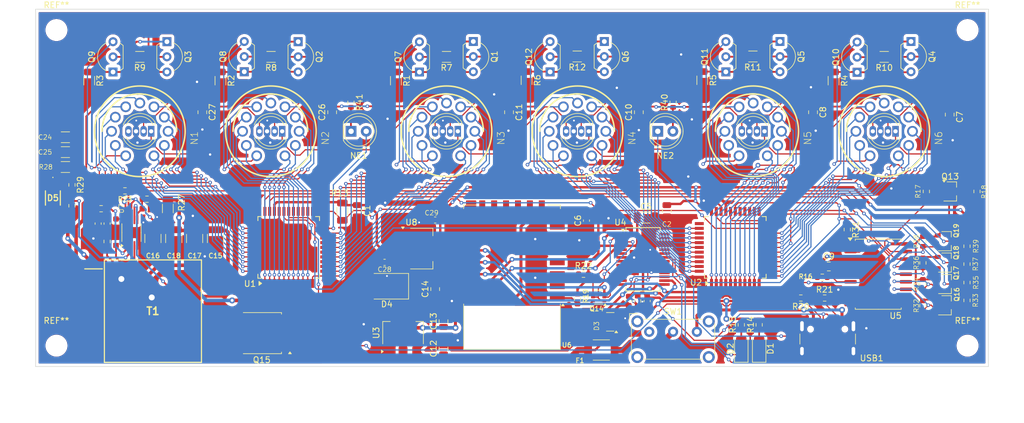
<source format=kicad_pcb>
(kicad_pcb (version 20240108) (generator "pcbnew") (generator_version "8.0")
  (layers (0 "F.Cu" signal) (31 "B.Cu" signal) (34 "B.Paste" user) (35 "F.Paste" user) (36 "B.SilkS" user "B.Silkscreen") (37 "F.SilkS" user "F.Silkscreen") (38 "B.Mask" user) (39 "F.Mask" user) (44 "Edge.Cuts" user))
  (net 0 "")
  (net 1 "/Nixie Driver/19")
  (net 2 "/Nixie Driver/18")
  (net 3 "/Nixie Driver/17")
  (net 4 "/Nixie Driver/16")
  (net 5 "/Nixie Driver/15")
  (net 6 "/Nixie Driver/14")
  (net 7 "/Nixie Driver/13")
  (net 8 "/Nixie Driver/12")
  (net 9 "/Nixie Driver/11")
  (net 10 "/Nixie Driver/10")
  (net 11 "GND")
  (net 12 "/Nixie Driver/29")
  (net 13 "/Nixie Driver/28")
  (net 14 "/Nixie Driver/27")
  (net 15 "/Nixie Driver/26")
  (net 16 "/Nixie Driver/25")
  (net 17 "/Nixie Driver/24")
  (net 18 "/Nixie Driver/23")
  (net 19 "/Nixie Driver/22")
  (net 20 "/Nixie Driver/21")
  (net 21 "/Nixie Driver/20")
  (net 22 "Net-(Q9-C)")
  (net 23 "/Nixie Driver/39")
  (net 24 "/Nixie Driver/38")
  (net 25 "/Nixie Driver/37")
  (net 26 "/Nixie Driver/36")
  (net 27 "/Nixie Driver/35")
  (net 28 "/Nixie Driver/34")
  (net 29 "/Nixie Driver/33")
  (net 30 "/Nixie Driver/32")
  (net 31 "/Nixie Driver/31")
  (net 32 "/Nixie Driver/30")
  (net 33 "Net-(Q8-C)")
  (net 34 "/Nixie Driver/49")
  (net 35 "/Nixie Driver/48")
  (net 36 "/Nixie Driver/47")
  (net 37 "/Nixie Driver/46")
  (net 38 "/Nixie Driver/45")
  (net 39 "/Nixie Driver/44")
  (net 40 "/Nixie Driver/43")
  (net 41 "/Nixie Driver/42")
  (net 42 "/Nixie Driver/41")
  (net 43 "/Nixie Driver/40")
  (net 44 "Net-(Q7-C)")
  (net 45 "/Nixie Driver/59")
  (net 46 "/Nixie Driver/58")
  (net 47 "/Nixie Driver/57")
  (net 48 "/Nixie Driver/56")
  (net 49 "/Nixie Driver/55")
  (net 50 "/Nixie Driver/54")
  (net 51 "/Nixie Driver/53")
  (net 52 "/Nixie Driver/52")
  (net 53 "/Nixie Driver/51")
  (net 54 "/Nixie Driver/50")
  (net 55 "Net-(Q12-C)")
  (net 56 "/Nixie Driver/69")
  (net 57 "/Nixie Driver/68")
  (net 58 "/Nixie Driver/67")
  (net 59 "/Nixie Driver/66")
  (net 60 "/Nixie Driver/65")
  (net 61 "/Nixie Driver/64")
  (net 62 "/Nixie Driver/63")
  (net 63 "/Nixie Driver/62")
  (net 64 "/Nixie Driver/61")
  (net 65 "/Nixie Driver/60")
  (net 67 "Net-(U1-DATAOUT)")
  (net 72 "Net-(Q11-C)")
  (net 73 "Net-(Q10-C)")
  (net 74 "Net-(Q1-B)")
  (net 75 "Net-(Q1-C)")
  (net 76 "Net-(Q2-B)")
  (net 84 "Net-(Q2-C)")
  (net 85 "Net-(Q3-B)")
  (net 86 "Net-(Q3-C)")
  (net 87 "Net-(Q10-E)")
  (net 88 "Net-(Q10-B)")
  (net 90 "Net-(Q11-E)")
  (net 91 "Net-(Q11-B)")
  (net 92 "Net-(Q12-E)")
  (net 93 "Net-(Q12-B)")
  (net 94 "/Logic&PSU/HVCLK")
  (net 95 "/Logic&PSU/HVOE")
  (net 96 "/Logic&PSU/HVSTR")
  (net 97 "Net-(U4-3V3OUT)")
  (net 98 "+3V3")
  (net 99 "+5V")
  (net 100 "Net-(U7-SS)")
  (net 101 "Net-(U7-VC)")
  (net 102 "Net-(C22-Pad1)")
  (net 103 "Net-(U7-SENSE)")
  (net 104 "Net-(D1-A)")
  (net 105 "Net-(D1-K)")
  (net 106 "Net-(D2-K)")
  (net 107 "Net-(D2-A)")
  (net 108 "USBD+")
  (net 109 "USBD-")
  (net 110 "Net-(D5-A)")
  (net 111 "Net-(SW1-B)")
  (net 112 "Net-(Q13-S)")
  (net 113 "/Logic&PSU/LED_DATA")
  (net 114 "RTS")
  (net 115 "DTR")
  (net 116 "Net-(Q14B-C2)")
  (net 117 "Net-(Q14A-C1)")
  (net 118 "Net-(U5-~{RESET})")
  (net 119 "Net-(USB1-CC1)")
  (net 120 "Net-(USB1-CC2)")
  (net 121 "Net-(U6-EN)")
  (net 122 "HV_SHDN")
  (net 123 "Net-(U7-RT)")
  (net 124 "Net-(Q15-D)")
  (net 125 "Net-(Q15-S)")
  (net 126 "Net-(R28-Pad2)")
  (net 127 "Net-(U7-FBX)")
  (net 129 "Net-(SW1-C)")
  (net 130 "Net-(Q15-G)")
  (net 135 "RX")
  (net 138 "TX")
  (net 142 "Net-(U5-SCL)")
  (net 143 "/Logic&PSU/HVDATA")
  (net 146 "Net-(U5-SDA)")
  (net 160 "+170V")
  (net 161 "Net-(U1-HV31)")
  (net 162 "Net-(NE1-Pad1)")
  (net 163 "Net-(U2-HV31)")
  (net 164 "Net-(NE2-Pad2)")
  (net 165 "+12V")
  (net 166 "LVOE")
  (net 167 "LVCLK")
  (net 168 "LVSTR")
  (net 169 "LVDATA")
  (net 170 "Net-(LED1-DI)")
  (net 172 "Net-(LED2-DI)")
  (net 173 "Net-(LED3-DI)")
  (net 174 "Net-(LED4-DI)")
  (net 175 "Net-(LED5-DI)")
  (footprint "Resistor_SMD:R_0603_1608Metric" (layer "F.Cu") (at 171.1 117.675 -90)
    (property "Reference" "R19")
    (property "Value" "10K")
  )
  (footprint "Resistor_SMD:R_0603_1608Metric" (layer "F.Cu") (at 236.5 108.8 90)
    (property "Reference" "R39")
    (property "Value" "10K")
  )
  (footprint "Package_SO:MSOP-10-1EP_3x3mm_P0.5mm_EP1.68x1.88mm" (layer "F.Cu") (at 96.1925 106.5175 90)
    (property "Reference" "U7")
    (property "Value" "LT3757EMSE")
  )
  (footprint "Resistor_SMD:R_0603_1608Metric" (layer "F.Cu") (at 208.6 117.5 180)
    (property "Reference" "R20")
    (property "Value" "5K1")
  )
  (footprint "Resistor_SMD:R_0603_1608Metric" (layer "F.Cu") (at 98.8 100.9)
    (property "Reference" "R26" (hide yes))
    (property "Value" "22")
  )
  (footprint "Capacitor_SMD:C_1210_3225Metric" (layer "F.Cu") (at 99.8 107.5 -90)
    (property "Reference" "C16")
    (property "Value" "47u")
  )
  (footprint "Package_TO_SOT_THT:TO-92L_Inline_Wide" (layer "F.Cu") (at 227.1 74.42 -90)
    (property "Reference" "Q4")
    (property "Value" "MPSA92")
  )
  (footprint "Fuse:Fuse_1812_4532Metric_Pad1.30x3.40mm_HandSolder" (layer "F.Cu") (at 175.1 126.225 180)
    (property "Reference" "F1")
    (property "Value" "2,2A")
  )
  (footprint "Resistor_SMD:R_0603_1608Metric" (layer "F.Cu") (at 198.6 122 90)
    (property "Reference" "R15")
    (property "Value" "100")
  )
  (footprint "Resistor_SMD:R_0603_1608Metric" (layer "F.Cu") (at 133.05 84.65 -90)
    (property "Reference" "R41")
    (property "Value" "140K")
  )
  (footprint "Package_TO_SOT_SMD:TO-252-2" (layer "F.Cu") (at 118.0775 123.3975 180)
    (property "Reference" "Q15")
    (property "Value" "IPD50R3K0CE")
  )
  (footprint "Resistor_SMD:R_1206_3216Metric" (layer "F.Cu") (at 140.6 81 -90)
    (property "Reference" "R1")
    (property "Value" "330K")
  )
  (footprint "LED_THT:LED_D5.0mm-4_RGB" (layer "F.Cu") (at 99.5 89.5 180)
    (property "Reference" "LED1" (hide yes))
    (property "Value" "APA-106-F5")
  )
  (footprint "Package_TO_SOT_THT:TO-92L_Inline_Wide" (layer "F.Cu") (at 218.05 79.5875 90)
    (property "Reference" "Q10")
    (property "Value" "MPSA92")
  )
  (footprint "LED_SMD:LED_1206_3216Metric" (layer "F.Cu") (at 201.6 126 90)
    (property "Reference" "D1")
    (property "Value" "LED")
  )
  (footprint "Capacitor_SMD:C_0603_1608Metric" (layer "F.Cu") (at 172.6 104.5 90)
    (property "Reference" "C6")
    (property "Value" "100n")
  )
  (footprint "Package_TO_SOT_THT:TO-92L_Inline_Wide" (layer "F.Cu") (at 115.1375 79.5 90)
    (property "Reference" "Q8")
    (property "Value" "MPSA92")
  )
  (footprint "Package_SO:SOIC-18W_7.5x11.6mm_P1.27mm" (layer "F.Cu") (at 221.6 113.5)
    (property "Reference" "U5")
    (property "Value" "MCP23008")
  )
  (footprint "Capacitor_SMD:C_0805_2012Metric" (layer "F.Cu") (at 159.6 86.3 -90)
    (property "Reference" "C11")
    (property "Value" "2.2u")
  )
  (footprint "LED_THT:LED_D5.0mm-4_RGB" (layer "F.Cu") (at 224.5 89.5 180)
    (property "Reference" "LED6" (hide yes))
    (property "Value" "APA-106-F5")
  )
  (footprint "Capacitor_SMD:C_0603_1608Metric" (layer "F.Cu") (at 147.2 104.4 180)
    (property "Reference" "C29")
    (property "Value" "10u")
  )
  (footprint "LED_THT:LED_D5.0mm-4_RGB" (layer "F.Cu") (at 173 89.5 180)
    (property "Reference" "LED4" (hide yes))
    (property "Value" "APA-106-F5")
  )
  (footprint "nixies-us:IN-8" (layer "F.Cu") (at 222.6 89.5)
    (property "Reference" "N6")
    (property "Value" "IN-8")
  )
  (footprint "RF_Module:ESP-12E" (layer "F.Cu") (at 160.1 114 180)
    (property "Reference" "U6")
    (property "Value" "ESP-12F")
  )
  (footprint "Capacitor_SMD:C_0603_1608Metric" (layer "F.Cu") (at 98.775 102.5)
    (property "Reference" "C23" (hide yes))
    (property "Value" "10n")
  )
  (footprint "Resistor_SMD:R_0603_1608Metric" (layer "F.Cu") (at 181.2 118 -90)
    (property "Reference" "R42" (hide yes))
    (property "Value" "4.7k")
  )
  (footprint "Connector_USB:USB_C_Receptacle_GCT_USB4105-xx-A_16P_TopMnt_Horizontal" (layer "F.Cu") (at 213.11 125.335)
    (property "Reference" "USB1")
    (property "Value" "USB4105-GF-A")
  )
  (footprint "Package_TO_SOT_SMD:SOT-143" (layer "F.Cu") (at 176.6 121.5 180)
    (property "Reference" "D3")
    (property "Value" "PRTR5V0U2X")
  )
  (footprint "Resistor_SMD:R_0603_1608Metric" (layer "F.Cu") (at 236.5 117.9 -90)
    (property "Reference" "R33")
    (property "Value" "10K")
  )
  (footprint "Package_TO_SOT_THT:TO-92L_Inline_Wide" (layer "F.Cu") (at 102.15 74.45 -90)
    (property "Reference" "Q3")
    (property "Value" "MPSA92")
  )
  (footprint "Resistor_SMD:R_0603_1608Metric" (layer "F.Cu") (at 236.5 111.8 -90)
    (property "Reference" "R37")
    (property "Value" "10K")
  )
  (footprint "Resistor_SMD:R_0603_1608Metric" (layer "F.Cu") (at 229.1 111.6 -90)
    (property "Reference" "R36")
    (property "Value" "10K")
  )
  (footprint "Package_TO_SOT_SMD:SOT-223-3_TabPin2" (layer "F.Cu") (at 144.9 109.2)
    (property "Reference" "U8")
    (property "Value" "NCP1117-12")
  )
  (footprint "Capacitor_SMD:C_0805_2012Metric" (layer "F.Cu") (at 148.6 126 90)
    (property "Reference" "C12")
    (property "Value" "2.2u")
  )
  (footprint "Package_TO_SOT_SMD:SOT-23W" (layer "F.Cu") (at 233.68 99.6)
    (property "Reference" "Q13")
    (property "Value" "BSS138")
  )
  (footprint "Capacitor_SMD:C_0805_2012Metric" (layer "F.Cu") (at 108.1 86.3 -90)
    (property "Reference" "C27")
    (property "Value" "2.2u")
  )
  (footprint "Package_QFP:PQFP-44_10x10mm_P0.8mm" (layer "F.Cu") (at 122.6 109 90)
    (property "Reference" "U1")
    (property "Value" "HV5122")
  )
  (footprint "Capacitor_SMD:C_0805_2012Metric" (layer "F.Cu") (at 134.1 102.85 -90)
    (property "Reference" "C1")
    (property "Value" "2.2u")
  )
  (footprint "Resistor_SMD:R_0603_1608Metric" (layer "F.Cu") (at 201.6 122 90)
    (property "Reference" "R14")
    (property "Value" "100")
  )
  (footprint "Button_Switch_THT:SW_E-Switch_EG1224_SPDT_Angled" (layer "F.Cu") (at 183.1425 123.1675)
    (property "Reference" "SW1")
    (property "Value" "EG1224")
  )
  (footprint "LED_THT:LED_D5.0mm-4_RGB" (layer "F.Cu") (at 121.5 89.5 180)
    (property "Reference" "LED2" (hide yes))
    (property "Value" "APA-106-F5")
  )
  (footprint "Package_TO_SOT_THT:TO-92L_Inline_Wide" (layer "F.Cu") (at 93.1 79.54 90)
    (property "Reference" "Q9")
    (property "Value" "MPSA92")
  )
  (footprint "footprints:SOP250P2197X889-12N" (layer "F.Cu") (at 99.8 119.7)
    (property "Reference" "T1")
    (property "Value" "DA2032-ALD" (hide yes))
  )
  (footprint "Mouser:CAPC1608X90N" (layer "F.Cu") (at 93.6 108 90)
    (property "Reference" "C20" (hide yes))
    (property "Value" "100n" (hide yes))
  )
  (footprint "Resistor_SMD:R_1206_3216Metric" (layer "F.Cu") (at 200.55 76.9325 180)
    (property "Reference" "R11")
    (property "Value" "300")
  )
  (footprint "Capacitor_SMD:C_1210_3225Metric" (layer "F.Cu") (at 110.3 107.5 -90)
    (property "Reference" "C15")
    (property "Value" "47u")
  )
  (footprint "MountingHole:MountingHole_3.2mm_M3" (layer "F.Cu") (at 236.6 72.5)
    (property "Reference" "REF**")
    (property "Value" "MountingHole_3.2mm_M3")
  )
  (footprint "MountingHole:MountingHole_3.2mm_M3" (layer "F.Cu") (at 236.6 125.5)
    (property "Reference" "REF**")
    (property "Value" "MountingHole_3.2mm_M3")
  )
  (footprint "Package_TO_SOT_SMD:SOT-23W" (layer "F.Cu") (at 232.79 111.55)
    (property "Reference" "Q18")
    (property "Value" "BSS138")
  )
  (footprint "Capacitor_SMD:C_1206_3216Metric" (layer "F.Cu") (at 85.1 90.5)
    (property "Reference" "C24")
    (property "Value" "220n")
  )
  (footprint "Capacitor_SMD:C_0805_2012Metric" (layer "F.Cu") (at 129.9 86.3 -90)
    (property "Reference" "C26")
    (property "Value" "2.2u")
  )
  (footprint "Resistor_SMD:R_0603_1608Metric" (layer "F.Cu") (at 212.2 114)
    (property "Reference" "R16")
    (property "Value" "10k")
  )
  (footprint "MountingHole:MountingHole_3.2mm_M3" (layer "F.Cu") (at 83.6 125.5)
    (property "Reference" "REF**")
    (property "Value" "MountingHole_3.2mm_M3")
  )
  (footprint "Package_TO_SOT_THT:TO-92L_Inline_Wide" (layer "F.Cu") (at 153.6 74.42 -90)
    (property "Reference" "Q1")
    (property "Value" "MPSA92")
  )
  (footprint "Resistor_SMD:R_0603_1608Metric" (layer "F.Cu") (at 91.1 102.5 180)
    (property "Reference" "R25" (hide yes))
    (property "Value" "10K")
  )
  (footprint "Capacitor_SMD:C_0603_1608Metric" (layer "F.Cu") (at 92.1 105 -90)
    (property "Reference" "C21" (hide yes))
    (property "Value" "100p")
  )
  (footprint "Resistor_SMD:R_0603_1608Metric" (layer "F.Cu") (at 229.1 108 -90)
    (property "Reference" "R38")
    (property "Value" "10K")
  )
  (footprint "Resistor_SMD:R_0603_1608Metric" (layer "F.Cu") (at 229.68 99.6 -90)
    (property "Reference" "R17")
    (property "Value" "10K")
  )
  (footprint "Resistor_SMD:R_1206_3216Metric" (layer "F.Cu") (at 89.1 81 -90)
    (property "Reference" "R3")
    (property "Value" "330K")
  )
  (footprint "Resistor_SMD:R_1206_3216Metric" (layer "F.Cu") (at 214.1 81 -90)
    (property "Reference" "R4")
    (property "Value" "330K")
  )
  (footprint "Package_TO_SOT_THT:TO-92L_Inline_Wide" (layer "F.Cu") (at 175.6 74.42 -90)
    (property "Reference" "Q6")
    (property "Value" "MPSA92")
  )
  (footprint "Resistor_SMD:R_0603_1608Metric" (layer "F.Cu") (at 86.2 98.5 -90)
    (property "Reference" "R29")
    (property "Value" "63.4K")
  )
  (footprint "Capacitor_SMD:C_0805_2012Metric" (layer "F.Cu") (at 181.4 86.3 -90)
    (property "Reference" "C10")
    (property "Value" "2.2u")
  )
  (footprint "Resistor_SMD:R_1206_3216Metric" (layer "F.Cu") (at 192.05 80.9325 -90)
    (property "Reference" "R5")
    (property "Value" "330K")
  )
  (footprint "LED_THT:LED_D5.0mm" (layer "F.Cu") (at 184.575 89.5)
    (property "Reference" "NE2")
    (property "Value" "Neon Lamp")
  )
  (footprint "Capacitor_SMD:C_0805_2012Metric" (layer "F.Cu") (at 213.3 112.2)
    (property "Reference" "C9")
    (property "Value" "2.2u")
  )
  (footprint "Resistor_SMD:R_0603_1608Metric" (layer "F.Cu") (at 229.1 118.8 -90)
    (property "Reference" "R32")
    (property "Value" "10K")
  )
  (footprint "Capacitor_SMD:C_1206_3216Metric" (layer "F.Cu") (at 182.6 104)
    (property "Reference" "C5")
    (property "Value" "10u")
  )
  (footprint "Package_SO:SSOP-28_5.3x10.2mm_P0.65mm" (layer "F.Cu") (at 182.1 111)
    (property "Reference" "U4")
    (property "Value" "FT232RNL")
  )
  (footprint "Resistor_SMD:R_1206_3216Metric" (layer "F.Cu") (at 171.05 76.9325 180)
    (property "Reference" "R12")
    (property "Value" "300")
  )
  (footprint "Capacitor_SMD:C_0805_2012Metric" (layer "F.Cu") (at 148.6 121.4 90)
    (property "Reference" "C13")
    (property "Value" "2.2u")
  )
  (footprint "Capacitor_SMD:C_0603_1608Metric" (layer "F.Cu") (at 182.8 118 -90)
    (property "Reference" "C4" (hide yes))
    (property "Value" "100n")
  )
  (footprint "Resistor_SMD:R_1206_3216Metric" (layer "F.Cu") (at 149.1 77 180)
    (property "Reference" "R7")
    (property "Value" "300")
  )
  (footprint "Package_TO_SOT_THT:TO-92L_Inline_Wide" (layer "F.Cu") (at 166.5 79.52 90)
    (property "Reference" "Q12")
    (property "Value" "MPSA92")
  )
  (footprint "Resistor_SMD:R_1206_3216Metric" (layer "F.Cu") (at 162.55 80.9325 -90)
    (property "Reference" "R6")
    (property "Value" "330K")
  )
  (footprint "Resistor_SMD:R_0603_1608Metric" (layer "F.Cu") (at 216.4 106 -90)
    (property "Reference" "R31")
    (property "Value" "4.7k")
  )
  (footprint "Resistor_SMD:R_1206_3216Metric" (layer "F.Cu") (at 102.3 102.4625 -90)
    (property "Reference" "R27")
    (property "Value" "0.02 1W")
  )
  (footprint "Capacitor_SMD:C_0603_1608Metric" (layer "F.Cu") (at 93.6 105 -90)
    (property "Reference" "C19" (hide yes))
    (property "Value" "10u")
  )
  (footprint "Package_QFP:PQFP-44_10x10mm_P0.8mm" (layer "F.Cu") (at 197.6 109 90)
    (property "Reference" "U2")
    (property "Value" "HV5122")
  )
  (footprint "nixies-us:IN-8" (layer "F.Cu") (at 97.6 89.5)
    (property "Reference" "N1")
    (property "Value" "IN-8")
  )
  (footprint "Capacitor_SMD:C_1210_3225Metric" (layer "F.Cu") (at 106.8 107.5 -90)
    (property "Reference" "C17")
    (property "Value" "47u")
  )
  (footprint "Resistor_SMD:R_1206_3216Metric" (layer "F.Cu") (at 131.6 103 -90)
    (property "Reference" "R13")
    (property "Value" "10K")
  )
  (footprint "Capacitor_SMD:C_0805_2012Metric" (layer "F.Cu") (at 186.1 102.85 -90)
    (property "Reference" "C2")
    (property "Value" "2.2u")
  )
  (footprint "LED_SMD:LED_1206_3216Metric" (layer "F.Cu") (at 198.6 126 90)
    (property "Reference" "D2")
    (property "Value" "LED")
  )
  (footprint "LED_THT:LED_D5.0mm-4_RGB" (layer "F.Cu") (at 202.5 89.5 180)
    (property "Reference" "LED5" (hide yes))
    (property "Value" "APA-106-F5")
  )
  (footprint "Resistor_SMD:R_0603_1608Metric" (layer "F.Cu") (at 229.1 115.2 -90)
    (property "Reference" "R34")
    (property "Value" "10K")
  )
  (footprint "Resistor_SMD:R_0603_1608Metric" (layer "F.Cu") (at 187.15 84.65 90)
    (property "Reference" "R40")
    (property "Value" "140K")
  )
  (footprint "Package_TO_SOT_THT:TO-92L_Inline_Wide" (layer "F.Cu") (at 144.55 79.55 90)
    (property "Reference" "Q7")
    (property "Value" "MPSA92")
  )
  (footprint "Resistor_SMD:R_1206_3216Metric" (layer "F.Cu") (at 85.1 95.5)
    (property "Reference" "R28")
    (property "Value" "1M")
  )
  (footprint "Package_TO_SOT_THT:TO-92L_Inline_Wide" (layer "F.Cu") (at 205.1 74.42 -90)
    (property "Reference" "Q5")
    (property "Value" "MPSA92")
  )
  (footprint "MountingHole:MountingHole_3.2mm_M3" (layer "F.Cu") (at 83.6 72.5)
    (property "Reference" "REF**")
    (property "Value" "MountingHole_3.2mm_M3")
  )
  (footprint "nixies-us:IN-8" (layer "F.Cu") (at 171.1 89.5)
    (property "Reference" "N4")
    (property "Value" "IN-8")
  )
  (footprint "Capacitor_SMD:C_0805_2012Metric" (layer "F.Cu") (at 147.2 116 90)
    (property "Reference" "C14")
    (property "Value" "22u")
  )
  (footprint "Package_TO_SOT_THT:TO-92L_Inline_Wide" (layer "F.Cu") (at 196.0075 79.52 90)
    (property "Reference" "Q11")
    (property "Value" "MPSA92")
  )
  (footprint "LED_THT:LED_D5.0mm-4_RGB" (layer "F.Cu") (at 151 89.5 180)
    (property "Reference" "LED3" (hide yes))
    (property "Value" "APA-106-F5")
  )
  (footprint "Resistor_SMD:R_1206_3216Metric" (layer "F.Cu") (at 111.1375 81 -90)
    (property "Reference" "R2")
    (property "Value" "330K")
  )
  (footprint "Diode_SMD:D_SMB" (layer "F.Cu") (at 139.0775 115.5225 180)
    (property "Reference" "D4")
    (property "Value" "P6SMB6,8A")
  )
  (footprint "Capacitor_SMD:C_0805_2012Metric" (layer "F.Cu") (at 233.6 86.7 -90)
    (property "Reference" "C7")
    (property "Value" "2.2u")
  )
  (footprint "Package_TO_SOT_SMD:SOT-23W" (layer "F.Cu") (at 232.79 107.95)
    (property "Reference" "Q19")
    (property "Value" "BSS138")
  )
  (footprint "Resistor_SMD:R_1206_3216Metric" (layer "F.Cu") (at 97.6 77 180)
    (property "Reference" "R9")
    (property "Value" "300")
  )
  (footprint "Resistor_SMD:R_0603_1608Metric" (layer "F.Cu") (at 95.1 99.5)
    (property "Reference" "R23")
    (property "Value" "140K")
  )
  (footprint "Capacitor_SMD:C_0805_2012Metric" (layer "F.Cu") (at 210.65 86.3 -90)
    (property "Reference" "C8")
    (property "Value" "2.2u")
  )
  (footprint "Capacitor_SMD:C_0603_1608Metric" (layer "F.Cu") (at 138.7 111.5 180)
    (property "Reference" "C28")
    (property "Value" "10u")
  )
  (footprint "Resistor_SMD:R_0603_1608Metric" (layer "F.Cu") (at 236.5 114.9 90)
    (property "Reference" "R35")
    (property "Value" "10K")
  )
  (footprint "Package_TO_SOT_SMD:SOT-363_SC-70-6" (layer "F.Cu") (at 174.65 117.35 180)
    (property "Reference" "Q14")
    (property "Value" "UMH3N")
  )
  (footprint "Resistor_SMD:R_1206_3216Metric" (layer "F.Cu") (at 119.6375 77 180)
    (property "Reference" "R8")
    (property "Value" "300")
  )
  (footprint "Resistor_SMD:R_0603_1608Metric" (layer "F.Cu") (at 238.18 99.6 -90)
    (property "Reference" "R18")
    (property "Value" "10K")
  )
  (footprint "Capacitor_SMD:C_0603_1608Metric" (layer "F.Cu") (at 90.6 105 -90)
    (property "Reference" "C22" (hide yes))
    (property "Value" "22n")
  )
  (footprint "Capacitor_SMD:C_1210_3225Metric" (layer "F.Cu") (at 103.3 107.5 -90)
    (property "Reference" "C18")
    (property "Value" "47u")
  )
  (footprint "Capacitor_SMD:C_1206_3216Metric" (layer "F.Cu") (at 85.1 93)
    (property "Reference" "C25")
    (property "Value" "220n")
  )
  (footprint "Resistor_SMD:R_1206_3216Metric" (layer "F.Cu") (at 222.6 77 180)
    (property "Reference" "R10")
    (property "Value" "300")
  )
  (footprint "Package_TO_SOT_SMD:SOT-223-3_TabPin2" (layer "F.Cu") (at 141.8 123.35 90)
    (property "Reference" "U3")
    (property "Value" "LM1117MP-3.3")
  )
  (footprint "Package_TO_SOT_SMD:SOT-23W" (layer "F.Cu") (at 232.79 118.72)
    (property "Reference" "Q16")
    (property "Value" "BSS138")
  )
  (footprint "nixies-us:IN-8" (layer "F.Cu") (at 149.1 89.5)
    (property "Reference" "N3")
    (property "Value" "IN-8")
  )
  (footprint "nixies-us:IN-8" (layer "F.Cu") (at 119.6 89.5)
    (property "Reference" "N2")
    (property "Value" "IN-8")
  )
  (footprint "nixies-us:IN-8" (layer "F.Cu") (at 200.6 89.5)
    (property "Reference" "N5")
    (property "Value" "IN-8")
  )
  (footprint "Resistor_SMD:R_0603_1608Metric" (layer "F.Cu") (at 86.2 102 -90)
    (property "Reference" "R30" (hide yes))
    (property "Value" "10K")
  )
  (footprint "Resistor_SMD:R_0603_1608Metric" (layer "F.Cu") (at 92.1 108 90)
    (property "Reference" "R24" (hide yes))
    (property "Value" "140K")
  )
  (footprint "footprints:RFN1LAM6STR" (layer "F.Cu") (at 83 100.7)
    (property "Reference" "D5")
    (property "Value" "RFN1LAM6STR" (hide yes))
  )
  (footprint "Resistor_SMD:R_0603_1608Metric" (layer "F.Cu") (at 172.1 113.5)
    (property "Reference" "R22")
    (property "Value" "10K")
  )
  (footprint "Capacitor_SMD:C_0603_1608Metric" (layer "F.Cu") (at 179.7 118 -90)
    (property "Reference" "C3" (hide yes))
    (property "Value" "100n")
  )
  (footprint "Resistor_SMD:R_0603_1608Metric" (layer "F.Cu") (at 212.6 117.5)
    (property "Reference" "R21")
    (property "Value" "5K1")
  )
  (footprint "LED_THT:LED_D5.0mm" (layer "F.Cu") (at 133.075 89.5)
    (property "Reference" "NE1")
    (property "Value" "Neon Lamp")
  )
  (footprint "Package_TO_SOT_THT:TO-92L_Inline_Wide" (layer "F.Cu") (at 124.1875 74.45 -90)
    (property "Reference" "Q2")
    (property "Value" "MPSA92")
  )
  (footprint "Package_TO_SOT_SMD:SOT-23W" (layer "F.Cu") (at 232.8 115.15)
    (property "Reference" "Q17")
    (property "Value" "BSS138")
  )
  (gr_line (start 80.1 129) (end 240.1 129) (stroke (width 0.1)) (layer "Edge.Cuts"))
  (gr_line (start 80.1 69) (end 80.1 129) (stroke (width 0.1)) (layer "Edge.Cuts"))
  (gr_line (start 240.1 69) (end 80.1 69) (stroke (width 0.1)) (layer "Edge.Cuts"))
  (gr_line (start 240.1 129) (end 240.1 69) (stroke (width 0.1)) (layer "Edge.Cuts"))
  (segment (start 94.1 97) (end 93.8 96.7) (width 0.2) (layer "F.Cu") (net 1))
  (segment (start 116.55 112.2) (end 114.9 112.2) (width 0.2) (layer "F.Cu") (net 1))
  (segment (start 99.7 97) (end 94.1 97) (width 0.2) (layer "F.Cu") (net 1))
  (segment (start 93.8 96.7) (end 93.8 95.9) (width 0.2) (layer "F.Cu") (net 1))
  (via (at 114.9 112.2) (size 0.6) (drill 0.3) (layers "F.Cu" "B.Cu") (net 1))
  (via (at 93.8 95.9) (size 0.6) (drill 0.3) (layers "F.Cu" "B.Cu") (net 1))
  (via (at 99.7 97) (size 0.6) (drill 0.3) (layers "F.Cu" "B.Cu") (net 1))
  (segment (start 106.2 100.4) (end 110.3 104.5) (width 0.2) (layer "B.Cu") (net 1))
  (segment (start 99.7 98.6) (end 101.5 100.4) (width 0.2) (layer "B.Cu") (net 1))
  (segment (start 110.3 104.5) (end 110.3 107.6) (width 0.2) (layer "B.Cu") (net 1))
  (segment (start 91.8 93.9) (end 91.8 90.55) (width 0.2) (layer "B.Cu") (net 1))
  (segment (start 101.5 100.4) (end 106.2 100.4) (width 0.2) (layer "B.Cu") (net 1))
  (segment (start 99.7 97) (end 99.7 98.6) (width 0.2) (layer "B.Cu") (net 1))
  (segment (start 91.8 90.55) (end 92.85 89.5) (width 0.2) (layer "B.Cu") (net 1))
  (segment (start 93.8 95.9) (end 91.8 93.9) (width 0.2) (layer "B.Cu") (net 1))
  (segment (start 110.3 107.6) (end 114.9 112.2) (width 0.2) (layer "B.Cu") (net 1))
  (segment (start 100.4 97.65) (end 100.35 97.6) (width 0.2) (layer "F.Cu") (net 2))
  (segment (start 100.35 97.6) (end 93.3 97.6) (width 0.2) (layer "F.Cu") (net 2))
  (segment (start 92.8 97.1) (end 92.8 95.9) (width 0.2) (layer "F.Cu") (net 2))
  (segment (start 116.55 111.4) (end 114.9 111.4) (width 0.2) (layer "F.Cu") (net 2))
  (segment (start 93.3 97.6) (end 92.8 97.1) (width 0.2) (layer "F.Cu") (net 2))
  (via (at 114.9 111.4) (size 0.6) (drill 0.3) (layers "F.Cu" "B.Cu") (net 2))
  (via (at 92.8 95.9) (size 0.6) (drill 0.3) (layers "F.Cu" "B.Cu") (net 2))
  (via (at 100.4 97.65) (size 0.6) (drill 0.3) (layers "F.Cu" "B.Cu") (net 2))
  (segment (start 110.8 104.3) (end 110.8 107.277818) (width 0.2) (layer "B.Cu") (net 2))
  (segment (start 91.3 94.4) (end 91.3 88.9) (width 0.2) (layer "B.Cu") (net 2))
  (segment (start 100.4 98.572792) (end 101.727208 99.9) (width 0.2) (layer "B.Cu") (net 2))
  (segment (start 100.4 97.65) (end 100.4 98.572792) (width 0.2) (layer "B.Cu") (net 2))
  (segment (start 110.8 107.277818) (end 114.9 111.377818) (width 0.2) (layer "B.Cu") (net 2))
  (segment (start 91.3 88.9) (end 93.075 87.125) (width 0.2) (layer "B.Cu") (net 2))
  (segment (start 106.4 99.9) (end 110.8 104.3) (width 0.2) (layer "B.Cu") (net 2))
  (segment (start 92.8 95.9) (end 91.3 94.4) (width 0.2) (layer "B.Cu") (net 2))
  (segment (start 101.727208 99.9) (end 106.4 99.9) (width 0.2) (layer "B.Cu") (net 2))
  (segment (start 114.9 111.377818) (end 114.9 111.4) (width 0.2) (layer "B.Cu") (net 2))
  (segment (start 101.2 98.2) (end 92.4 98.2) (width 0.2) (layer "F.Cu") (net 3))
  (segment (start 91.8 97.6) (end 91.8 95.9) (width 0.2) (layer "F.Cu") (net 3))
  (segment (start 116.55 110.6) (end 114.9 110.6) (width 0.2) (layer "F.Cu") (net 3))
  (segment (start 92.4 98.2) (end 91.8 97.6) (width 0.2) (layer "F.Cu") (net 3))
  (via (at 91.8 95.9) (size 0.6) (drill 0.3) (layers "F.Cu" "B.Cu") (net 3))
  (via (at 101.2 98.2) (size 0.6) (drill 0.3) (layers "F.Cu" "B.Cu") (net 3))
  (via (at 114.9 110.6) (size 0.6) (drill 0.3) (layers "F.Cu" "B.Cu") (net 3))
  (segment (start 92.813621 85.386379) (end 95.225 85.386379) (width 0.2) (layer "B.Cu") (net 3))
  (segment (start 106.65 99.45) (end 111.3 104.1) (width 0.2) (layer "B.Cu") (net 3))
  (segment (start 101.2 98.877818) (end 101.772182 99.45) (width 0.2) (layer "B.Cu") (net 3))
  (segment (start 91.8 95.9) (end 90.8 94.9) (width 0.2) (layer "B.Cu") (net 3))
  (segment (start 90.8 94.9) (end 90.8 87.4) (width 0.2) (layer "B.Cu") (net 3))
  (segment (start 111.3 107) (end 114.9 110.6) (width 0.2) (layer "B.Cu") (net 3))
  (segment (start 101.2 98.2) (end 101.2 98.877818) (width 0.2) (layer "B.Cu") (net 3))
  (segment (start 111.3 104.1) (end 111.3 107) (width 0.2) (layer "B.Cu") (net 3))
  (segment (start 101.772182 99.45) (end 106.65 99.45) (width 0.2) (layer "B.Cu") (net 3))
  (segment (start 90.8 87.4) (end 92.813621 85.386379) (width 0.2) (layer "B.Cu") (net 3))
  (segment (start 102 98.9) (end 97.1 98.9) (width 0.2) (layer "F.Cu") (net 4))
  (segment (start 90.8 97.7) (end 90.8 95.9) (width 0.2) (layer "F.Cu") (net 4))
  (segment (start 97.1 98.9) (end 96.8 98.6) (width 0.2) (layer "F.Cu") (net 4))
  (segment (start 116.55 109.8) (end 114.9 109.8) (width 0.2) (layer "F.Cu") (net 4))
  (segment (start 91.7 98.6) (end 90.8 97.7) (width 0.2) (layer "F.Cu") (net 4))
  (segment (start 96.8 98.6) (end 91.7 98.6) (width 0.2) (layer "F.Cu") (net 4))
  (via (at 114.9 109.8) (size 0.6) (drill 0.3) (layers "F.Cu" "B.Cu") (net 4))
  (via (at 90.8 95.9) (size 0.6) (drill 0.3) (layers "F.Cu" "B.Cu") (net 4))
  (via (at 102 98.9) (size 0.6) (drill 0.3) (layers "F.Cu" "B.Cu") (net 4))
  (segment (start 96.7 83.85) (end 97.6 84.75) (width 0.2) (layer "B.Cu") (net 4))
  (segment (start 102 98.9) (end 106.8 98.9) (width 0.2) (layer "B.Cu") (net 4))
  (segment (start 111.8 103.9) (end 111.8 106.7) (width 0.2) (layer "B.Cu") (net 4))
  (segment (start 106.8 98.9) (end 111.8 103.9) (width 0.2) (layer "B.Cu") (net 4))
  (segment (start 111.8 106.7) (end 114.9 109.8) (width 0.2) (layer "B.Cu") (net 4))
  (segment (start 90.8 95.9) (end 90.3 95.4) (width 0.2) (layer "B.Cu") (net 4))
  (segment (start 90.3 95.4) (end 90.3 86.9) (width 0.2) (layer "B.Cu") (net 4))
  (segment (start 90.3 86.9) (end 93.35 83.85) (width 0.2) (layer "B.Cu") (net 4))
  (segment (start 93.35 83.85) (end 96.7 83.85) (width 0.2) (layer "B.Cu") (net 4))
  (segment (start 116.55 109) (end 114.9 109) (width 0.2) (layer "F.Cu") (net 5))
  (segment (start 107.2 96.4) (end 104.3 96.4) (width 0.2) (layer "F.Cu") (net 5))
  (segment (start 104.3 96.4) (end 103.8 95.9) (width 0.2) (layer "F.Cu") (net 5))
  (via (at 107.2 96.4) (size 0.6) (drill 0.3) (layers "F.Cu" "B.Cu") (net 5))
  (via (at 114.9 109) (size 0.6) (drill 0.3) (layers "F.Cu" "B.Cu") (net 5))
  (via (at 103.8 95.9) (size 0.6) (drill 0.3) (layers "F.Cu" "B.Cu") (net 5))
  (segment (start 104.8 87.9) (end 104.8 94.9) (width 0.2) (layer "B.Cu") (net 5))
  (segment (start 102.286379 85.386379) (end 104.8 87.9) (width 0.2) (layer "B.Cu") (net 5))
  (segment (start 114.9 109) (end 112.3 106.4) (width 0.2) (layer "B.Cu") (net 5))
  (segment (start 112.3 103.7) (end 107.2 98.6) (width 0.2) (layer "B.Cu") (net 5))
  (segment (start 104.8 94.9) (end 103.8 95.9) (width 0.2) (layer "B.Cu") (net 5))
  (segment (start 107.2 98.6) (end 107.2 96.4) (width 0.2) (layer "B.Cu") (net 5))
  (segment (start 112.3 106.4) (end 112.3 103.7) (width 0.2) (layer "B.Cu") (net 5))
  (segment (start 99.975 85.386379) (end 102.286379 85.386379) (width 0.2) (layer "B.Cu") (net 5))
  (segment (start 116.55 108.2) (end 114.9 108.2) (width 0.2) (layer "F.Cu") (net 6))
  (segment (start 103.9 97) (end 102.8 95.9) (width 0.2) (layer "F.Cu") (net 6))
  (segment (start 107.9 97) (end 103.9 97) (width 0.2) (layer "F.Cu") (net 6))
  (via (at 107.9 97) (size 0.6) (drill 0.3) (layers "F.Cu" "B.Cu") (net 6))
  (via (at 102.8 95.9) (size 0.6) (drill 0.3) (layers "F.Cu" "B.Cu") (net 6))
  (via (at 114.9 108.2) (size 0.6) (drill 0.3) (layers "F.Cu" "B.Cu") (net 6))
  (segment (start 114.9 108.2) (end 112.8 106.1) (width 0.2) (layer "B.Cu") (net 6))
  (segment (start 104.3 89.4) (end 104.3 94.4) (width 0.2) (layer "B.Cu") (net 6))
  (segment (start 104.3 94.4) (end 102.8 95.9) (width 0.2) (layer "B.Cu") (net 6))
  (segment (start 102.025 87.125) (end 104.3 89.4) (width 0.2) (layer "B.Cu") (net 6))
  (segment (start 112.8 106.1) (end 112.8 103.6) (width 0.2) (layer "B.Cu") (net 6))
  (segment (start 107.9 98.7) (end 107.9 97) (width 0.2) (layer "B.Cu") (net 6))
  (segment (start 112.8 103.6) (end 107.9 98.7) (width 0.2) (layer "B.Cu") (net 6))
  (segment (start 101.713621 87.125) (end 102.025 87.125) (width 0.2) (layer "B.Cu") (net 6))
  (segment (start 116.55 107.4) (end 114.9 107.4) (width 0.2) (layer "F.Cu") (net 7))
  (segment (start 103.45 97.55) (end 101.8 95.9) (width 0.2) (layer "F.Cu") (net 7))
  (segment (start 108.7 97.55) (end 103.45 97.55) (width 0.2) (layer "F.Cu") (net 7))
  (via (at 108.7 97.55) (size 0.6) (drill 0.3) (layers "F.Cu" "B.Cu") (net 7))
  (via (at 114.9 107.4) (size 0.6) (drill 0.3) (layers "F.Cu" "B.Cu") (net 7))
  (via (at 101.8 95.9) (size 0.6) (drill 0.3) (layers "F.Cu" "B.Cu") (net 7))
  (segment (start 114.9 107.4) (end 113.4 105.9) (width 0.2) (layer "B.Cu") (net 7))
  (segment (start 103.8 90.95) (end 103.8 93.9) (width 0.2) (layer "B.Cu") (net 7))
  (segment (start 113.4 105.9) (end 113.4 103.4) (width 0.2) (layer "B.Cu") (net 7))
  (segment (start 102.35 89.5) (end 103.8 90.95) (width 0.2) (layer "B.Cu") (net 7))
  (segment (start 108.7 98.7) (end 108.7 97.55) (width 0.2) (layer "B.Cu") (net 7))
  (segment (start 103.8 93.9) (end 101.8 95.9) (width 0.2) (layer "B.Cu") (net 7))
  (segment (start 113.4 103.4) (end 108.7 98.7) (width 0.2) (layer "B.Cu") (net 7))
  (segment (start 116.55 106.6) (end 114.9 106.6) (width 0.2) (layer "F.Cu") (net 8))
  (segment (start 109.4 98.1) (end 103 98.1) (width 0.2) (layer "F.Cu") (net 8))
  (segment (start 103 98.1) (end 100.8 95.9) (width 0.2) (layer "F.Cu") (net 8))
  (via (at 100.8 95.9) (size 0.6) (drill 0.3) (layers "F.Cu" "B.Cu") (net 8))
  (via (at 114.9 106.6) (size 0.6) (drill 0.3) (layers "F.Cu" "B.Cu") (net 8))
  (via (at 109.4 98.1) (size 0.6) (drill 0.3) (layers "F.Cu" "B.Cu") (net 8))
  (segment (start 114.9 106.6) (end 113.9 105.6) (width 0.2) (layer "B.Cu") (net 8))
  (segment (start 113.9 105.6) (end 113.9 103.177818) (width 0.2) (layer "B.Cu") (net 8))
  (segment (start 101.713621 91.875) (end 101.713621 94.986379) (width 0.2) (layer "B.Cu") (net 8))
  (segment (start 109.4 98.677818) (end 109.4 98.1) (width 0.2) (layer "B.Cu") (net 8))
  (segment (start 101.713621 94.986379) (end 100.8 95.9) (width 0.2) (layer "B.Cu") (net 8))
  (segment (start 113.9 103.177818) (end 109.4 98.677818) (width 0.2) (layer "B.Cu") (net 8))
  (segment (start 116.55 105.8) (end 114.9 105.8) (width 0.2) (layer "F.Cu") (net 9))
  (segment (start 102.6 98.7) (end 99.8 95.9) (width 0.2) (layer "F.Cu") (net 9))
  (segment (start 110.3 98.8) (end 110.2 98.7) (width 0.2) (layer "F.Cu") (net 9))
  (segment (start 110.2 98.7) (end 102.6 98.7) (width 0.2) (layer "F.Cu") (net 9))
  (via (at 110.3 98.8) (size 0.6) (drill 0.3) (layers "F.Cu" "B.Cu") (net 9))
  (via (at 114.9 105.8) (size 0.6) (drill 0.3) (layers "F.Cu" "B.Cu") (net 9))
  (via (at 99.8 95.9) (size 0.6) (drill 0.3) (layers "F.Cu" "B.Cu") (net 9))
  (segment (start 100.8 94.9) (end 99.8 95.9) (width 0.2) (layer "B.Cu") (net 9))
  (segment (start 114.4 102.9) (end 110.3 98.8) (width 0.2) (layer "B.Cu") (net 9))
  (segment (start 100.8 94.438621) (end 100.8 94.9) (width 0.2) (layer "B.Cu") (net 9))
  (segment (start 114.9 105.8) (end 114.4 105.3) (width 0.2) (layer "B.Cu") (net 9))
  (segment (start 114.4 105.3) (end 114.4 102.9) (width 0.2) (layer "B.Cu") (net 9))
  (segment (start 99.975 93.613621) (end 100.8 94.438621) (width 0.2) (layer "B.Cu") (net 9))
  (segment (start 95.3 96.4) (end 94.8 95.9) (width 0.2) (layer "F.Cu") (net 10))
  (segment (start 116.55 113) (end 114.9 113) (width 0.2) (layer "F.Cu") (net 10))
  (segment (start 98.6 96.4) (end 95.3 96.4) (width 0.2) (layer "F.Cu") (net 10))
  (via (at 98.6 96.4) (size 0.6) (drill 0.3) (layers "F.Cu" "B.Cu") (net 10))
  (via (at 114.9 113) (size 0.6) (drill 0.3) (layers "F.Cu" "B.Cu") (net 10))
  (via (at 94.8 95.9) (size 0.6) (drill 0.3) (layers "F.Cu" "B.Cu") (net 10))
  (segment (start 101.405026 100.8) (end 98.6 97.994974) (width 0.2) (layer "B.Cu") (net 10))
  (segment (start 98.6 97.994974) (end 98.6 96.4) (width 0.2) (layer "B.Cu") (net 10))
  (segment (start 94.8 95.9) (end 93.486379 94.586379) (width 0.2) (layer "B.Cu") (net 10))
  (segment (start 106 100.8) (end 101.405026 100.8) (width 0.2) (layer "B.Cu") (net 10))
  (segment (start 109.8 104.6) (end 106 100.8) (width 0.2) (layer "B.Cu") (net 10))
  (segment (start 109.8 107.9) (end 109.8 104.6) (width 0.2) (layer "B.Cu") (net 10))
  (segment (start 93.486379 94.586379) (end 93.486379 91.875) (width 0.2) (layer "B.Cu") (net 10))
  (segment (start 114.9 113) (end 109.8 107.9) (width 0.2) (layer "B.Cu") (net 10))
  (segment (start 176.6 120.2) (end 178.025 118.775) (width 0.3) (layer "F.Cu") (net 11))
  (segment (start 100.5 103.45) (end 99.55 102.5) (width 0.3) (layer "F.Cu") (net 11))
  (segment (start 182.675 118.775) (end 182 118.1) (width 0.3) (layer "F.Cu") (net 11))
  (segment (start 148.6 120.45) (end 148.6 119.5) (width 0.3) (layer "F.Cu") (net 11))
  (segment (start 216.31 121.6075) (end 216.31 120.81) (width 0.4) (layer "F.Cu") (net 11))
  (segment (start 216.5525 121.85) (end 217.05 121.85) (width 0.4) (layer "F.Cu") (net 11))
  (segment (start 216.31 120.81) (end 216.66 120.46) (width 0.4) (layer "F.Cu") (net 11))
  (segment (start 192.3 101.15) (end 192.35 101.1) (width 0.4) (layer "F.Cu") (net 11))
  (segment (start 97.1925 107.5175) (end 96.1925 106.5175) (width 0.3) (layer "F.Cu") (net 11))
  (segment (start 184.325 111.325) (end 183.8 110.8) (width 0.4) (layer "F.Cu") (net 11))
  (segment (start 180.575 110.675) (end 180.6 110.7) (width 0.3) (layer "F.Cu") (net 11))
  (segment (start 185.7 111.325) (end 184.325 111.325) (width 0.4) (layer "F.Cu") (net 11))
  (segment (start 121 102.95) (end 121 104.4) (width 0.3) (layer "F.Cu") (net 11))
  (segment (start 217.05 121.85) (end 217.43 122.23) (width 0.4) (layer "F.Cu") (net 11))
  (segment (start 195.5 101.1) (end 196 101.6) (width 0.4) (layer "F.Cu") (net 11))
  (segment (start 185.7 108.725) (end 187.225 108.725) (width 0.4) (layer "F.Cu") (net 11))
  (segment (start 196 101.6) (end 196 102.95) (width 0.4) (layer "F.Cu") (net 11))
  (segment (start 185.7 108.725) (end 184.275 108.725) (width 0.4) (layer "F.Cu") (net 11))
  (segment (start 185.625 113.2) (end 185.7 113.275) (width 0.2) (layer "F.Cu") (net 11))
  (segment (start 183.525 113.2) (end 185.625 113.2) (width 0.2) (layer "F.Cu") (net 11))
  (segment (start 174.2 95.1) (end 174.4 94.9) (width 0.3) (layer "F.Cu") (net 11))
  (segment (start 177.6 122.25) (end 176.75 122.25) (width 0.3) (layer "F.Cu") (net 11))
  (segment (start 172.7 95.1) (end 174.2 95.1) (width 0.3) (layer "F.Cu") (net 11))
  (segment (start 102.3 103.925) (end 100.525 103.925) (width 0.3) (layer "F.Cu") (net 11))
  (segment (start 214.28 112.23) (end 214.25 112.2) (width 0.4) (layer "F.Cu") (net 11))
  (segment (start 174.4 94.9) (end 174.6 94.9) (width 0.3) (layer "F.Cu") (net 11))
  (segment (start 207.775 117.5) (end 208.53 116.745) (width 0.4) (layer "F.Cu") (net 11))
  (segment (start 208.53 116.745) (end 208.53 116.3) (width 0.4) (layer "F.Cu") (net 11))
  (segment (start 216.95 112.23) (end 214.28 112.23) (width 0.4) (layer "F.Cu") (net 11))
  (segment (start 187.125 108.075) (end 187.3 107.9) (width 0.3) (layer "F.Cu") (net 11))
  (segment (start 216.31 121.6075) (end 216.5525 121.85) (width 0.4) (layer "F.Cu") (net 11))
  (segment (start 178.025 118.775) (end 179.7 118.775) (width 0.3) (layer "F.Cu") (net 11))
  (segment (start 183.5 113.175) (end 183.525 113.2) (width 0.2) (layer "F.Cu") (net 11))
  (segment (start 100.525 103.925) (end 100.5 103.9) (width 0.3) (layer "F.Cu") (net 11))
  (segment (start 97.1925 108.6675) (end 97.1925 107.5175) (width 0.3) (layer "F.Cu") (net 11))
  (segment (start 178.5 110.675) (end 180.575 110.675) (width 0.3) (layer "F.Cu") (net 11))
  (segment (start 176.75 122.25) (end 176.6 122.1) (width 0.3) (layer "F.Cu") (net 11))
  (segment (start 185.7 108.075) (end 184.175 108.075) (width 0.3) (layer "F.Cu") (net 11))
  (segment (start 182.8 118.775) (end 182.675 118.775) (width 0.3) (layer "F.Cu") (net 11))
  (segment (start 184.175 108.075) (end 184 107.9) (width 0.3) (layer "F.Cu") (net 11))
  (segment (start 149.1 119) (end 150.1 119) (width 0.3) (layer "F.Cu") (net 11))
  (segment (start 148.6 119.5) (end 149.1 119) (width 0.3) (layer "F.Cu") (net 11))
  (segment (start 192.35 101.1) (end 195.5 101.1) (width 0.4) (layer "F.Cu") (net 11))
  (segment (start 185.7 108.075) (end 187.125 108.075) (width 0.3) (layer "F.Cu") (net 11))
  (segment (start 100.5 103.9) (end 100.5 103.45) (width 0.3) (layer "F.Cu") (net 11))
  (segment (start 176.6 122.1) (end 176.6 120.2) (width 0.3) (layer "F.Cu") (net 11))
  (via (at 192.3 101.15) (size 0.8) (drill 0.4) (layers "F.Cu" "B.Cu") (net 11))
  (via (at 150 118) (size 0.8) (drill 0.4) (layers "F.Cu" "B.Cu") (net 11))
  (via (at 99.6 117.4) (size 2) (drill 1) (layers "F.Cu" "B.Cu") (net 11))
  (via (at 139.2 87.4) (size 0.8) (drill 0.4) (layers "F.Cu" "B.Cu") (net 11))
  (via (at 234.1 91) (size 0.8) (drill 0.4) (layers "F.Cu" "B.Cu") (net 11))
  (via (at 100.5 103.9) (size 0.6) (drill 0.3) (layers "F.Cu" "B.Cu") (net 11))
  (via (at 157.1 83.3) (size 0.8) (drill 0.4) (layers "F.Cu" "B.Cu") (net 11))
  (via (at 148.9 91.4) (size 0.8) (drill 0.4) (layers "F.Cu" "B.Cu") (net 11))
  (via (at 164 114.1) (size 0.8) (drill 0.4) (layers "F.Cu" "B.Cu") (net 11))
  (via (at 94.5 114.3) (size 2) (drill 1) (layers "F.Cu" "B.Cu") (net 11))
  (via (at 138.8 101.5) (size 0.8) (drill 0.4) (layers "F.Cu" "B.Cu") (net 11))
  (via (at 183.3 109.4) (size 0.6) (drill 0.3) (layers "F.Cu" "B.Cu") (net 11))
  (via (at 89.8 107.5) (size 0.8) (drill 0.4) (layers "F.Cu" "B.Cu") (net 11))
  (via (at 222 87.7) (size 0.6) (drill 0.3) (layers "F.Cu" "B.Cu") (net 11))
  (via (at 97.2 91.4) (size 0.8) (drill 0.4) (layers "F.Cu" "B.Cu") (net 11))
  (via (at 180.6 110.7) (size 0.8) (drill 0.4) (layers "F.Cu" "B.Cu") (net 11))
  (via (at 211.1 89.4) (size 0.8) (drill 0.4) (layers "F.Cu" "B.Cu") (net 11))
  (via (at 144.5 104.8) (size 0.6) (drill 0.3) (layers "F.Cu" "B.Cu") (net 11))
  (via (at 151 124.6) (size 0.8) (drill 0.4) (layers "F.Cu" "B.Cu") (net 11))
  (via (at 97 87.7) (size 0.6) (drill 0.3) (layers "F.Cu" "B.Cu") (net 11))
  (via (at 200.5 91.4) (size 0.8) (drill 0.4) (layers "F.Cu" "B.Cu") (net 11))
  (via (at 223.8 99.1) (size 0.8) (drill 0.4) (layers "F.Cu" "B.Cu") (net 11))
  (via (at 109.4 93.4) (size 0.8) (drill 0.4) (layers "F.Cu" "B.Cu") (net 11))
  (via (at 189.7 97.1) (size 0.8) (drill 0.4) (layers "F.Cu" "B.Cu") (net 11))
  (via (at 214.9 116.1) (size 0.8) (drill 0.4) (layers "F.Cu" "B.Cu") (net 11))
  (via (at 135.2 121.9) (size 0.8) (drill 0.4) (layers "F.Cu" "B.Cu") (net 11))
  (via (at 170.5 87.7) (size 0.6) (drill 0.3) (layers "F.Cu" "B.Cu") (net 11))
  (via (at 179.1 120.9) (size 0.6) (drill 0.3) (layers "F.Cu" "B.Cu") (net 11))
  (via (at 181.4 89.3) (size 0.8) (drill 0.4) (layers "F.Cu" "B.Cu") (net 11))
  (via (at 119 87.7) (size 0.6) (drill 0.3) (layers "F.Cu" "B.Cu") (net 11))
  (via (at 176.3 104.1) (size 0.8) (drill 0.4) (layers "F.Cu" "B.Cu") (net 11))
  (via (at 182 118.1) (size 0.6) (drill 0.3) (layers "F.Cu" "B.Cu") (net 11))
  (via (at 219.6 122.57) (size 0.8) (drill 0.4) (layers "F.Cu" "B.Cu") (net 11))
  (via (at 222.4 91.4) (size 0.8) (drill 0.4) (layers "F.Cu" "B.Cu") (net 11))
  (via (at 210.3 82.1) (size 0.8) (drill 0.4) (layers "F.Cu" "B.Cu") (net 11))
  (via (at 171 91.4) (size 0.8) (drill 0.4) (layers "F.Cu" "B.Cu") (net 11))
  (via (at 190.3 87.5) (size 0.8) (drill 0.4) (layers "F.Cu" "B.Cu") (net 11))
  (via (at 148.5 87.7) (size 0.6) (drill 0.3) (layers "F.Cu" "B.Cu") (net 11))
  (via (at 188.5 76.6) (size 0.8) (drill 0.4) (layers "F.Cu" "B.Cu") (net 11))
  (via (at 200 87.7) (size 0.6) (drill 0.3) (layers "F.Cu" "B.Cu") (net 11))
  (via (at 139.1 113.8) (size 0.6) (drill 0.3) (layers "F.Cu" "B.Cu") (net 11))
  (via (at 171.4 107.8) (size 0.8) (drill 0.4) (layers "F.Cu" "B.Cu") (net 11))
  (via (at 106.5 103.7) (size 0.8) (drill 0.4) (layers "F.Cu" "B.Cu") (net 11))
  (via (at 164 107.6) (size 0.8) (drill 0.4) (layers "F.Cu" "B.Cu") (net 11))
  (via (at 177.7 82.2) (size 0.8) (drill 0.4) (layers "F.Cu" "B.Cu") (net 11))
  (via (at 107.2 81.2) (size 0.8) (drill 0.4) (layers "F.Cu" "B.Cu") (net 11))
  (via (at 108.5 110.5) (size 0.8) (drill 0.4) (layers "F.Cu" "B.Cu") (net 11))
  (via (at 108.1 89.2) (size 0.8) (drill 0.4) (layers "F.Cu" "B.Cu") (net 11))
  (via (at 119.5 91.4) (size 0.8) (drill 0.4) (layers "F.Cu" "B.Cu") (net 11))
  (via (at 98.2 104.8) (size 0.6) (drill 0.3) (layers "F.Cu" "B.Cu") (net 11))
  (via (at 183.5 113.175) (size 0.6) (drill 0.3) (layers "F.Cu" "B.Cu") (net 11))
  (via (at 159.5 89.4) (size 0.8) (drill 0.4) (layers "F.Cu" "B.Cu") (net 11))
  (segment (start 99.6 104.8) (end 98.2 104.8) (width 0.3) (layer "B.Cu") (net 11))
  (segment (start 182 118.1) (end 179.2 120.9) (width 0.3) (layer "B.Cu") (net 11))
  (segment (start 179.2 120.9) (end 179.1 120.9) (width 0.3) (layer "B.Cu") (net 11))
  (segment (start 100.5 103.9) (end 99.6 104.8) (width 0.3) (layer "B.Cu") (net 11))
  (segment (start 125 115.05) (end 125 113.6) (width 0.2) (layer "F.Cu") (net 12))
  (via (at 125 113.6) (size 0.6) (drill 0.3) (layers "F.Cu" "B.Cu") (net 12))
  (segment (start 125 113.6) (end 125 99.3) (width 0.2) (layer "B.Cu") (net 12))
  (segment (start 113.805 93.906379) (end 113.805 90.556379) (width 0.2) (layer "B.Cu") (net 12))
  (segment (start 122.7 97) (end 116.898621 97) (width 0.2) (layer "B.Cu") (net 12))
  (segment (start 113.805 90.556379) (end 114.855 89.506379) (width 0.2) (layer "B.Cu") (net 12))
  (segment (start 113.805 93.906379) (end 116.898621 97) (width 0.2) (layer "B.Cu") (net 12))
  (segment (start 125 99.3) (end 122.7 97) (width 0.2) (layer "B.Cu") (net 12))
  (segment (start 124.2 115.05) (end 124.2 113.6) (width 0.2) (layer "F.Cu") (net 13))
  (via (at 124.2 113.6) (size 0.6) (drill 0.3) (layers "F.Cu" "B.Cu") (net 13))
  (segment (start 113.305 94.406379) (end 113.305 88.906379) (width 0.2) (layer "B.Cu") (net 13))
  (segment (start 113.305 88.906379) (end 115.08 87.131379) (width 0.2) (layer "B.Cu") (net 13))
  (segment (start 124.2 99.1) (end 122.5 97.4) (width 0.2) (layer "B.Cu") (net 13))
  (segment (start 122.5 97.4) (end 116.298621 97.4) (width 0.2) (layer "B.Cu") (net 13))
  (segment (start 113.305 94.406379) (end 116.298621 97.4) (width 0.2) (layer "B.Cu") (net 13))
  (segment (start 124.2 113.6) (end 124.2 99.1) (width 0.2) (layer "B.Cu") (net 13))
  (segment (start 123.4 115.05) (end 123.4 113.6) (width 0.2) (layer "F.Cu") (net 14))
  (via (at 123.4 113.6) (size 0.6) (drill 0.3) (layers "F.Cu" "B.Cu") (net 14))
  (segment (start 122.3 97.8) (end 115.698621 97.8) (width 0.2) (layer "B.Cu") (net 14))
  (segment (start 123.4 113.6) (end 123.4 98.9) (width 0.2) (layer "B.Cu") (net 14))
  (segment (start 112.805 94.906379) (end 115.698621 97.8) (width 0.2) (layer "B.Cu") (net 14))
  (segment (start 123.4 98.9) (end 122.3 97.8) (width 0.2) (layer "B.Cu") (net 14))
  (segment (start 114.818621 85.392758) (end 117.23 85.392758) (width 0.2) (layer "B.Cu") (net 14))
  (segment (start 112.805 87.406379) (end 114.818621 85.392758) (width 0.2) (layer "B.Cu") (net 14))
  (segment (start 112.805 94.906379) (end 112.805 87.406379) (width 0.2) (layer "B.Cu") (net 14))
  (segment (start 122.6 115.05) (end 122.6 113.6) (width 0.2) (layer "F.Cu") (net 15))
  (via (at 122.6 113.6) (size 0.6) (drill 0.3) (layers "F.Cu" "B.Cu") (net 15))
  (segment (start 115.1 98.2) (end 112.806379 95.906379) (width 0.2) (layer "B.Cu") (net 15))
  (segment (start 115.355 83.856379) (end 118.705 83.856379) (width 0.2) (layer "B.Cu") (net 15))
  (segment (start 112.305 86.906379) (end 115.355 83.856379) (width 0.2) (layer "B.Cu") (net 15))
  (segment (start 118.705 83.856379) (end 119.605 84.756379) (width 0.2) (layer "B.Cu") (net 15))
  (segment (start 122.1 98.2) (end 115.1 98.2) (width 0.2) (layer "B.Cu") (net 15))
  (segment (start 122.6 113.6) (end 122.6 98.7) (width 0.2) (layer "B.Cu") (net 15))
  (segment (start 112.806379 95.906379) (end 112.805 95.906379) (width 0.2) (layer "B.Cu") (net 15))
  (segment (start 112.805 95.906379) (end 112.305 95.406379) (width 0.2) (layer "B.Cu") (net 15))
  (segment (start 112.305 95.406379) (end 112.305 86.906379) (width 0.2) (layer "B.Cu") (net 15))
  (segment (start 122.6 98.7) (end 122.1 98.2) (width 0.2) (layer "B.Cu") (net 15))
  (segment (start 121.8 115.05) (end 121.8 113.6) (width 0.2) (layer "F.Cu") (net 16))
  (segment (start 124.205 97.506379) (end 125.805 95.906379) (width 0.2) (layer "F.Cu") (net 16))
  (segment (start 121.8 98.9) (end 121.8 98.2) (width 0.2) (layer "F.Cu") (net 16))
  (segment (start 122.493621 97.506379) (end 124.205 97.506379) (width 0.2) (layer "F.Cu") (net 16))
  (segment (start 121.8 98.2) (end 122.493621 97.506379) (width 0.2) (layer "F.Cu") (net 16))
  (via (at 125.805 95.906379) (size 0.6) (drill 0.3) (layers "F.Cu" "B.Cu") (net 16))
  (via (at 121.8 113.6) (size 0.6) (drill 0.3) (layers "F.Cu" "B.Cu") (net 16))
  (via (at 121.8 98.9) (size 0.6) (drill 0.3) (layers "F.Cu" "B.Cu") (net 16))
  (segment (start 124.291379 85.392758) (end 126.805 87.906379) (width 0.2) (layer "B.Cu") (net 16))
  (segment (start 126.805 87.906379) (end 126.805 94.906379) (width 0.2) (layer "B.Cu") (net 16))
  (segment (start 126.805 94.906379) (end 125.805 95.906379) (width 0.2) (layer "B.Cu") (net 16))
  (segment (start 121.8 113.6) (end 121.8 98.9) (width 0.2) (layer "B.Cu") (net 16))
  (segment (start 121.98 85.392758) (end 124.291379 85.392758) (width 0.2) (layer "B.Cu") (net 16))
  (segment (start 122.049311 97.156379) (end 123.555 97.156379) (width 0.2) (layer "F.Cu") (net 17))
  (segment (start 121 115.05) (end 121 113.6) (width 0.2) (layer "F.Cu") (net 17))
  (segment (start 123.555 97.156379) (end 124.805 95.906379) (width 0.2) (layer "F.Cu") (net 17))
  (segment (start 121 98.20569) (end 122.049311 97.156379) (width 0.2) (layer "F.Cu") (net 17))
  (segment (start 121 98.9) (end 121 98.20569) (width 0.2) (layer "F.Cu") (net 17))
  (via (at 124.805 95.906379) (size 0.6) (drill 0.3) (layers "F.Cu" "B.Cu") (net 17))
  (via (at 121 98.9) (size 0.6) (drill 0.3) (layers "F.Cu" "B.Cu") (net 17))
  (via (at 121 113.6) (size 0.6) (drill 0.3) (layers "F.Cu" "B.Cu") (net 17))
  (segment (start 126.305 89.406379) (end 126.305 94.406379) (width 0.2) (layer "B.Cu") (net 17))
  (segment (start 124.03 87.131379) (end 126.305 89.406379) (width 0.2) (layer "B.Cu") (net 17))
  (segment (start 121 113.6) (end 121 98.9) (width 0.2) (layer "B.Cu") (net 17))
  (segment (start 126.305 94.406379) (end 124.805 95.906379) (width 0.2) (layer "B.Cu") (net 17))
  (segment (start 120.2 98.9) (end 120.2 98.3) (width 0.2) (layer "F.Cu") (net 18))
  (segment (start 121.693621 96.806379) (end 122.905 96.806379) (width 0.2) (layer "F.Cu") (net 18))
  (segment (start 120.2 98.3) (end 121.693621 96.806379) (width 0.2) (layer "F.Cu") (net 18))
  (segment (start 120.2 115.05) (end 120.2 113.6) (width 0.2) (layer "F.Cu") (net 18))
  (segment (start 122.905 96.806379) (end 123.805 95.906379) (width 0.2) (layer "F.Cu") (net 18))
  (via (at 120.2 98.9) (size 0.6) (drill 0.3) (layers "F.Cu" "B.Cu") (net 18))
  (via (at 123.805 95.906379) (size 0.6) (drill 0.3) (layers "F.Cu" "B.Cu") (net 18))
  (via (at 120.2 113.6) (size 0.6) (drill 0.3) (layers "F.Cu" "B.Cu") (net 18))
  (segment (start 124.355 89.506379) (end 125.805 90.956379) (width 0.2) (layer "B.Cu") (net 18))
  (segment (start 120.2 113.6) (end 120.2 98.9) (width 0.2) (layer "B.Cu") (net 18))
  (segment (start 125.805 93.906379) (end 123.805 95.906379) (width 0.2) (layer "B.Cu") (net 18))
  (segment (start 125.805 90.956379) (end 125.805 93.906379) (width 0.2) (layer "B.Cu") (net 18))
  (segment (start 119.4 98.3) (end 121.243621 96.456379) (width 0.2) (layer "F.Cu") (net 19))
  (segment (start 119.4 115.05) (end 119.4 113.6) (width 0.2) (layer "F.Cu") (net 19))
  (segment (start 122.255 96.456379) (end 122.805 95.906379) (width 0.2) (layer "F.Cu") (net 19))
  (segment (start 119.4 98.9) (end 119.4 98.3) (width 0.2) (layer "F.Cu") (net 19))
  (segment (start 121.243621 96.456379) (end 122.255 96.456379) (width 0.2) (layer "F.Cu") (net 19))
  (via (at 119.4 113.6) (size 0.6) (drill 0.3) (layers "F.Cu" "B.Cu") (net 19))
  (via (at 119.4 98.9) (size 0.6) (drill 0.3) (layers "F.Cu" "B.Cu") (net 19))
  (via (at 122.805 95.906379) (size 0.6) (drill 0.3) (layers "F.Cu" "B.Cu") (net 19))
  (segment (start 119.4 113.6) (end 119.4 98.9) (width 0.2) (layer "B.Cu") (net 19))
  (segment (start 123.718621 94.992758) (end 122.805 95.906379) (width 0.2) (layer "B.Cu") (net 19))
  (segment (start 123.718621 91.881379) (end 123.718621 94.992758) (width 0.2) (layer "B.Cu") (net 19))
  (segment (start 118.6 98.9) (end 118.6 98.3) (width 0.2) (layer "F.Cu") (net 20))
  (segment (start 118.6 115.05) (end 118.6 113.6) (width 0.2) (layer "F.Cu") (net 20))
  (segment (start 118.6 98.3) (end 120.993621 95.906379) (width 0.2) (layer "F.Cu") (net 20))
  (segment (start 120.993621 95.906379) (end 121.805 95.906379) (width 0.2) (layer "F.Cu") (net 20))
  (via (at 121.805 95.906379) (size 0.6) (drill 0.3) (layers "F.Cu" "B.Cu") (net 20))
  (via (at 118.6 98.9) (size 0.6) (drill 0.3) (layers "F.Cu" "B.Cu") (net 20))
  (via (at 118.6 113.6) (size 0.6) (drill 0.3) (layers "F.Cu" "B.Cu") (net 20))
  (segment (start 122.805 94.445) (end 122.805 94.906379) (width 0.2) (layer "B.Cu") (net 20))
  (segment (start 122.805 94.906379) (end 121.805 95.906379) (width 0.2) (layer "B.Cu") (net 20))
  (segment (start 121.98 93.62) (end 122.805 94.445) (width 0.2) (layer "B.Cu") (net 20))
  (segment (start 118.6 113.6) (end 118.6 98.9) (width 0.2) (layer "B.Cu") (net 20))
  (segment (start 125.8 115.05) (end 125.8 113.6) (width 0.2) (layer "F.Cu") (net 21))
  (via (at 125.8 113.6) (size 0.6) (drill 0.3) (layers "F.Cu" "B.Cu") (net 21))
  (segment (start 125.8 99.5) (end 122.9 96.6) (width 0.2) (layer "B.Cu") (net 21))
  (segment (start 122.9 96.6) (end 117.498621 96.6) (width 0.2) (layer "B.Cu") (net 21))
  (segment (start 115.491379 94.592758) (end 117.498621 96.6) (width 0.2) (layer "B.Cu") (net 21))
  (segment (start 125.8 113.6) (end 125.8 99.5) (width 0.2) (layer "B.Cu") (net 21))
  (segment (start 115.491379 94.592758) (end 115.491379 91.881379) (width 0.2) (layer "B.Cu") (net 21))
  (segment (start 89.5 95.6) (end 90.1 95.6) (width 0.2) (layer "F.Cu") (net 22))
  (segment (start 92.086379 93.613621) (end 95.225 93.613621) (width 0.2) (layer "F.Cu") (net 22))
  (segment (start 90.1 95.6) (end 92.086379 93.613621) (width 0.2) (layer "F.Cu") (net 22))
  (via (at 89.5 95.6) (size 0.6) (drill 0.3) (layers "F.Cu" "B.Cu") (net 22))
  (segment (start 88.8 78.76) (end 93.1 74.46) (width 0.2) (layer "B.Cu") (net 22))
  (segment (start 89.5 95.6) (end 88.8 94.9) (width 0.2) (layer "B.Cu") (net 22))
  (segment (start 88.8 94.9) (end 88.8 78.76) (width 0.2) (layer "B.Cu") (net 22))
  (segment (start 142.901379 98.3) (end 145.295 95.906379) (width 0.2) (layer "F.Cu") (net 23))
  (segment (start 128.65 107.4) (end 131.3 107.4) (width 0.2) (layer "F.Cu") (net 23))
  (segment (start 132.2 98.3) (end 142.901379 98.3) (width 0.2) (layer "F.Cu") (net 23))
  (via (at 131.3 107.4) (size 0.6) (drill 0.3) (layers "F.Cu" "B.Cu") (net 23))
  (via (at 145.295 95.906379) (size 0.6) (drill 0.3) (layers "F.Cu" "B.Cu") (net 23))
  (via (at 132.2 98.3) (size 0.6) (drill 0.3) (layers "F.Cu" "B.Cu") (net 23))
  (segment (start 143.295 90.556379) (end 144.345 89.506379) (width 0.2) (layer "B.Cu") (net 23))
  (segment (start 131.3 107.4) (end 132.2 106.5) (width 0.2) (layer "B.Cu") (net 23))
  (segment (start 132.2 106.5) (end 132.2 98.3) (width 0.2) (layer "B.Cu") (net 23))
  (segment (start 143.295 93.906379) (end 143.295 90.556379) (width 0.2) (layer "B.Cu") (net 23))
  (segment (start 145.295 95.906379) (end 143.295 93.906379) (width 0.2) (layer "B.Cu") (net 23))
  (segment (start 133.1 97.7) (end 142.501379 97.7) (width 0.2) (layer "F.Cu") (net 24))
  (segment (start 142.501379 97.7) (end 144.295 95.906379) (width 0.2) (layer "F.Cu") (net 24))
  (segment (start 128.65 108.2) (end 131.3 108.2) (width 0.2) (layer "F.Cu") (net 24))
  (via (at 131.3 108.2) (size 0.6) (drill 0.3) (layers "F.Cu" "B.Cu") (net 24))
  (via (at 144.295 95.906379) (size 0.6) (drill 0.3) (layers "F.Cu" "B.Cu") (net 24))
  (via (at 133.1 97.7) (size 0.6) (drill 0.3) (layers "F.Cu" "B.Cu") (net 24))
  (segment (start 144.295 95.906379) (end 142.795 94.406379) (width 0.2) (layer "B.Cu") (net 24))
  (segment (start 133.1 106.4) (end 133.1 97.7) (width 0.2) (layer "B.Cu") (net 24))
  (segment (start 142.795 94.406379) (end 142.795 88.906379) (width 0.2) (layer "B.Cu") (net 24))
  (segment (start 142.795 88.906379) (end 144.57 87.131379) (width 0.2) (layer "B.Cu") (net 24))
  (segment (start 131.3 108.2) (end 133.1 106.4) (width 0.2) (layer "B.Cu") (net 24))
  (segment (start 128.65 109) (end 131.3 109) (width 0.2) (layer "F.Cu") (net 25))
  (segment (start 134 97.1) (end 142.101379 97.1) (width 0.2) (layer "F.Cu") (net 25))
  (segment (start 142.101379 97.1) (end 143.295 95.906379) (width 0.2) (layer "F.Cu") (net 25))
  (via (at 134 97.1) (size 0.6) (drill 0.3) (layers "F.Cu" "B.Cu") (net 25))
  (via (at 131.3 109) (size 0.6) (drill 0.3) (layers "F.Cu" "B.Cu") (net 25))
  (via (at 143.295 95.906379) (size 0.6) (drill 0.3) (layers "F.Cu" "B.Cu") (net 25))
  (segment (start 142.295 87.406379) (end 144.308621 85.392758) (width 0.2) (layer "B.Cu") (net 25))
  (segment (start 142.295 94.906379) (end 142.295 87.406379) (width 0.2) (layer "B.Cu") (net 25))
  (segment (start 143.295 95.906379) (end 142.295 94.906379) (width 0.2) (layer "B.Cu") (net 25))
  (segment (start 134 106.3) (end 134 97.1) (width 0.2) (layer "B.Cu") (net 25))
  (segment (start 131.3 109) (end 134 106.3) (width 0.2) (layer "B.Cu") (net 25))
  (segment (start 144.308621 85.392758) (end 146.72 85.392758) (width 0.2) (layer "B.Cu") (net 25))
  (segment (start 134.8 96.55) (end 141.651379 96.55) (width 0.2) (layer "F.Cu") (net 26))
  (segment (start 128.65 109.8) (end 131.3 109.8) (width 0.2) (layer "F.Cu") (net 26))
  (segment (start 141.651379 96.55) (end 142.295 95.906379) (width 0.2) (layer "F.Cu") (net 26))
  (via (at 142.295 95.906379) (size 0.6) (drill 0.3) (layers "F.Cu" "B.Cu") (net 26))
  (via (at 134.8 96.55) (size 0.6) (drill 0.3) (layers "F.Cu" "B.Cu") (net 26))
  (via (at 131.3 109.8) (size 0.6) (drill 0.3) (layers "F.Cu" "B.Cu") (net 26))
  (segment (start 134.8 106.3) (end 134.8 96.55) (width 0.2) (layer "B.Cu") (net 26))
  (segment (start 131.3 109.8) (end 134.8 106.3) (width 0.2) (layer "B.Cu") (net 26))
  (segment (start 141.795 86.906379) (end 144.845 83.856379) (width 0.2) (layer "B.Cu") (net 26))
  (segment (start 144.845 83.856379) (end 148.195 83.856379) (width 0.2) (layer "B.Cu") (net 26))
  (segment (start 142.295 95.906379) (end 141.795 95.406379) (width 0.2) (layer "B.Cu") (net 26))
  (segment (start 141.795 95.406379) (end 141.795 86.906379) (width 0.2) (layer "B.Cu") (net 26))
  (segment (start 148.195 83.856379) (end 149.095 84.756379) (width 0.2) (layer "B.Cu") (net 26))
  (segment (start 153.401379 97.8) (end 155.295 95.906379) (width 0.2) (layer "F.Cu") (net 27))
  (segment (start 128.65 110.6) (end 131.3 110.6) (width 0.2) (layer "F.Cu") (net 27))
  (segment (start 152.2 97.8) (end 153.401379 97.8) (width 0.2) (layer "F.Cu") (net 27))
  (segment (start 151.1 98.9) (end 152.2 97.8) (width 0.2) (layer "F.Cu") (net 27))
  (segment (start 144.5 98.9) (end 151.1 98.9) (width 0.2) (layer "F.Cu") (net 27))
  (via (at 155.295 95.906379) (size 0.6) (drill 0.3) (layers "F.Cu" "B.Cu") (net 27))
  (via (at 144.5 98.9) (size 0.6) (drill 0.3) (layers "F.Cu" "B.Cu") (net 27))
  (via (at 131.3 110.6) (size 0.6) (drill 0.3) (layers "F.Cu" "B.Cu") (net 27))
  (segment (start 156.295 87.906379) (end 156.295 94.906379) (width 0.2) (layer "B.Cu") (net 27))
  (segment (start 156.295 94.906379) (end 155.295 95.906379) (width 0.2) (layer "B.Cu") (net 27))
  (segment (start 153.781379 85.392758) (end 156.295 87.906379) (width 0.2) (layer "B.Cu") (net 27))
  (segment (start 151.47 85.392758) (end 153.781379 85.392758) (width 0.2) (layer "B.Cu") (net 27))
  (segment (start 142.2 99.7) (end 143.7 99.7) (width 0.2) (layer "B.Cu") (net 27))
  (segment (start 131.3 110.6) (end 142.2 99.7) (width 0.2) (layer "B.Cu") (net 27))
  (segment (start 143.7 99.7) (end 144.5 98.9) (width 0.2) (layer "B.Cu") (net 27))
  (segment (start 128.65 111.4) (end 131.3 111.4) (width 0.2) (layer "F.Cu") (net 28))
  (segment (start 151.205026 98.3) (end 152.055025 97.45) (width 0.2) (layer "F.Cu") (net 28))
  (segment (start 145.9 98.3) (end 151.205026 98.3) (width 0.2) (layer "F.Cu") (net 28))
  (segment (start 152.751379 97.45) (end 154.295 95.906379) (width 0.2) (layer "F.Cu") (net 28))
  (segment (start 152.055025 97.45) (end 152.751379 97.45) (width 0.2) (layer "F.Cu") (net 28))
  (via (at 154.295 95.906379) (size 0.6) (drill 0.3) (layers "F.Cu" "B.Cu") (net 28))
  (via (at 145.9 98.3) (size 0.6) (drill 0.3) (layers "F.Cu" "B.Cu") (net 28))
  (via (at 131.3 111.4) (size 0.6) (drill 0.3) (layers "F.Cu" "B.Cu") (net 28))
  (segment (start 155.795 89.406379) (end 155.795 94.406379) (width 0.2) (layer "B.Cu") (net 28))
  (segment (start 142.65 100.05) (end 144.15 100.05) (width 0.2) (layer "B.Cu") (net 28))
  (segment (start 155.795 94.406379) (end 154.295 95.906379) (width 0.2) (layer "B.Cu") (net 28))
  (segment (start 144.15 100.05) (end 145.9 98.3) (width 0.2) (layer "B.Cu") (net 28))
  (segment (start 131.3 111.4) (end 142.65 100.05) (width 0.2) (layer "B.Cu") (net 28))
  (segment (start 153.52 87.131379) (end 155.795 89.406379) (width 0.2) (layer "B.Cu") (net 28))
  (segment (start 152.10138 97.099999) (end 153.295 95.906379) (width 0.2) (layer "F.Cu") (net 29))
  (segment (start 147.3 97.75) (end 147.35 97.8) (width 0.2) (layer "F.Cu") (net 29))
  (segment (start 128.65 112.2) (end 131.3 112.2) (width 0.2) (layer "F.Cu") (net 29))
  (segment (start 151.91005 97.1) (end 152.10138 97.099999) (width 0.2) (layer "F.Cu") (net 29))
  (segment (start 147.35 97.8) (end 151.210051 97.8) (width 0.2) (layer "F.Cu") (net 29))
  (segment (start 151.210051 97.8) (end 151.91005 97.1) (width 0.2) (layer "F.Cu") (net 29))
  (via (at 153.295 95.906379) (size 0.6) (drill 0.3) (layers "F.Cu" "B.Cu") (net 29))
  (via (at 147.3 97.75) (size 0.6) (drill 0.3) (layers "F.Cu" "B.Cu") (net 29))
  (via (at 131.3 112.2) (size 0.6) (drill 0.3) (layers "F.Cu" "B.Cu") (net 29))
  (segment (start 144.65 100.4) (end 147.3 97.75) (width 0.2) (layer "B.Cu") (net 29))
  (segment (start 155.295 90.956379) (end 155.295 93.906379) (width 0.2) (layer "B.Cu") (net 29))
  (segment (start 131.3 112.2) (end 143.1 100.4) (width 0.2) (layer "B.Cu") (net 29))
  (segment (start 143.1 100.4) (end 144.65 100.4) (width 0.2) (layer "B.Cu") (net 29))
  (segment (start 153.845 89.506379) (end 155.295 90.956379) (width 0.2) (layer "B.Cu") (net 29))
  (segment (start 155.295 93.906379) (end 153.295 95.906379) (width 0.2) (layer "B.Cu") (net 29))
  (segment (start 151.001379 97.2) (end 152.295 95.906379) (width 0.2) (layer "F.Cu") (net 30))
  (segment (start 128.65 113) (end 131.3 113) (width 0.2) (layer "F.Cu") (net 30))
  (segment (start 148.7 97.2) (end 151.001379 97.2) (width 0.2) (layer "F.Cu") (net 30))
  (via (at 131.3 113) (size 0.6) (drill 0.3) (layers "F.Cu" "B.Cu") (net 30))
  (via (at 148.7 97.2) (size 0.6) (drill 0.3) (layers "F.Cu" "B.Cu") (net 30))
  (via (at 152.295 95.906379) (size 0.6) (drill 0.3) (layers "F.Cu" "B.Cu") (net 30))
  (segment (start 131.3 113) (end 143.55 100.75) (width 0.2) (layer "B.Cu") (net 30))
  (segment (start 153.208621 91.881379) (end 153.208621 94.992758) (width 0.2) (layer "B.Cu") (net 30))
  (segment (start 153.208621 94.992758) (end 152.295 95.906379) (width 0.2) (layer "B.Cu") (net 30))
  (segment (start 143.55 100.75) (end 145.15 100.75) (width 0.2) (layer "B.Cu") (net 30))
  (segment (start 145.15 100.75) (end 148.7 97.2) (width 0.2) (layer "B.Cu") (net 30))
  (segment (start 126.6 114) (end 126.6 115.05) (width 0.2) (layer "F.Cu") (net 31))
  (segment (start 126.8 113.8) (end 126.6 114) (width 0.2) (layer "F.Cu") (net 31))
  (segment (start 131.3 113.8) (end 126.8 113.8) (width 0.2) (layer "F.Cu") (net 31))
  (via (at 131.3 113.8) (size 0.6) (drill 0.3) (layers "F.Cu" "B.Cu") (net 31))
  (segment (start 152.295 94.445) (end 152.295 94.906379) (width 0.2) (layer "B.Cu") (net 31))
  (segment (start 151.47 93.62) (end 152.295 94.445) (width 0.2) (layer "B.Cu") (net 31))
  (segment (start 131.3 113.8) (end 144 101.1) (width 0.2) (layer "B.Cu") (net 31))
  (segment (start 144 101.1) (end 146.101379 101.1) (width 0.2) (layer "B.Cu") (net 31))
  (segment (start 146.101379 101.1) (end 152.295 94.906379) (width 0.2) (layer "B.Cu") (net 31))
  (segment (start 131.3 98.95) (end 143.251379 98.95) (width 0.2) (layer "F.Cu") (net 32))
  (segment (start 143.251379 98.95) (end 146.295 95.906379) (width 0.2) (layer "F.Cu") (net 32))
  (segment (start 128.65 106.6) (end 131.3 106.6) (width 0.2) (layer "F.Cu") (net 32))
  (via (at 131.3 98.95) (size 0.6) (drill 0.3) (layers "F.Cu" "B.Cu") (net 32))
  (via (at 146.295 95.906379) (size 0.6) (drill 0.3) (layers "F.Cu" "B.Cu") (net 32))
  (via (at 131.3 106.6) (size 0.6) (drill 0.3) (layers "F.Cu" "B.Cu") (net 32))
  (segment (start 146.295 95.906379) (end 144.981379 94.592758) (width 0.2) (layer "B.Cu") (net 32))
  (segment (start 131.3 106.6) (end 131.3 98.95) (width 0.2) (layer "B.Cu") (net 32))
  (segment (start 144.981379 94.592758) (end 144.981379 91.881379) (width 0.2) (layer "B.Cu") (net 32))
  (segment (start 116.325 94.513621) (end 117.225 93.613621) (width 0.2) (layer "F.Cu") (net 33))
  (segment (start 111.8 95.9) (end 113.186379 94.513621) (width 0.2) (layer "F.Cu") (net 33))
  (segment (start 113.186379 94.513621) (end 116.325 94.513621) (width 0.2) (layer "F.Cu") (net 33))
  (via (at 111.8 95.9) (size 0.6) (drill 0.3) (layers "F.Cu" "B.Cu") (net 33))
  (segment (start 115.1375 74.42) (end 111.7 77.8575) (width 0.2) (layer "B.Cu") (net 33))
  (segment (start 111.7 77.8575) (end 111.7 95.8) (width 0.2) (layer "B.Cu") (net 33))
  (segment (start 111.7 95.8) (end 111.8 95.9) (width 0.2) (layer "B.Cu") (net 33))
  (segment (start 171.8 96.2) (end 170.8 95.2) (width 0.2) (layer "F.Cu") (net 34))
  (segment (start 170.8 95.2) (end 168.011379 95.2) (width 0.2) (layer "F.Cu") (net 34))
  (segment (start 191.55 112.2) (end 189.9 112.2) (width 0.2) (layer "F.Cu") (net 34))
  (segment (start 168.011379 95.2) (end 167.305 95.906379) (width 0.2) (layer "F.Cu") (net 34))
  (via (at 167.305 95.906379) (size 0.6) (drill 0.3) (layers "F.Cu" "B.Cu") (net 34))
  (via (at 171.8 96.2) (size 0.6) (drill 0.3) (layers "F.Cu" "B.Cu") (net 34))
  (via (at 189.9 112.2) (size 0.6) (drill 0.3) (layers "F.Cu" "B.Cu") (net 34))
  (segment (start 173.282234 99.15) (end 171.8 97.667766) (width 0.2) (layer "B.Cu") (net 34))
  (segment (start 188.920104 112.2) (end 175.870104 99.15) (width 0.2) (layer "B.Cu") (net 34))
  (segment (start 189.9 112.2) (end 188.920104 112.2) (width 0.2) (layer "B.Cu") (net 34))
  (segment (start 165.305 93.906379) (end 165.305 90.556379) (width 0.2) (layer "B.Cu") (net 34))
  (segment (start 167.305 95.906379) (end 165.305 93.906379) (width 0.2) (layer "B.Cu") (net 34))
  (segment (start 175.870104 99.15) (end 173.282234 99.15) (width 0.2) (layer "B.Cu") (net 34))
  (segment (start 171.8 97.667766) (end 171.8 96.2) (width 0.2) (layer "B.Cu") (net 34))
  (segment (start 165.305 90.556379) (end 166.355 89.506379) (width 0.2) (layer "B.Cu") (net 34))
  (segment (start 167.198621 96.8) (end 166.305 95.906379) (width 0.2) (layer "F.Cu") (net 35))
  (segment (start 172.584955 96.8) (end 167.198621 96.8) (width 0.2) (layer "F.Cu") (net 35))
  (segment (start 191.55 111.4) (end 189.9 111.4) (width 0.2) (layer "F.Cu") (net 35))
  (via (at 189.9 111.4) (size 0.6) (drill 0.3) (layers "F.Cu" "B.Cu") (net 35))
  (via (at 166.305 95.906379) (size 0.6) (drill 0.3) (layers "F.Cu" "B.Cu") (net 35))
  (via (at 172.584955 96.8) (size 0.6) (drill 0.3) (layers "F.Cu" "B.Cu") (net 35))
  (segment (start 188.615078 111.4) (end 176.015078 98.8) (width 0.2) (layer "B.Cu") (net 35))
  (segment (start 164.805 94.406379) (end 164.805 88.906379) (width 0.2) (layer "B.Cu") (net 35))
  (segment (start 173.427208 98.8) (end 172.584955 97.957747) (width 0.2) (layer "B.Cu") (net 35))
  (segment (start 164.805 88.906379) (end 166.58 87.131379) (width 0.2) (layer "B.Cu") (net 35))
  (segment (start 176.015078 98.8) (end 173.427208 98.8) (width 0.2) (layer "B.Cu") (net 35))
  (segment (start 189.9 111.4) (end 188.615078 111.4) (width 0.2) (layer "B.Cu") (net 35))
  (segment (start 172.584955 97.957747) (end 172.584955 96.8) (width 0.2) (layer "B.Cu") (net 35))
  (segment (start 166.305 95.906379) (end 164.805 94.406379) (width 0.2) (layer "B.Cu") (net 35))
  (segment (start 166.748621 97.35) (end 165.305 95.906379) (width 0.2) (layer "F.Cu") (net 36))
  (segment (start 173.17596 97.35) (end 166.748621 97.35) (width 0.2) (layer "F.Cu") (net 36))
  (segment (start 191.55 110.6) (end 189.9 110.6) (width 0.2) (layer "F.Cu") (net 36))
  (via (at 189.9 110.6) (size 0.6) (drill 0.3) (layers "F.Cu" "B.Cu") (net 36))
  (via (at 173.17596 97.35) (size 0.6) (drill 0.3) (layers "F.Cu" "B.Cu") (net 36))
  (via (at 165.305 95.906379) (size 0.6) (drill 0.3) (layers "F.Cu" "B.Cu") (net 36))
  (segment (start 173.572182 98.45) (end 173.17596 98.053778) (width 0.2) (layer "B.Cu") (net 36))
  (segment (start 176.160052 98.45) (end 173.572182 98.45) (width 0.2) (layer "B.Cu") (net 36))
  (segment (start 166.318621 85.392758) (end 168.73 85.392758) (width 0.2) (layer "B.Cu") (net 36))
  (segment (start 164.305 94.906379) (end 164.305 87.406379) (width 0.2) (layer "B.Cu") (net 36))
  (segment (start 173.17596 98.053778) (end 173.17596 97.35) (width 0.2) (layer "B.Cu") (net 36))
  (segment (start 189.9 110.6) (end 188.310052 110.6) (width 0.2) (layer "B.Cu") (net 36))
  (segment (start 165.305 95.906379) (end 164.305 94.906379) (width 0.2) (layer "B.Cu") (net 36))
  (segment (start 164.305 87.406379) (end 166.318621 85.392758) (width 0.2) (layer "B.Cu") (net 36))
  (segment (start 188.310052 110.6) (end 176.160052 98.45) (width 0.2) (layer "B.Cu") (net 36))
  (segment (start 191.55 109.8) (end 189.9 109.8) (width 0.2) (layer "F.Cu") (net 37))
  (segment (start 166.298621 97.9) (end 164.305 95.906379) (width 0.2) (layer "F.Cu") (net 37))
  (segment (start 173.8 97.9) (end 166.298621 97.9) (width 0.2) (layer "F.Cu") (net 37))
  (via (at 189.9 109.8) (size 0.6) (drill 0.3) (layers "F.Cu" "B.Cu") (net 37))
  (via (at 173.8 97.9) (size 0.6) (drill 0.3) (layers "F.Cu" "B.Cu") (net 37))
  (via (at 164.305 95.906379) (size 0.6) (drill 0.3) (layers "F.Cu" "B.Cu") (net 37))
  (segment (start 163.805 86.906379) (end 166.855 83.856379) (width 0.2) (layer "B.Cu") (net 37))
  (segment (start 163.805 95.406379) (end 163.805 86.906379) (width 0.2) (layer "B.Cu") (net 37))
  (segment (start 164.305 95.906379) (end 163.805 95.406379) (width 0.2) (layer "B.Cu") (net 37))
  (segment (start 166.855 83.856379) (end 170.205 83.856379) (width 0.2) (layer "B.Cu") (net 37))
  (segment (start 176.105026 97.9) (end 173.8 97.9) (width 0.2) (layer "B.Cu") (net 37))
  (segment (start 189.9 109.8) (end 188.005026 109.8) (width 0.2) (layer "B.Cu") (net 37))
  (segment (start 188.005026 109.8) (end 176.105026 97.9) (width 0.2) (layer "B.Cu") (net 37))
  (segment (start 170.205 83.856379) (end 171.105 84.756379) (width 0.2) (layer "B.Cu") (net 37))
  (segment (start 191.55 109) (end 189.9 109) (width 0.2) (layer "F.Cu") (net 38))
  (segment (start 177.398621 96) (end 177.305 95.906379) (width 0.2) (layer "F.Cu") (net 38))
  (segment (start 182.165912 96.05) (end 182.115912 96) (width 0.2) (layer "F.Cu") (net 38))
  (segment (start 182.115912 96) (end 177.398621 96) (width 0.2) (layer "F.Cu") (net 38))
  (via (at 182.165912 96.05) (size 0.6) (drill 0.3) (layers "F.Cu" "B.Cu") (net 38))
  (via (at 177.305 95.906379) (size 0.6) (drill 0.3) (layers "F.Cu" "B.Cu") (net 38))
  (via (at 189.9 109) (size 0.6) (drill 0.3) (layers "F.Cu" "B.Cu") (net 38))
  (segment (start 182.2 103.5) (end 187.7 109) (width 0.2) (layer "B.Cu") (net 38))
  (segment (start 178.305 94.906379) (end 177.305 95.906379) (width 0.2) (layer "B.Cu") (net 38))
  (segment (start 187.7 109) (end 189.9 109) (width 0.2) (layer "B.Cu") (net 38))
  (segment (start 182.2 96.084088) (end 182.2 103.5) (width 0.2) (layer "B.Cu") (net 38))
  (segment (start 178.305 87.906379) (end 178.305 94.906379) (width 0.2) (layer "B.Cu") (net 38))
  (segment (start 175.791379 85.392758) (end 178.305 87.906379) (width 0.2) (layer "B.Cu") (net 38))
  (segment (start 173.48 85.392758) (end 175.791379 85.392758) (width 0.2) (layer "B.Cu") (net 38))
  (segment (start 182.165912 96.05) (end 182.2 96.084088) (width 0.2) (layer "B.Cu") (net 38))
  (segment (start 176.998621 96.6) (end 176.305 95.906379) (width 0.2) (layer "F.Cu") (net 39))
  (segment (start 182.768701 96.6) (end 176.998621 96.6) (width 0.2) (layer "F.Cu") (net 39))
  (segment (start 191.55 108.2) (end 189.9 108.2) (width 0.2) (layer "F.Cu") (net 39))
  (segment (start 182.818701 96.65) (end 182.768701 96.6) (width 0.2) (layer "F.Cu") (net 39))
  (via (at 189.9 108.2) (size 0.6) (drill 0.3) (layers "F.Cu" "B.Cu") (net 39))
  (via (at 176.305 95.906379) (size 0.6) (drill 0.3) (layers "F.Cu" "B.Cu") (net 39))
  (via (at 182.818701 96.65) (size 0.6) (drill 0.3) (layers "F.Cu" "B.Cu") (net 39))
  (segment (start 177.805 89.406379) (end 177.805 94.406379) (width 0.2) (layer "B.Cu") (net 39))
  (segment (start 175.53 87.131379) (end 177.805 89.406379) (width 0.2) (layer "B.Cu") (net 39))
  (segment (start 187.394974 108.2) (end 189.9 108.2) (width 0.2) (layer "B.Cu") (net 39))
  (segment (start 182.9 103.705026) (end 187.394974 108.2) (width 0.2) (layer "B.Cu") (net 39))
  (segment (start 177.805 94.406379) (end 176.305 95.906379) (width 0.2) (layer "B.Cu") (net 39))
  (segment (start 182.9 96.731299) (end 182.9 103.705026) (width 0.2) (layer "B.Cu") (net 39))
  (segment (start 182.818701 96.65) (end 182.9 96.731299) (width 0.2) (layer "B.Cu") (net 39))
  (segment (start 176.598621 97.2) (end 175.305 95.906379) (width 0.2) (layer "F.Cu") (net 40))
  (segment (start 183.402164 97.2) (end 176.598621 97.2) (width 0.2) (layer "F.Cu") (net 40))
  (segment (start 191.55 107.4) (end 189.9 107.4) (width 0.2) (layer "F.Cu") (net 40))
  (segment (start 183.452164 97.15) (end 183.402164 97.2) (width 0.2) (layer "F.Cu") (net 40))
  (via (at 183.452164 97.15) (size 0.6) (drill 0.3) (layers "F.Cu" "B.Cu") (net 40))
  (via (at 175.305 95.906379) (size 0.6) (drill 0.3) (layers "F.Cu" "B.Cu") (net 40))
  (via (at 189.9 107.4) (size 0.6) (drill 0.3) (layers "F.Cu" "B.Cu") (net 40))
  (segment (start 175.855 89.506379) (end 177.305 90.956379) (width 0.2) (layer "B.Cu") (net 40))
  (segment (start 183.452164 97.15) (end 183.5 97.197836) (width 0.2) (layer "B.Cu") (net 40))
  (segment (start 177.305 90.956379) (end 177.305 93.906379) (width 0.2) (layer "B.Cu") (net 40))
  (segment (start 183.5 97.197836) (end 183.5 103.810052) (width 0.2) (layer "B.Cu") (net 40))
  (segment (start 177.305 93.906379) (end 175.305 95.906379) (width 0.2) (layer "B.Cu") (net 40))
  (segment (start 187.089948 107.4) (end 189.9 107.4) (width 0.2) (layer "B.Cu") (net 40))
  (segment (start 183.5 103.810052) (end 187.089948 107.4) (width 0.2) (layer "B.Cu") (net 40))
  (segment (start 184.05 97.7) (end 176.098621 97.7) (width 0.2) (layer "F.Cu") (net 41))
  (segment (start 191.55 106.6) (end 189.9 106.6) (width 0.2) (layer "F.Cu") (net 41))
  (segment (start 184.1 97.65) (end 184.05 97.7) (width 0.2) (layer "F.Cu") (net 41))
  (segment (start 176.098621 97.7) (end 174.305 95.906379) (width 0.2) (layer "F.Cu") (net 41))
  (via (at 174.305 95.906379) (size 0.6) (drill 0.3) (layers "F.Cu" "B.Cu") (net 41))
  (via (at 184.1 97.65) (size 0.6) (drill 0.3) (layers "F.Cu" "B.Cu") (net 41))
  (via (at 189.9 106.6) (size 0.6) (drill 0.3) (layers "F.Cu" "B.Cu") (net 41))
  (segment (start 175.218621 91.881379) (end 175.218621 94.992758) (width 0.2) (layer "B.Cu") (net 41))
  (segment (start 175.218621 94.992758) (end 174.305 95.906379) (width 0.2) (layer "B.Cu") (net 41))
  (segment (start 184.1 103.915078) (end 186.784922 106.6) (width 0.2) (layer "B.Cu") (net 41))
  (segment (start 184.1 97.65) (end 184.1 103.915078) (width 0.2) (layer "B.Cu") (net 41))
  (segment (start 186.784922 106.6) (end 189.9 106.6) (width 0.2) (layer "B.Cu") (net 41))
  (segment (start 191.55 105.8) (end 189.9 105.8) (width 0.2) (layer "F.Cu") (net 42))
  (segment (start 175.598621 98.2) (end 173.305 95.906379) (width 0.2) (layer "F.Cu") (net 42))
  (segment (start 184.7 98.15) (end 184.65 98.2) (width 0.2) (layer "F.Cu") (net 42))
  (segment (start 184.65 98.2) (end 175.598621 98.2) (width 0.2) (layer "F.Cu") (net 42))
  (via (at 173.305 95.906379) (size 0.6) (drill 0.3) (layers "F.Cu" "B.Cu") (net 42))
  (via (at 184.7 98.15) (size 0.6) (drill 0.3) (layers "F.Cu" "B.Cu") (net 42))
  (via (at 189.9 105.8) (size 0.6) (drill 0.3) (layers "F.Cu" "B.Cu") (net 42))
  (segment (start 174.305 94.906379) (end 173.305 95.906379) (width 0.2) (layer "B.Cu") (net 42))
  (segment (start 184.7 104.020104) (end 186.479896 105.8) (width 0.2) (layer "B.Cu") (net 42))
  (segment (start 184.7 98.15) (end 184.7 104.020104) (width 0.2) (layer "B.Cu") (net 42))
  (segment (start 174.305 94.445) (end 174.305 94.906379) (width 0.2) (layer "B.Cu") (net 42))
  (segment (start 186.479896 105.8) (end 189.9 105.8) (width 0.2) (layer "B.Cu") (net 42))
  (segment (start 173.48 93.62) (end 174.305 94.445) (width 0.2) (layer "B.Cu") (net 42))
  (segment (start 191.55 113) (end 189.9 113) (width 0.2) (layer "F.Cu") (net 43))
  (via (at 189.9 113) (size 0.6) (drill 0.3) (layers "F.Cu" "B.Cu") (net 43))
  (segment (start 189.9 113) (end 189.22513 113) (width 0.2) (layer "B.Cu") (net 43))
  (segment (start 166.991379 94.592758) (end 171.898621 99.5) (width 0.2) (layer "B.Cu") (net 43))
  (segment (start 189.22513 113) (end 175.72513 99.5) (width 0.2) (layer "B.Cu") (net 43))
  (segment (start 175.72513 99.5) (end 171.898621 99.5) (width 0.2) (layer "B.Cu") (net 43))
  (segment (start 166.991379 94.592758) (end 166.991379 91.881379) (width 0.2) (layer "B.Cu") (net 43))
  (segment (start 145.825 94.513621) (end 146.725 93.613621) (width 0.2) (layer "F.Cu") (net 44))
  (segment (start 140.7 95.1) (end 141.286379 94.513621) (width 0.2) (layer "F.Cu") (net 44))
  (segment (start 141.286379 94.513621) (end 145.825 94.513621) (width 0.2) (layer "F.Cu") (net 44))
  (via (at 140.7 95.1) (size 0.6) (drill 0.3) (layers "F.Cu" "B.Cu") (net 44))
  (segment (start 140.7 95.1) (end 141.2 94.6) (width 0.2) (layer "B.Cu") (net 44))
  (segment (start 141.2 94.6) (end 141.2 77.82) (width 0.2) (layer "B.Cu") (net 44))
  (segment (start 141.2 77.82) (end 144.55 74.47) (width 0.2) (layer "B.Cu") (net 44))
  (segment (start 200 115.05) (end 200 113.6) (width 0.2) (layer "F.Cu") (net 45))
  (via (at 200 113.6) (size 0.6) (drill 0.3) (layers "F.Cu" "B.Cu") (net 45))
  (segment (start 194.805 93.906379) (end 194.805 90.556379) (width 0.2) (layer "B.Cu") (net 45))
  (segment (start 200 113.6) (end 200 104.189948) (width 0.2) (layer "B.Cu") (net 45))
  (segment (start 204.85 99.339949) (end 204.85 97.265078) (width 0.2) (layer "B.Cu") (net 45))
  (segment (start 204.85 97.265078) (end 204.134922 96.55) (width 0.2) (layer "B.Cu") (net 45))
  (segment (start 204.134922 96.55) (end 197.448621 96.55) (width 0.2) (layer "B.Cu") (net 45))
  (segment (start 194.805 93.906379) (end 197.448621 96.55) (width 0.2) (layer "B.Cu") (net 45))
  (segment (start 200 104.189948) (end 204.85 99.339949) (width 0.2) (layer "B.Cu") (net 45))
  (segment (start 194.805 90.556379) (end 195.855 89.506379) (width 0.2) (layer "B.Cu") (net 45))
  (segment (start 199.2 115.05) (end 199.2 113.6) (width 0.2) (layer "F.Cu") (net 46))
  (via (at 199.2 113.6) (size 0.6) (drill 0.3) (layers "F.Cu" "B.Cu") (net 46))
  (segment (start 203.989948 96.9) (end 196.798621 96.9) (width 0.2) (layer "B.Cu") (net 46))
  (segment (start 199.2 113.6) (end 199.2 104.494974) (width 0.2) (layer "B.Cu") (net 46))
  (segment (start 194.305 94.406379) (end 194.305 88.906379) (width 0.2) (layer "B.Cu") (net 46))
  (segment (start 204.5 99.194974) (end 204.5 97.410052) (width 0.2) (layer "B.Cu") (net 46))
  (segment (start 199.2 104.494974) (end 204.5 99.194974) (width 0.2) (layer "B.Cu") (net 46))
  (segment (start 194.305 94.406379) (end 196.798621 96.9) (width 0.2) (layer "B.Cu") (net 46))
  (segment (start 194.305 88.906379) (end 196.08 87.131379) (width 0.2) (layer "B.Cu") (net 46))
  (segment (start 204.5 97.410052) (end 203.989948 96.9) (width 0.2) (layer "B.Cu") (net 46))
  (segment (start 198.4 115.05) (end 198.4 113.6) (width 0.2) (layer "F.Cu") (net 47))
  (via (at 198.4 113.6) (size 0.6) (drill 0.3) (layers "F.Cu" "B.Cu") (net 47))
  (segment (start 195.818621 85.392758) (end 198.23 85.392758) (width 0.2) (layer "B.Cu") (net 47))
  (segment (start 193.805 87.406379) (end 195.818621 85.392758) (width 0.2) (layer "B.Cu") (net 47))
  (segment (start 204.15 97.555026) (end 203.844974 97.25) (width 0.2) (layer "B.Cu") (net 47))
  (segment (start 193.805 94.906379) (end 196.148621 97.25) (width 0.2) (layer "B.Cu") (net 47))
  (segment (start 198.4 104.8) (end 204.15 99.05) (width 0.2) (layer "B.Cu") (net 47))
  (segment (start 204.15 99.05) (end 204.15 97.555026) (width 0.2) (layer "B.Cu") (net 47))
  (segment (start 193.805 94.906379) (end 193.805 87.406379) (width 0.2) (layer "B.Cu") (net 47))
  (segment (start 198.4 113.6) (end 198.4 104.8) (width 0.2) (layer "B.Cu") (net 47))
  (segment (start 203.844974 97.25) (end 196.148621 97.25) (width 0.2) (layer "B.Cu") (net 47))
  (segment (start 197.6 115.05) (end 197.6 113.6) (width 0.2) (layer "F.Cu") (net 48))
  (via (at 197.6 113.6) (size 0.6) (drill 0.3) (layers "F.Cu" "B.Cu") (net 48))
  (segment (start 203.8 98.5) (end 203.8 97.7) (width 0.2) (layer "B.Cu") (net 48))
  (segment (start 203.8 97.7) (end 203.7 97.6) (width 0.2) (layer "B.Cu") (net 48))
  (segment (start 193.305 95.406379) (end 195.498621 97.6) (width 0.2) (layer "B.Cu") (net 48))
  (segment (start 197.6 104.7) (end 203.8 98.5) (width 0.2) (layer "B.Cu") (net 48))
  (segment (start 193.305 86.906379) (end 196.355 83.856379) (width 0.2) (layer "B.Cu") (net 48))
  (segment (start 193.305 95.406379) (end 193.305 86.906379) (width 0.2) (layer "B.Cu") (net 48))
  (segment (start 199.705 83.856379) (end 200.605 84.756379) (width 0.2) (layer "B.Cu") (net 48))
  (segment (start 196.355 83.856379) (end 199.705 83.856379) (width 0.2) (layer "B.Cu") (net 48))
  (segment (start 197.6 113.6) (end 197.6 104.7) (width 0.2) (layer "B.Cu") (net 48))
  (segment (start 203.7 97.6) (end 195.498621 97.6) (width 0.2) (layer "B.Cu") (net 48))
  (segment (start 204.561379 98.15) (end 206.805 95.906379) (width 0.2) (layer "F.Cu") (net 49))
  (segment (start 203.1 98.15) (end 204.561379 98.15) (width 0.2) (layer "F.Cu") (net 49))
  (segment (start 196.8 115.05) (end 196.8 113.6) (width 0.2) (layer "F.Cu") (net 49))
  (via (at 206.805 95.906379) (size 0.6) (drill 0.3) (layers "F.Cu" "B.Cu") (net 49))
  (via (at 196.8 113.6) (size 0.6) (drill 0.3) (layers "F.Cu" "B.Cu") (net 49))
  (via (at 203.1 98.15) (size 0.6) (drill 0.3) (layers "F.Cu" "B.Cu") (net 49))
  (segment (start 203.1 98.2) (end 196.8 104.5) (width 0.2) (layer "B.Cu") (net 49))
  (segment (start 205.291379 85.392758) (end 207.805 87.906379) (width 0.2) (layer "B.Cu") (net 49))
  (segment (start 207.805 87.906379) (end 207.805 94.906379) (width 0.2) (layer "B.Cu") (net 49))
  (segment (start 202.98 85.392758) (end 205.291379 85.392758) (width 0.2) (layer "B.Cu") (net 49))
  (segment (start 207.805 94.906379) (end 206.805 95.906379) (width 0.2) (layer "B.Cu") (net 49))
  (segment (start 203.1 98.15) (end 203.1 98.2) (width 0.2) (layer "B.Cu") (net 49))
  (segment (start 196.8 104.5) (end 196.8 113.6) (width 0.2) (layer "B.Cu") (net 49))
  (segment (start 196 113.6) (end 196 115.05) (width 0.2) (layer "F.Cu") (net 50))
  (segment (start 204.411379 97.3) (end 205.805 95.906379) (width 0.2) (layer "F.Cu") (net 50))
  (segment (start 203 97.3) (end 204.411379 97.3) (width 0.2) (layer "F.Cu") (net 50))
  (segment (start 202.2 98.15) (end 202.2 98.1) (width 0.2) (layer "F.Cu") (net 50))
  (segment (start 202.2 98.1) (end 203 97.3) (width 0.2) (layer "F.Cu") (net 50))
  (via (at 196 113.6) (size 0.6) (drill 0.3) (layers "F.Cu" "B.Cu") (net 50))
  (via (at 202.2 98.15) (size 0.6) (drill 0.3) (layers "F.Cu" "B.Cu") (net 50))
  (via (at 205.805 95.906379) (size 0.6) (drill 0.3) (layers "F.Cu" "B.Cu") (net 50))
  (segment (start 205.03 87.131379) (end 207.305 89.406379) (width 0.2) (layer "B.Cu") (net 50))
  (segment (start 202.15 98.15) (end 196 104.3) (width 0.2) (layer "B.Cu") (net 50))
  (segment (start 207.305 94.406379) (end 205.805 95.906379) (width 0.2) (layer "B.Cu") (net 50))
  (segment (start 202.2 98.15) (end 202.15 98.15) (width 0.2) (layer "B.Cu") (net 50))
  (segment (start 196 104.3) (end 196 113.6) (width 0.2) (layer "B.Cu") (net 50))
  (segment (start 207.305 89.406379) (end 207.305 94.406379) (width 0.2) (layer "B.Cu") (net 50))
  (segment (start 202.35 96.95) (end 203.761379 96.95) (width 0.2) (layer "F.Cu") (net 51))
  (segment (start 201.15 98.15) (end 202.35 96.95) (width 0.2) (layer "F.Cu") (net 51))
  (segment (start 195.2 115.05) (end 195.2 113.6) (width 0.2) (layer "F.Cu") (net 51))
  (segment (start 203.761379 96.95) (end 204.805 95.906379) (width 0.2) (layer "F.Cu") (net 51))
  (via (at 204.805 95.906379) (size 0.6) (drill 0.3) (layers "F.Cu" "B.Cu") (net 51))
  (via (at 201.15 98.15) (size 0.6) (drill 0.3) (layers "F.Cu" "B.Cu") (net 51))
  (via (at 195.2 113.6) (size 0.6) (drill 0.3) (layers "F.Cu" "B.Cu") (net 51))
  (segment (start 206.805 90.956379) (end 206.805 93.906379) (width 0.2) (layer "B.Cu") (net 51))
  (segment (start 205.355 89.506379) (end 206.805 90.956379) (width 0.2) (layer "B.Cu") (net 51))
  (segment (start 206.805 93.906379) (end 204.805 95.906379) (width 0.2) (layer "B.Cu") (net 51))
  (segment (start 201.15 98.15) (end 195.2 104.1) (width 0.2) (layer "B.Cu") (net 51))
  (segment (start 195.2 104.1) (end 195.2 113.6) (width 0.2) (layer "B.Cu") (net 51))
  (segment (start 201.75 96.6) (end 203.111379 96.6) (width 0.2) (layer "F.Cu") (net 52))
  (segment (start 200.2 98.15) (end 201.75 96.6) (width 0.2) (layer "F.Cu") (net 52))
  (segment (start 203.111379 96.6) (end 203.805 95.906379) (width 0.2) (layer "F.Cu") (net 52))
  (segment (start 194.4 115.05) (end 194.4 113.6) (width 0.2) (layer "F.Cu") (net 52))
  (via (at 200.2 98.15) (size 0.6) (drill 0.3) (layers "F.Cu" "B.Cu") (net 52))
  (via (at 203.805 95.906379) (size 0.6) (drill 0.3) (layers "F.Cu" "B.Cu") (net 52))
  (via (at 194.4 113.6) (size 0.6) (drill 0.3) (layers "F.Cu" "B.Cu") (net 52))
  (segment (start 200.2 98.15) (end 200.15 98.15) (width 0.2) (layer "B.Cu") (net 52))
  (segment (start 204.718621 91.881379) (end 204.718621 94.992758) (width 0.2) (layer "B.Cu") (net 52))
  (segment (start 204.718621 94.992758) (end 203.805 95.906379) (width 0.2) (layer "B.Cu") (net 52))
  (segment (start 194.4 103.9) (end 194.4 113.6) (width 0.2) (layer "B.Cu") (net 52))
  (segment (start 200.15 98.15) (end 194.4 103.9) (width 0.2) (layer "B.Cu") (net 52))
  (segment (start 199.15 98.15) (end 201.393621 95.906379) (width 0.2) (layer "F.Cu") (net 53))
  (segment (start 193.6 115.05) (end 193.6 113.6) (width 0.2) (layer "F.Cu") (net 53))
  (segment (start 201.393621 95.906379) (end 202.805 95.906379) (width 0.2) (layer "F.Cu") (net 53))
  (via (at 199.15 98.15) (size 0.6) (drill 0.3) (layers "F.Cu" "B.Cu") (net 53))
  (via (at 202.805 95.906379) (size 0.6) (drill 0.3) (layers "F.Cu" "B.Cu") (net 53))
  (via (at 193.6 113.6) (size 0.6) (drill 0.3) (layers "F.Cu" "B.Cu") (net 53))
  (segment (start 203.805 94.445) (end 203.805 94.906379) (width 0.2) (layer "B.Cu") (net 53))
  (segment (start 202.98 93.62) (end 203.805 94.445) (width 0.2) (layer "B.Cu") (net 53))
  (segment (start 199.15 98.15) (end 193.6 103.7) (width 0.2) (layer "B.Cu") (net 53))
  (segment (start 203.805 94.906379) (end 202.805 95.906379) (width 0.2) (layer "B.Cu") (net 53))
  (segment (start 193.6 103.7) (end 193.6 113.6) (width 0.2) (layer "B.Cu") (net 53))
  (segment (start 205.6 98.1) (end 207.5 96.2) (width 0.2) (layer "F.Cu") (net 54))
  (segment (start 200.8 113.6) (end 200.8 115.05) (width 0.2) (layer "F.Cu") (net 54))
  (segment (start 207 95.2) (end 201.4 95.2) (width 0.2) (layer "F.Cu") (net 54))
  (segment (start 207.1 95.2) (end 207 95.2) (width 0.2) (layer "F.Cu") (net 54))
  (segment (start 207.5 96.2) (end 207.5 95.6) (width 0.2) (layer "F.Cu") (net 54))
  (segment (start 207.5 95.6) (end 207.1 95.2) (width 0.2) (layer "F.Cu") (net 54))
  (via (at 205.6 98.1) (size 0.6) (drill 0.3) (layers "F.Cu" "B.Cu") (net 54))
  (via (at 200.8 113.6) (size 0.6) (drill 0.3) (layers "F.Cu" "B.Cu") (net 54))
  (via (at 201.4 95.2) (size 0.8) (drill 0.4) (layers "F.Cu" "B.Cu") (net 54))
  (segment (start 197.805 95.906379) (end 196.491379 94.592758) (width 0.2) (layer "B.Cu") (net 54))
  (segment (start 201.4 95.2) (end 200.7 95.9) (width 0.2) (layer "B.Cu") (net 54))
  (segment (start 197.811379 95.9) (end 197.805 95.906379) (width 0.2) (layer "B.Cu") (net 54))
  (segment (start 196.491379 94.592758) (end 196.491379 91.881379) (width 0.2) (layer "B.Cu") (net 54))
  (segment (start 205.6 99.084923) (end 205.6 98.1) (width 0.2) (layer "B.Cu") (net 54))
  (segment (start 200.8 113.6) (end 200.8 103.884922) (width 0.2) (layer "B.Cu") (net 54))
  (segment (start 200.7 95.9) (end 197.811379 95.9) (width 0.2) (layer "B.Cu") (net 54))
  (segment (start 200.8 103.884922) (end 205.6 99.084923) (width 0.2) (layer "B.Cu") (net 54))
  (segment (start 163.286379 94.513621) (end 167.825 94.513621) (width 0.2) (layer "F.Cu") (net 55))
  (segment (start 162.7 95.1) (end 163.286379 94.513621) (width 0.2) (layer "F.Cu") (net 55))
  (segment (start 167.825 94.513621) (end 168.725 93.613621) (width 0.2) (layer "F.Cu") (net 55))
  (via (at 162.7 95.1) (size 0.6) (drill 0.3) (layers "F.Cu" "B.Cu") (net 55))
  (segment (start 162.7 95.1) (end 163.2 94.6) (width 0.2) (layer "B.Cu") (net 55))
  (segment (start 163.2 94.6) (end 163.2 77.74) (width 0.2) (layer "B.Cu") (net 55))
  (segment (start 163.2 77.74) (end 166.5 74.44) (width 0.2) (layer "B.Cu") (net 55))
  (segment (start 217.111379 97.6) (end 218.805 95.906379) (width 0.2) (layer "F.Cu") (net 56))
  (segment (start 203.65 107.4) (end 205.4 107.4) (width 0.2) (layer "F.Cu") (net 56))
  (segment (start 213.416528 97.6) (end 217.111379 97.6) (width 0.2) (layer "F.Cu") (net 56))
  (via (at 213.416528 97.6) (size 0.6) (drill 0.3) (layers "F.Cu" "B.Cu") (net 56))
  (via (at 218.805 95.906379) (size 0.6) (drill 0.3) (layers "F.Cu" "B.Cu") (net 56))
  (via (at 205.4 107.4) (size 0.6) (drill 0.3) (layers "F.Cu" "B.Cu") (net 56))
  (segment (start 213.416528 97.6) (end 213.416528 98.383472) (width 0.2) (layer "B.Cu") (net 56))
  (segment (start 218.805 95.906379) (end 216.805 93.906379) (width 0.2) (layer "B.Cu") (net 56))
  (segment (start 207.8 104) (end 207.8 105) (width 0.2) (layer "B.Cu") (net 56))
  (segment (start 207.8 105) (end 205.4 107.4) (width 0.2) (layer "B.Cu") (net 56))
  (segment (start 216.805 93.906379) (end 216.805 90.556379) (width 0.2) (layer "B.Cu") (net 56))
  (segment (start 213.416528 98.383472) (end 207.8 104) (width 0.2) (layer "B.Cu") (net 56))
  (segment (start 216.805 90.556379) (end 217.855 89.506379) (width 0.2) (layer "B.Cu") (net 56))
  (segment (start 203.65 108.2) (end 205.4 108.2) (width 0.2) (layer "F.Cu") (net 57))
  (segment (start 213.994393 97.05) (end 216.661379 97.05) (width 0.2) (layer "F.Cu") (net 57))
  (segment (start 216.661379 97.05) (end 217.805 95.906379) (width 0.2) (layer "F.Cu") (net 57))
  (via (at 213.994393 97.05) (size 0.6) (drill 0.3) (layers "F.Cu" "B.Cu") (net 57))
  (via (at 205.4 108.2) (size 0.6) (drill 0.3) (layers "F.Cu" "B.Cu") (net 57))
  (via (at 217.805 95.906379) (size 0.6) (drill 0.3) (layers "F.Cu" "B.Cu") (net 57))
  (segment (start 213.994393 97.05) (end 213.994393 98.405607) (width 0.2) (layer "B.Cu") (net 57))
  (segment (start 208.15 104.25) (end 208.15 105.45) (width 0.2) (layer "B.Cu") (net 57))
  (segment (start 217.805 95.906379) (end 216.305 94.406379) (width 0.2) (layer "B.Cu") (net 57))
  (segment (start 216.305 88.906379) (end 218.08 87.131379) (width 0.2) (layer "B.Cu") (net 57))
  (segment (start 208.15 105.45) (end 205.4 108.2) (width 0.2) (layer "B.Cu") (net 57))
  (segment (start 216.305 94.406379) (end 216.305 88.906379) (width 0.2) (layer "B.Cu") (net 57))
  (segment (start 213.994393 98.405607) (end 208.15 104.25) (width 0.2) (layer "B.Cu") (net 57))
  (segment (start 203.65 109) (end 205.4 109) (width 0.2) (layer "F.Cu") (net 58))
  (via (at 205.4 109) (size 0.6) (drill 0.3) (layers "F.Cu" "B.Cu") (net 58))
  (segment (start 215.805 94.906379) (end 215.805 87.406379) (width 0.2) (layer "B.Cu") (net 58))
  (segment (start 208.5 105.877818) (end 208.5 104.394974) (width 0.2) (layer "B.Cu") (net 58))
  (segment (start 217.818621 85.392758) (end 220.23 85.392758) (width 0.2) (layer "B.Cu") (net 58))
  (segment (start 215.8 94.911379) (end 215.805 94.906379) (width 0.2) (layer "B.Cu") (net 58))
  (segment (start 215.805 87.406379) (end 217.818621 85.392758) (width 0.2) (layer "B.Cu") (net 58))
  (segment (start 205.4 108.977818) (end 208.5 105.877818) (width 0.2) (layer "B.Cu") (net 58))
  (segment (start 215.8 97.094974) (end 215.8 94.911379) (width 0.2) (layer "B.Cu") (net 58))
  (segment (start 208.5 104.394974) (end 215.8 97.094974) (width 0.2) (layer "B.Cu") (net 58))
  (segment (start 205.4 109) (end 205.4 108.977818) (width 0.2) (layer "B.Cu") (net 58))
  (segment (start 203.65 109.8) (end 205.4 109.8) (width 0.2) (layer "F.Cu") (net 59))
  (segment (start 206.9 108.3) (end 206.9 104.2) (width 0.2) (layer "F.Cu") (net 59))
  (via (at 206.9 108.3) (size 0.6) (drill 0.3) (layers "F.Cu" "B.Cu") (net 59))
  (via (at 206.9 104.2) (size 0.6) (drill 0.3) (layers "F.Cu" "B.Cu") (net 59))
  (via (at 205.4 109.8) (size 0.6) (drill 0.3) (layers "F.Cu" "B.Cu") (net 59))
  (segment (start 214.71 95.49) (end 214.71 95.48) (width 0.2) (layer "B.Cu") (net 59))
  (segment (start 206.9 104.2) (end 206.9 103.3) (width 0.2) (layer "B.Cu") (net 59))
  (segment (start 206.9 108.3) (end 205.4 109.8) (width 0.2) (layer "B.Cu") (net 59))
  (segment (start 218.355 83.856379) (end 221.705 83.856379) (width 0.2) (layer "B.Cu") (net 59))
  (segment (start 214.71 95.48) (end 215.305 94.885) (width 0.2) (layer "B.Cu") (net 59))
  (segment (start 215.305 94.885) (end 215.305 86.906379) (width 0.2) (layer "B.Cu") (net 59))
  (segment (start 221.705 83.856379) (end 222.605 84.756379) (width 0.2) (layer "B.Cu") (net 59))
  (segment (start 215.305 86.906379) (end 218.355 83.856379) (width 0.2) (layer "B.Cu") (net 59))
  (segment (start 206.9 103.3) (end 214.71 95.49) (width 0.2) (layer "B.Cu") (net 59))
  (segment (start 223.811379 100.9) (end 228.805 95.906379) (width 0.2) (layer "F.Cu") (net 60))
  (segment (start 203.65 110.6) (end 205.4 110.6) (width 0.2) (layer "F.Cu") (net 60))
  (segment (start 218.4 98.642461) (end 220.657539 100.9) (width 0.2) (layer "F.Cu") (net 60))
  (segment (start 220.657539 100.9) (end 223.811379 100.9) (width 0.2) (layer "F.Cu") (net 60))
  (via (at 228.805 95.906379) (size 0.6) (drill 0.3) (layers "F.Cu" "B.Cu") (net 60))
  (via (at 205.4 110.6) (size 0.6) (drill 0.3) (layers "F.Cu" "B.Cu") (net 60))
  (via (at 218.4 98.642461) (size 0.6) (drill 0.3) (layers "F.Cu" "B.Cu") (net 60))
  (segment (start 229.805 87.906379) (end 229.805 94.906379) (width 0.2) (layer "B.Cu") (net 60))
  (segment (start 224.98 85.392758) (end 227.291379 85.392758) (width 0.2) (layer "B.Cu") (net 60))
  (segment (start 229.805 94.906379) (end 228.805 95.906379) (width 0.2) (layer "B.Cu") (net 60))
  (segment (start 218.4 98.642461) (end 217.907539 98.15) (width 0.2) (layer "B.Cu") (net 60))
  (segment (start 205.4 110.577818) (end 205.4 110.6) (width 0.2) (layer "B.Cu") (net 60))
  (segment (start 208.85 104.539948) (end 208.85 107.127818) (width 0.2) (layer "B.Cu") (net 60))
  (segment (start 227.291379 85.392758) (end 229.805 87.906379) (width 0.2) (layer "B.Cu") (net 60))
  (segment (start 208.85 107.127818) (end 205.4 110.577818) (width 0.2) (layer "B.Cu") (net 60))
  (segment (start 215.239948 98.15) (end 208.85 104.539948) (width 0.2) (layer "B.Cu") (net 60))
  (segment (start 217.907539 98.15) (end 215.239948 98.15) (width 0.2) (layer "B.Cu") (net 60))
  (segment (start 203.65 111.4) (end 205.4 111.4) (width 0.2) (layer "F.Cu") (net 61))
  (segment (start 226.311379 97.4) (end 227.805 95.906379) (width 0.2) (layer "F.Cu") (net 61))
  (segment (start 221.7 97.4) (end 226.311379 97.4) (width 0.2) (layer "F.Cu") (net 61))
  (via (at 227.805 95.906379) (size 0.6) (drill 0.3) (layers "F.Cu" "B.Cu") (net 61))
  (via (at 205.4 111.4) (size 0.6) (drill 0.3) (layers "F.Cu" "B.Cu") (net 61))
  (via (at 221.7 97.4) (size 0.6) (drill 0.3) (layers "F.Cu" "B.Cu") (net 61))
  (segment (start 219.907539 99.192461) (end 221.7 97.4) (width 0.2) (layer "B.Cu") (net 61))
  (segment (start 209.2 104.684922) (end 214.692461 99.192461) (width 0.2) (layer "B.Cu") (net 61))
  (segment (start 209.2 107.6) (end 209.2 104.684922) (width 0.2) (layer "B.Cu") (net 61))
  (segment (start 205.4 111.4) (end 209.2 107.6) (width 0.2) (layer "B.Cu") (net 61))
  (segment (start 229.305 89.406379) (end 229.305 94.406379) (width 0.2) (layer "B.Cu") (net 61))
  (segment (start 227.03 87.131379) (end 229.305 89.406379) (width 0.2) (layer "B.Cu") (net 61))
  (segment (start 214.692461 99.192461) (end 219.907539 99.192461) (width 0.2) (layer "B.Cu") (net 61))
  (segment (start 229.305 94.406379) (end 227.805 95.906379) (width 0.2) (layer "B.Cu") (net 61))
  (segment (start 203.65 112.2) (end 205.4 112.2) (width 0.2) (layer "F.Cu") (net 62))
  (segment (start 225.861379 96.85) (end 226.805 95.906379) (width 0.2) (layer "F.Cu") (net 62))
  (segment (start 223 96.85) (end 225.861379 96.85) (width 0.2) (layer "F.Cu") (net 62))
  (via (at 205.4 112.2) (size 0.6) (drill 0.3) (layers "F.Cu" "B.Cu") (net 62))
  (via (at 226.805 95.906379) (size 0.6) (drill 0.3) (layers "F.Cu" "B.Cu") (net 62))
  (via (at 223 96.85) (size 0.6) (drill 0.3) (layers "F.Cu" "B.Cu") (net 62))
  (segment (start 209.55 105.1) (end 215.107539 99.542461) (width 0.2) (layer "B.Cu") (net 62))
  (segment (start 215.107539 99.542461) (end 220.335357 99.542461) (width 0.2) (layer "B.Cu") (net 62))
  (segment (start 223 96.877818) (end 223 96.85) (width 0.2) (layer "B.Cu") (net 62))
  (segment (start 227.355 89.506379) (end 228.805 90.956379) (width 0.2) (layer "B.Cu") (net 62))
  (segment (start 205.4 112.2) (end 205.4 112.177818) (width 0.2) (layer "B.Cu") (net 62))
  (segment (start 220.335357 99.542461) (end 223 96.877818) (width 0.2) (layer "B.Cu") (net 62))
  (segment (start 228.805 90.956379) (end 228.805 93.906379) (width 0.2) (layer "B.Cu") (net 62))
  (segment (start 228.805 93.906379) (end 226.805 95.906379) (width 0.2) (layer "B.Cu") (net 62))
  (segment (start 209.55 108.027818) (end 209.55 105.1) (width 0.2) (layer "B.Cu") (net 62))
  (segment (start 205.4 112.177818) (end 209.55 108.027818) (width 0.2) (layer "B.Cu") (net 62))
  (segment (start 224.998621 95.1) (end 225.805 95.906379) (width 0.2) (layer "F.Cu") (net 63))
  (segment (start 223.9 95.1) (end 224.998621 95.1) (width 0.2) (layer "F.Cu") (net 63))
  (segment (start 223.3 95.7) (end 223.9 95.1) (width 0.2) (layer "F.Cu") (net 63))
  (segment (start 203.65 113) (end 205.4 113) (width 0.2) (layer "F.Cu") (net 63))
  (via (at 225.805 95.906379) (size 0.6) (drill 0.3) (layers "F.Cu" "B.Cu") (net 63))
  (via (at 205.4 113) (size 0.6) (drill 0.3) (layers "F.Cu" "B.Cu") (net 63))
  (via (at 223.3 95.7) (size 0.6) (drill 0.3) (layers "F.Cu" "B.Cu") (net 63))
  (segment (start 223.7 96.1) (end 223.3 95.7) (width 0.2) (layer "B.Cu") (net 63))
  (segment (start 205.4 113) (end 205.4 112.977818) (width 0.2) (layer "B.Cu") (net 63))
  (segment (start 205.4 112.977818) (end 209.9 108.477818) (width 0.2) (layer "B.Cu") (net 63))
  (segment (start 220.727818 99.9) (end 223.7 96.927818) (width 0.2) (layer "B.Cu") (net 63))
  (segment (start 226.718621 94.992758) (end 225.805 95.906379) (width 0.2) (layer "B.Cu") (net 63))
  (segment (start 209.9 105.244974) (end 215.244974 99.9) (width 0.2) (layer "B.Cu") (net 63))
  (segment (start 215.244974 99.9) (end 220.727818 99.9) (width 0.2) (layer "B.Cu") (net 63))
  (segment (start 209.9 108.477818) (end 209.9 105.244974) (width 0.2) (layer "B.Cu") (net 63))
  (segment (start 223.7 96.927818) (end 223.7 96.1) (width 0.2) (layer "B.Cu") (net 63))
  (segment (start 226.718621 91.881379) (end 226.718621 94.992758) (width 0.2) (layer "B.Cu") (net 63))
  (segment (start 201.6 114) (end 201.6 115.05) (width 0.2) (layer "F.Cu") (net 64))
  (segment (start 201.8 113.8) (end 201.6 114) (width 0.2) (layer "F.Cu") (net 64))
  (segment (start 205.4 113.8) (end 201.8 113.8) (width 0.2) (layer "F.Cu") (net 64))
  (via (at 205.4 113.8) (size 0.6) (drill 0.3) (layers "F.Cu" "B.Cu") (net 64))
  (segment (start 224.6 96.111379) (end 225.805 94.906379) (width 0.2) (layer "B.Cu") (net 64))
  (segment (start 224.6 96.522792) (end 224.6 96.111379) (width 0.2) (layer "B.Cu") (net 64))
  (segment (start 210.3 105.339948) (end 215.389948 100.25) (width 0.2) (layer "B.Cu") (net 64))
  (segment (start 205.4 113.8) (end 210.3 108.9) (width 0.2) (layer "B.Cu") (net 64))
  (segment (start 225.805 94.445) (end 224.98 93.62) (width 0.2) (layer "B.Cu") (net 64))
  (segment (start 215.389948 100.25) (end 220.872792 100.25) (width 0.2) (layer "B.Cu") (net 64))
  (segment (start 210.3 108.9) (end 210.3 105.339948) (width 0.2) (layer "B.Cu") (net 64))
  (segment (start 225.805 94.906379) (end 225.805 94.445) (width 0.2) (layer "B.Cu") (net 64))
  (segment (start 220.872792 100.25) (end 224.6 96.522792) (width 0.2) (layer "B.Cu") (net 64))
  (segment (start 203.65 106.6) (end 205.4 106.6) (width 0.2) (layer "F.Cu") (net 65))
  (segment (start 217.561379 98.15) (end 219.805 95.906379) (width 0.2) (layer "F.Cu") (net 65))
  (segment (start 212.827819 98.15) (end 217.561379 98.15) (width 0.2) (layer "F.Cu") (net 65))
  (segment (start 212.827081 98.150738) (end 212.827819 98.15) (width 0.2) (layer "F.Cu") (net 65))
  (via (at 219.805 95.906379) (size 0.6) (drill 0.3) (layers "F.Cu" "B.Cu") (net 65))
  (via (at 212.827081 98.150738) (size 0.6) (drill 0.3) (layers "F.Cu" "B.Cu") (net 65))
  (via (at 205.4 106.6) (size 0.6) (drill 0.3) (layers "F.Cu" "B.Cu") (net 65))
  (segment (start 212.827081 98.172919) (end 207.45 103.55) (width 0.2) (layer "B.Cu") (net 65))
  (segment (start 218.491379 94.592758) (end 218.491379 91.881379) (width 0.2) (layer "B.Cu") (net 65))
  (segment (start 207.45 104.55) (end 205.4 106.6) (width 0.2) (layer "B.Cu") (net 65))
  (segment (start 219.805 95.906379) (end 218.491379 94.592758) (width 0.2) (layer "B.Cu") (net 65))
  (segment (start 212.827081 98.150738) (end 212.827081 98.172919) (width 0.2) (layer "B.Cu") (net 65))
  (segment (start 207.45 103.55) (end 207.45 104.55) (width 0.2) (layer "B.Cu") (net 65))
  (segment (start 131.8375 104.4625) (end 131.6 104.4625) (width 0.2) (layer "F.Cu") (net 67))
  (segment (start 126.6 102.95) (end 130.0875 102.95) (width 0.2) (layer "F.Cu") (net 67))
  (segment (start 150.95 100.85) (end 151.6 101.5) (width 0.2) (layer "F.Cu") (net 67))
  (segment (start 173.3 101.5) (end 174.6 102.8) (width 0.2) (layer "F.Cu") (net 67))
  (segment (start 174.6 102.8) (end 193.45 102.8) (width 0.2) (layer "F.Cu") (net 67))
  (segment (start 135.4 102.8) (end 133.5 102.8) (width 0.2) (layer "F.Cu") (net 67))
  (segment (start 148.1 102.6) (end 149.85 100.85) (width 0.2) (layer "F.Cu") (net 67))
  (segment (start 136.6 104) (end 135.4 102.8) (width 0.2) (layer "F.Cu") (net 67))
  (segment (start 130.0875 102.95) (end 131.6 104.4625) (width 0.2) (layer "F.Cu") (net 67))
  (segment (start 133.5 102.8) (end 131.8375 104.4625) (width 0.2) (layer "F.Cu") (net 67))
  (segment (start 193.45 102.8) (end 193.6 102.95) (width 0.2) (layer "F.Cu") (net 67))
  (segment (start 138 102.6) (end 148.1 102.6) (width 0.2) (layer "F.Cu") (net 67))
  (segment (start 149.85 100.85) (end 150.95 100.85) (width 0.2) (layer "F.Cu") (net 67))
  (via (at 173.3 101.5) (size 0.6) (drill 0.3) (layers "F.Cu" "B.Cu") (net 67))
  (via (at 138 102.6) (size 0.6) (drill 0.3) (layers "F.Cu" "B.Cu") (net 67))
  (via (at 136.6 104) (size 0.6) (drill 0.3) (layers "F.Cu" "B.Cu") (net 67))
  (via (at 151.6 101.5) (size 0.6) (drill 0.3) (layers "F.Cu" "B.Cu") (net 67))
  (segment (start 136.6 104) (end 138 102.6) (width 0.2) (layer "B.Cu") (net 67))
  (segment (start 151.6 101.5) (end 173.3 101.5) (width 0.2) (layer "B.Cu") (net 67))
  (segment (start 197.325 94.513621) (end 198.225 93.613621) (width 0.2) (layer "F.Cu") (net 72))
  (segment (start 192.2 95) (end 192.686379 94.513621) (width 0.2) (layer "F.Cu") (net 72))
  (segment (start 192.686379 94.513621) (end 197.325 94.513621) (width 0.2) (layer "F.Cu") (net 72))
  (via (at 192.2 95) (size 0.6) (drill 0.3) (layers "F.Cu" "B.Cu") (net 72))
  (segment (start 192.7 77.7475) (end 196.0075 74.44) (width 0.2) (layer "B.Cu") (net 72))
  (segment (start 192.2 95) (end 192.7 94.5) (width 0.2) (layer "B.Cu") (net 72))
  (segment (start 192.7 94.5) (end 192.7 77.7475) (width 0.2) (layer "B.Cu") (net 72))
  (segment (start 214.686379 94.513621) (end 219.325 94.513621) (width 0.2) (layer "F.Cu") (net 73))
  (segment (start 214.2 95) (end 214.686379 94.513621) (width 0.2) (layer "F.Cu") (net 73))
  (segment (start 219.325 94.513621) (end 220.225 93.613621) (width 0.2) (layer "F.Cu") (net 73))
  (via (at 214.2 95) (size 0.6) (drill 0.3) (layers "F.Cu" "B.Cu") (net 73))
  (segment (start 214.2 95) (end 214.7 94.5) (width 0.2) (layer "B.Cu") (net 73))
  (segment (start 214.7 77.8575) (end 218.05 74.5075) (width 0.2) (layer "B.Cu") (net 73))
  (segment (start 214.7 94.5) (end 214.7 77.8575) (width 0.2) (layer "B.Cu") (net 73))
  (segment (start 144.55 77.01) (end 147.6275 77.01) (width 0.3) (layer "F.Cu") (net 74))
  (segment (start 148.58 74.42) (end 153.6 74.42) (width 0.3) (layer "F.Cu") (net 74))
  (segment (start 147.6375 75.3625) (end 148.58 74.42) (width 0.3) (layer "F.Cu") (net 74))
  (segment (start 147.6375 77) (end 147.6375 75.3625) (width 0.3) (layer "F.Cu") (net 74))
  (segment (start 147.6275 77.01) (end 147.6375 77) (width 0.3) (layer "F.Cu") (net 74))
  (segment (start 144.55 79.55) (end 153.55 79.55) (width 0.3) (layer "F.Cu") (net 75))
  (segment (start 140.6 79.5375) (end 144.5375 79.5375) (width 0.3) (layer "F.Cu") (net 75))
  (segment (start 144.5375 79.5375) (end 144.55 79.55) (width 0.3) (layer "F.Cu") (net 75))
  (segment (start 153.55 79.55) (end 153.6 79.5) (width 0.3) (layer "F.Cu") (net 75))
  (segment (start 115.1375 76.96) (end 118.135 76.96) (width 0.3) (layer "F.Cu") (net 76))
  (segment (start 118.135 76.96) (end 118.175 77) (width 0.3) (layer "F.Cu") (net 76))
  (segment (start 118.175 75.225) (end 118.95 74.45) (width 0.3) (layer "F.Cu") (net 76))
  (segment (start 118.175 77) (end 118.175 75.225) (width 0.3) (layer "F.Cu") (net 76))
  (segment (start 118.95 74.45) (end 124.1875 74.45) (width 0.3) (layer "F.Cu") (net 76))
  (segment (start 111.1375 79.5375) (end 115.1 79.5375) (width 0.3) (layer "F.Cu") (net 84))
  (segment (start 124.1575 79.5) (end 124.1875 79.53) (width 0.3) (layer "F.Cu") (net 84))
  (segment (start 115.1375 79.5) (end 124.1575 79.5) (width 0.3) (layer "F.Cu") (net 84))
  (segment (start 115.1 79.5375) (end 115.1375 79.5) (width 0.3) (layer "F.Cu") (net 84))
  (segment (start 97.65 74.45) (end 97.05 74.45) (width 0.3) (layer "F.Cu") (net 85))
  (segment (start 96.1375 75.3625) (end 96.1375 77) (width 0.3) (layer "F.Cu") (net 85))
  (segment (start 97.05 74.45) (end 96.1375 75.3625) (width 0.3) (layer "F.Cu") (net 85))
  (segment (start 96.1375 77) (end 93.1 77) (width 0.3) (layer "F.Cu") (net 85))
  (via (at 97.65 74.45) (size 0.6) (drill 0.3) (layers "F.Cu" "B.Cu") (net 85))
  (segment (start 97.65 74.45) (end 102.15 74.45) (width 0.3) (layer "B.Cu") (net 85))
  (segment (start 93.0975 79.5375) (end 93.1 79.54) (width 0.3) (layer "F.Cu") (net 86))
  (segment (start 102.14 79.54) (end 102.15 79.53) (width 0.3) (layer "F.Cu") (net 86))
  (segment (start 89.1 79.5375) (end 93.0975 79.5375) (width 0.3) (layer "F.Cu") (net 86))
  (segment (start 93.1 79.54) (end 102.14 79.54) (width 0.3) (layer "F.Cu") (net 86))
  (segment (start 218.05 77.0475) (end 221.09 77.0475) (width 0.3) (layer "F.Cu") (net 87))
  (segment (start 222.08 74.42) (end 227.1 74.42) (width 0.3) (layer "F.Cu") (net 87))
  (segment (start 221.1375 77) (end 221.1375 75.3625) (width 0.3) (layer "F.Cu") (net 87))
  (segment (start 221.09 77.0475) (end 221.1375 77) (width 0.3) (layer "F.Cu") (net 87))
  (segment (start 221.1375 75.3625) (end 222.08 74.42) (width 0.3) (layer "F.Cu") (net 87))
  (segment (start 218.05 79.5875) (end 227.0125 79.5875) (width 0.3) (layer "F.Cu") (net 88))
  (segment (start 218 79.5375) (end 218.05 79.5875) (width 0.3) (layer "F.Cu") (net 88))
  (segment (start 214.1 79.5375) (end 218 79.5375) (width 0.3) (layer "F.Cu") (net 88))
  (segment (start 227.0125 79.5875) (end 227.1 79.5) (width 0.3) (layer "F.Cu") (net 88))
  (segment (start 199.98 74.42) (end 205.1 74.42) (width 0.3) (layer "F.Cu") (net 90))
  (segment (start 196.0075 76.98) (end 199.04 76.98) (width 0.3) (layer "F.Cu") (net 90))
  (segment (start 199.04 76.98) (end 199.0875 76.9325) (width 0.3) (layer "F.Cu") (net 90))
  (segment (start 199.0875 76.9325) (end 199.0875 75.3125) (width 0.3) (layer "F.Cu") (net 90))
  (segment (start 199.0875 75.3125) (end 199.98 74.42) (width 0.3) (layer "F.Cu") (net 90))
  (segment (start 205.08 79.52) (end 205.1 79.5) (width 0.3) (layer "F.Cu") (net 91))
  (segment (start 195.9575 79.47) (end 196.0075 79.52) (width 0.3) (layer "F.Cu") (net 91))
  (segment (start 196.0075 79.52) (end 205.08 79.52) (width 0.3) (layer "F.Cu") (net 91))
  (segment (start 192.05 79.47) (end 195.9575 79.47) (width 0.3) (layer "F.Cu") (net 91))
  (segment (start 169.54 76.98) (end 169.5875 76.9325) (width 0.3) (layer "F.Cu") (net 92))
  (segment (start 170.68 74.42) (end 175.6 74.42) (width 0.3) (layer "F.Cu") (net 92))
  (segment (start 169.5875 76.9325) (end 169.5875 75.5125) (width 0.3) (layer "F.Cu") (net 92))
  (segment (start 166.5 76.98) (end 169.54 76.98) (width 0.3) (layer "F.Cu") (net 92))
  (segment (start 169.5875 75.5125) (end 170.68 74.42) (width 0.3) (layer "F.Cu") (net 92))
  (segment (start 166.45 79.47) (end 166.5 79.52) (width 0.3) (layer "F.Cu") (net 93))
  (segment (start 175.58 79.52) (end 175.6 79.5) (width 0.3) (layer "F.Cu") (net 93))
  (segment (start 162.55 79.47) (end 166.45 79.47) (width 0.3) (layer "F.Cu") (net 93))
  (segment (start 166.5 79.52) (end 175.58 79.52) (width 0.3) (layer "F.Cu") (net 93))
  (segment (start 195.468629 118.5) (end 186.1 118.5) (width 0.2) (layer "F.Cu") (net 94))
  (segment (start 129.4 125.5) (end 135.6 125.5) (width 0.2) (layer "F.Cu") (net 94))
  (segment (start 232.75 115.15) (end 234.15 115.15) (width 0.2) (layer "F.Cu") (net 94))
  (segment (start 234.15 115.15) (end 235.225 114.075) (width 0.2) (layer "F.Cu") (net 94))
  (segment (start 121.8 103.99) (end 121.8 102.95) (width 0.2) (layer "F.Cu") (net 94))
  (segment (start 186.1 118.5) (end 184.6 120) (width 0.2) (layer "F.Cu") (net 94))
  (segment (start 208.8 114.9) (end 205.2 118.5) (width 0.2) (layer "F.Cu") (net 94))
  (segment (start 197.1 104.5) (end 196.8 104.2) (width 0.2) (layer "F.Cu") (net 94))
  (segment (start 201.564314 104.5) (end 197.1 104.5) (width 0.2) (layer "F.Cu") (net 94))
  (segment (start 126.4 105.3) (end 125.5 104.4) (width 0.2) (layer "F.Cu") (net 94))
  (segment (start 195.768629 118.8) (end 195.468629 118.5) (width 0.2) (layer "F.Cu") (net 94))
  (segment (start 127.6 123.7) (end 129.4 125.5) (width 0.2) (layer "F.Cu") (net 94))
  (segment (start 215.9 102.8) (end 203.264314 102.8) (width 0.2) (layer "F.Cu") (net 94))
  (segment (start 209.9 114.9) (end 208.8 114.9) (width 0.2) (layer "F.Cu") (net 94))
  (segment (start 196.731371 118.5) (end 196.431371 118.8) (width 0.2) (layer "F.Cu") (net 94))
  (segment (start 196.8 104.2) (end 196.8 102.95) (width 0.2) (layer "F.Cu") (net 94))
  (segment (start 232.7 115.1) (end 232.75 115.15) (width 0.2) (layer "F.Cu") (net 94))
  (segment (start 205.2 118.5) (end 196.731371 118.5) (width 0.2) (layer "F.Cu") (net 94))
  (segment (start 203.264314 102.8) (end 201.564314 104.5) (width 0.2) (layer "F.Cu") (net 94))
  (segment (start 122.21 104.4) (end 121.8 103.99) (width 0.2) (layer "F.Cu") (net 94))
  (segment (start 127.6 115.2) (end 127.6 123.7) (width 0.2) (layer "F.Cu") (net 94))
  (segment (start 196.431371 118.8) (end 195.768629 118.8) (width 0.2) (layer "F.Cu") (net 94))
  (segment (start 125.5 104.4) (end 122.21 104.4) (width 0.2) (layer "F.Cu") (net 94))
  (segment (start 235.225 114.075) (end 236.5 114.075) (width 0.2) (layer "F.Cu") (net 94))
  (via (at 209.9 114.9) (size 0.6) (drill 0.3) (layers "F.Cu" "B.Cu") (net 94))
  (via (at 184.6 120) (size 0.6) (drill 0.3) (layers "F.Cu" "B.Cu") (net 94))
  (via (at 232.7 115.1) (size 0.6) (drill 0.3) (layers "F.Cu" "B.Cu") (net 94))
  (via (at 126.4 105.3) (size 0.6) (drill 0.3) (layers "F.Cu" "B.Cu") (net 94))
  (via (at 127.6 115.2) (size 0.6) (drill 0.3) (layers "F.Cu" "B.Cu") (net 94))
  (via (at 135.6 125.5) (size 0.6) (drill 0.3) (layers "F.Cu" "B.Cu") (net 94))
  (via (at 215.9 102.8) (size 0.6) (drill 0.3) (layers "F.Cu" "B.Cu") (net 94))
  (segment (start 225.677818 105.6) (end 218.7 105.6) (width 0.2) (layer "B.Cu") (net 94))
  (segment (start 219 114.9) (end 226.988909 106.911091) (width 0.2) (layer "B.Cu") (net 94))
  (segment (start 232.7 115.1) (end 232.7 112.622182) (width 0.2) (layer "B.Cu") (net 94))
  (segment (start 226.988909 106.911091) (end 225.677818 105.6) (width 0.2) (layer "B.Cu") (net 94))
  (segment (start 136.32 126.22) (end 135.6 125.5) (width 0.2) (layer "B.Cu") (net 94))
  (segment (start 126.4 105.3) (end 126.4 106.5) (width 0.2) (layer "B.Cu") (net 94))
  (segment (start 184.6 120) (end 178.38 126.22) (width 0.2) (layer "B.Cu") (net 94))
  (segment (start 178.38 126.22) (end 136.32 126.22) (width 0.2) (layer "B.Cu") (net 94))
  (segment (start 218.7 105.6) (end 215.9 102.8) (width 0.2) (layer "B.Cu") (net 94))
  (segment (start 127.6 107.7) (end 127.6 115.2) (width 0.2) (layer "B.Cu") (net 94))
  (segment (start 209.9 114.9) (end 219 114.9) (width 0.2) (layer "B.Cu") (net 94))
  (segment (start 232.7 112.622182) (end 226.988909 106.911091) (width 0.2) (layer "B.Cu") (net 94))
  (segment (start 126.4 106.5) (end 127.6 107.7) (width 0.2) (layer "B.Cu") (net 94))
  (segment (start 215.05 104.2) (end 217.210051 104.2) (width 0.2) (layer "F.Cu") (net 95))
  (segment (start 233.5 121.4) (end 234.1 120.8) (width 0.2) (layer "F.Cu") (net 95))
  (segment (start 122.6 103.9) (end 122.7 104) (width 0.2) (layer "F.Cu") (net 95))
  (segment (start 236.495 118.72) (end 236.5 118.725) (width 0.2) (layer "F.Cu") (net 95))
  (segment (start 122.6 102.95) (end 122.6 103.9) (width 0.2) (layer "F.Cu") (net 95))
  (segment (start 127 105.122182) (end 127 108.1) (width 0.2) (layer "F.Cu") (net 95))
  (segment (start 215.05 101.95) (end 214.6 101.5) (width 0.2) (layer "F.Cu") (net 95))
  (segment (start 223.4 110.389948) (end 223.4 117.7) (width 0.2) (layer "F.Cu") (net 95))
  (segment (start 197.6 102) (end 197.6 102.95) (width 0.2) (layer "F.Cu") (net 95))
  (segment (start 217.210051 104.2) (end 223.4 110.389948) (width 0.2) (layer "F.Cu") (net 95))
  (segment (start 214.6 101.5) (end 198.1 101.5) (width 0.2) (layer "F.Cu") (net 95))
  (segment (start 234.1 118.72) (end 236.495 118.72) (width 0.2) (layer "F.Cu") (net 95))
  (segment (start 198.1 101.5) (end 197.6 102) (width 0.2) (layer "F.Cu") (net 95))
  (segment (start 122.7 104) (end 125.877818 104) (width 0.2) (layer "F.Cu") (net 95))
  (segment (start 234.1 120.8) (end 234.1 118.72) (width 0.2) (layer "F.Cu") (net 95))
  (segment (start 125.877818 104) (end 127 105.122182) (width 0.2) (layer "F.Cu") (net 95))
  (segment (start 223.4 117.7) (end 227.1 121.4) (width 0.2) (layer "F.Cu") (net 95))
  (segment (start 227.1 121.4) (end 233.5 121.4) (width 0.2) (layer "F.Cu") (net 95))
  (via (at 215.05 101.95) (size 0.6) (drill 0.3) (layers "F.Cu" "B.Cu") (net 95))
  (via (at 127 108.1) (size 0.6) (drill 0.3) (layers "F.Cu" "B.Cu") (net 95))
  (via (at 215.05 104.2) (size 0.6) (drill 0.3) (layers "F.Cu" "B.Cu") (net 95))
  (segment (start 181.465078 105.734922) (end 140.142896 105.734922) (width 0.2) (layer "B.Cu") (net 95))
  (segment (start 215.05 104.95) (end 205.1 114.9) (width 0.2) (layer "B.Cu") (net 95))
  (segment (start 205.1 114.9) (end 190.630156 114.9) (width 0.2) (layer "B.Cu") (net 95))
  (segment (start 129.877818 116) (end 127.3 116) (width 0.2) (layer "B.Cu") (net 95))
  (segment (start 215.05 104.2) (end 215.05 104.95) (width 0.2) (layer "B.Cu") (net 95))
  (segment (start 190.630156 114.9) (end 181.465078 105.734922) (width 0.2) (layer "B.Cu") (net 95))
  (segment (start 127 115.7) (end 127 108.1) (width 0.2) (layer "B.Cu") (net 95))
  (segment (start 127.3 116) (end 127 115.7) (width 0.2) (layer "B.Cu") (net 95))
  (segment (start 140.142896 105.734922) (end 129.877818 116) (width 0.2) (layer "B.Cu") (net 95))
  (segment (start 215.05 104.2) (end 215.05 101.95) (width 0.2) (layer "B.Cu") (net 95))
  (segment (start 234.12 111.55) (end 233.99 111.55) (width 0.2) (layer "F.Cu") (net 96))
  (segment (start 120.1 100.5) (end 119.4 101.2) (width 0.2) (layer "F.Cu") (net 96))
  (segment (start 235.195 112.625) (end 234.12 111.55) (width 0.2) (layer "F.Cu") (net 96))
  (segment (start 119.4 101.2) (end 119.4 102.95) (width 0.2) (layer "F.Cu") (net 96))
  (segment (start 201.63 105) (end 195.5 105) (width 0.2) (layer "F.Cu") (net 96))
  (segment (start 217.8 103.4) (end 203.23 103.4) (width 0.2) (layer "F.Cu") (net 96))
  (segment (start 236.5 112.625) (end 235.195 112.625) (width 0.2) (layer "F.Cu") (net 96))
  (segment (start 215.125 100.5) (end 120.1 100.5) (width 0.2) (layer "F.Cu") (net 96))
  (segment (start 203.23 103.4) (end 201.63 105) (width 0.2) (layer "F.Cu") (net 96))
  (segment (start 217.9125 103.2875) (end 217.8 103.4) (width 0.2) (layer "F.Cu") (net 96))
  (segment (start 194.4 103.9) (end 194.4 102.95) (width 0.2) (layer "F.Cu") (net 96))
  (segment (start 217.9125 103.2875) (end 215.125 100.5) (width 0.2) (layer "F.Cu") (net 96))
  (segment (start 233.99 111.55) (end 232.65 111.55) (width 0.2) (layer "F.Cu") (net 96))
  (segment (start 195.5 105) (end 194.4 103.9) (width 0.2) (layer "F.Cu") (net 96))
  (segment (start 232.65 111.55) (end 232.6 111.5) (width 0.2) (layer "F.Cu") (net 96))
  (via (at 232.6 111.5) (size 0.6) (drill 0.3) (layers "F.Cu" "B.Cu") (net 96))
  (via (at 217.9125 103.2875) (size 0.6) (drill 0.3) (layers "F.Cu" "B.Cu") (net 96))
  (segment (start 232.6 111.5) (end 226.35 105.25) (width 0.2) (layer "B.Cu") (net 96))
  (segment (start 226.35 105.25) (end 219.875 105.25) (width 0.2) (layer "B.Cu") (net 96))
  (segment (start 219.875 105.25) (end 217.9125 103.2875) (width 0.2) (layer "B.Cu") (net 96))
  (segment (start 183.425 113.925) (end 185.7 113.925) (width 0.2) (layer "F.Cu") (net 97))
  (segment (start 180.6 114.85) (end 180.6 116.325) (width 0.2) (layer "F.Cu") (net 97))
  (segment (start 180.6 116.325) (end 179.7 117.225) (width 0.2) (layer "F.Cu") (net 97))
  (segment (start 182.9 114.45) (end 183.425 113.925) (width 0.2) (layer "F.Cu") (net 97))
  (segment (start 183.175 112.625) (end 185.7 112.625) (width 0.2) (layer "F.Cu") (net 97))
  (segment (start 182.9 112.9) (end 183.175 112.625) (width 0.2) (layer "F.Cu") (net 97))
  (segment (start 181 114.45) (end 180.6 114.85) (width 0.2) (layer "F.Cu") (net 97))
  (segment (start 182.9 114.45) (end 182.9 112.9) (width 0.2) (layer "F.Cu") (net 97))
  (via (at 181 114.45) (size 0.6) (drill 0.3) (layers "F.Cu" "B.Cu") (net 97))
  (via (at 182.9 114.45) (size 0.6) (drill 0.3) (layers "F.Cu" "B.Cu") (net 97))
  (segment (start 181 114.45) (end 182.9 114.45) (width 0.2) (layer "B.Cu") (net 97))
  (segment (start 212.35 111.15) (end 213 110.5) (width 0.5) (layer "F.Cu") (net 98))
  (segment (start 229.1 107.175) (end 231.415 107.175) (width 0.3) (layer "F.Cu") (net 98))
  (segment (start 174.6 110) (end 174.6 109) (width 0.4) (layer "F.Cu") (net 98))
  (segment (start 233.5 99.6) (end 232.55 98.65) (width 0.3) (layer "F.Cu") (net 98))
  (segment (start 227.9 114.375) (end 227.9 113.175) (width 0.3) (layer "F.Cu") (net 98))
  (segment (start 198.6 121.175) (end 198.775 121) (width 0.4) (layer "F.Cu") (net 98))
  (segment (start 159.6 118.5) (end 161.6 116.5) (width 0.5) (layer "F.Cu") (net 98))
  (segment (start 150.6 119.755736) (end 151.855736 118.5) (width 0.5) (layer "F.Cu") (net 98))
  (segment (start 174.6 109) (end 174.6 103.725) (width 0.4) (layer "F.Cu") (net 98))
  (segment (start 151.855736 118.5) (end 159.6 118.5) (width 0.5) (layer "F.Cu") (net 98))
  (segment (start 185.415685 118) (end 196.1 118) (width 0.4) (layer "F.Cu") (net 98))
  (segment (start 161.6 105.5) (end 163.6 103.5) (width 0.5) (layer "F.Cu") (net 98))
  (segment (start 172.375 103.5) (end 172.6 103.725) (width 0.4) (layer "F.Cu") (net 98))
  (segment (start 227.9 109.575) (end 227.9 110.775) (width 0.3) (layer "F.Cu") (net 98))
  (segment (start 172.925 114.175) (end 171.1 116) (width 0.4) (layer "F.Cu") (net 98))
  (segment (start 227.9 108.3) (end 227.9 109.575) (width 0.3) (layer "F.Cu") (net 98))
  (segment (start 185.7 111.975) (end 182.125 111.975) (width 0.4) (layer "F.Cu") (net 98))
  (segment (start 182.1 112) (end 182.1 110) (width 0.4) (layer "F.Cu") (net 98))
  (segment (start 198.425 121) (end 198.6 121.175) (width 0.4) (layer "F.Cu") (net 98))
  (segment (start 180.825 108.725) (end 178.5 108.725) (width 0.4) (layer "F.Cu") (net 98))
  (segment (start 171.1 116) (end 171.1 116.85) (width 0.4) (layer "F.Cu") (net 98))
  (segment (start 167.7 103.5) (end 172.375 103.5) (width 0.4) (layer "F.Cu") (net 98))
  (segment (start 183.025 117.45) (end 184.865685 117.45) (width 0.4) (layer "F.Cu") (net 98))
  (segment (start 229.805 98.65) (end 229.68 98.775) (width 0.5) (layer "F.Cu") (net 98))
  (segment (start 142.5 122.5) (end 145.1 122.5) (width 0.6) (layer "F.Cu") (net 98))
  (segment (start 233.5 105.09) (end 233.5 99.6) (width 0.3) (layer "F.Cu") (net 98))
  (segment (start 182.1 116.525) (end 183.025 117.45) (width 0.4) (layer "F.Cu") (net 98))
  (segment (start 212.35 112.2) (end 212.35 112.25) (width 0.5) (layer "F.Cu") (net 98))
  (segment (start 148.625 122.5) (end 148.6 122.475) (width 0.6) (layer "F.Cu") (net 98))
  (segment (start 229.305 117.77) (end 231.09 117.77) (width 0.3) (layer "F.Cu") (net 98))
  (segment (start 201.425 121) (end 201.6 121.175) (width 0.4) (layer "F.Cu") (net 98))
  (segment (start 174.875 108.725) (end 174.6 109) (width 0.4) (layer "F.Cu") (net 98))
  (segment (start 141.8 120.2) (end 141.8 121.8) (width 0.6) (layer "F.Cu") (net 98))
  (segment (start 227.78 108.42) (end 226.25 108.42) (width 0.3) (layer "F.Cu") (net 98))
  (segment (start 227.9 116.775) (end 227.9 113.175) (width 0.3) (layer "F.Cu") (net 98))
  (segment (start 220 107.9) (end 217.275 105.175) (width 0.2) (layer "F.Cu") (net 98))
  (segment (start 229.275 110.6) (end 231.09 110.6) (width 0.3) (layer "F.Cu") (net 98))
  (segment (start 141.8 121.8) (end 142.5 122.5) (width 0.6) (layer "F.Cu") (net 98))
  (segment (start 229.1 117.975) (end 227.9 116.775) (width 0.3) (layer "F.Cu") (net 98))
  (segment (start 227.9 110.775) (end 229.1 110.775) (width 0.3) (layer "F.Cu") (net 98))
  (segment (start 212.35 112.25) (end 211.375 113.225) (width 0.5) (layer "F.Cu") (net 98))
  (segment (start 172.925 113.5) (end 172.925 114.175) (width 0.4) (layer "F.Cu") (net 98))
  (segment (start 229.1 117.975) (end 229.305 117.77) (width 0.3) (layer "F.Cu") (net 98))
  (segment (start 231.415 107.175) (end 233.5 105.09) (width 0.3) (layer "F.Cu") (net 98))
  (segment (start 208.992894 114) (end 211.2 114) (width 0.4) (layer "F.Cu") (net 98))
  (segment (start 226.23 108.4) (end 226.25 108.42) (width 0.5) (layer "F.Cu") (net 98))
  (segment (start 204.992894 118) (end 208.992894 114) (width 0.4) (layer "F.Cu") (net 98))
  (segment (start 150.6 122.5) (end 148.625 122.5) (width 0.6) (layer "F.Cu") (net 98))
  (segment (start 163.6 103.5) (end 166.95 103.5) (width 0.5) (layer "F.Cu") (net 98))
  (segment (start 229.025 107.175) (end 227.78 108.42) (width 0.3) (layer "F.Cu") (net 98))
  (segment (start 182.125 111.975) (end 182.1 112) (width 0.4) (layer "F.Cu") (net 98))
  (segment (start 229.1 114.375) (end 231.425 114.375) (width 0.3) (layer "F.Cu") (net 98))
  (segment (start 172.925 113.5) (end 172.925 111.675) (width 0.4) (layer "F.Cu") (net 98))
  (segment (start 182.1 110) (end 180.825 108.725) (width 0.4) (layer "F.Cu") (net 98))
  (segment (start 231.425 114.375) (end 231.6 114.2) (width 0.3) (layer "F.Cu") (net 98))
  (segment (start 196.1 118) (end 204.992894 118) (width 0.4) (layer "F.Cu") (net 98))
  (segment (start 184.865685 117.45) (end 185.415685 118) (width 0.4) (layer "F.Cu") (net 98))
  (segment (start 172.6 103.725) (end 174.6 103.725) (width 0.4) (layer "F.Cu") (net 98))
  (segment (start 182.1 112) (end 182.1 116.525) (width 0.4) (layer "F.Cu") (net 98))
  (segment (start 231.98 98.65) (end 229.805 98.65) (width 0.5) (layer "F.Cu") (net 98))
  (segment (start 182.1 116.525) (end 181.85 116.525) (width 0.4) (layer "F.Cu") (net 98))
  (segment (start 181.85 116.525) (end 181.2 117.175) (width 0.4) (layer "F.Cu") (net 98))
  (segment (start 181.125 104) (end 181.125 108.425) (width 0.4) (layer "F.Cu") (net 98))
  (segment (start 229.1 114.375) (end 227.9 114.375) (width 0.3) (layer "F.Cu") (net 98))
  (segment (start 229.1 110.775) (end 229.275 110.6) (width 0.3) (layer "F.Cu") (net 98))
  (segment (start 150.6 122.5) (end 150.6 119.755736) (width 0.5) (layer "F.Cu") (net 98))
  (segment (start 229.1 107.175) (end 229.025 107.175) (width 0.3) (layer "F.Cu") (net 98))
  (segment (start 181.125 108.425) (end 180.825 108.725) (width 0.4) (layer "F.Cu") (net 98))
  (segment (start 141.8 123.2) (end 141.8 126.5) (width 0.6) (layer "F.Cu") (net 98))
  (segment (start 166.95 103.5) (end 167.7 103.5) (width 0.6) (layer "F.Cu") (net 98))
  (segment (start 211.375 113.225) (end 211.375 114) (width 0.5) (layer "F.Cu") (net 98))
  (segment (start 172.925 111.675) (end 174.6 110) (width 0.4) (layer "F.Cu") (net 98))
  (segment (start 223.5 108.4) (end 226.23 108.4) (width 0.5) (layer "F.Cu") (net 98))
  (segment (start 161.6 116.5) (end 161.6 105.5) (width 0.5) (layer "F.Cu") (net 98))
  (segment (start 196.1 121) (end 198.425 121) (width 0.4) (layer "F.Cu") (net 98))
  (segment (start 142.5 122.5) (end 141.8 123.2) (width 0.6) (layer "F.Cu") (net 98))
  (segment (start 232.55 98.65) (end 231.98 98.65) (width 0.3) (layer "F.Cu") (net 98))
  (segment (start 198.775 121) (end 201.425 121) (width 0.4) (layer "F.Cu") (net 98))
  (segment (start 227.9 113.175) (end 227.9 109.575) (width 0.3) (layer "F.Cu") (net 98))
  (segment (start 178.5 108.725) (end 174.875 108.725) (width 0.4) (layer "F.Cu") (net 98))
  (segment (start 212.35 112.2) (end 212.35 111.15) (width 0.5) (layer "F.Cu") (net 98))
  (segment (start 217.275 105.175) (end 216.4 105.175) (width 0.2) (layer "F.Cu") (net 98))
  (via (at 196.1 121) (size 1) (drill 0.5) (layers "F.Cu" "B.Cu") (net 98))
  (via (at 220 107.9) (size 0.6) (drill 0.3) (layers "F.Cu" "B.Cu") (net 98))
  (via (at 145.1 122.5) (size 1) (drill 0.5) (layers "F.Cu" "B.Cu") (net 98))
  (via (at 213 110.5) (size 0.6) (drill 0.3) (layers "F.Cu" "B.Cu") (net 98))
  (via (at 150.6 122.5) (size 1) (drill 0.5) (layers "F.Cu" "B.Cu") (net 98))
  (via (at 223.5 108.4) (size 0.6) (drill 0.3) (layers "F.Cu" "B.Cu") (net 98))
  (via (at 196.1 118) (size 1) (drill 0.5) (layers "F.Cu" "B.Cu") (net 98))
  (segment (start 220 107.9) (end 223.1 107.9) (width 0.2) (layer "B.Cu") (net 98))
  (segment (start 221.4 110.5) (end 213 110.5) (width 0.5) (layer "B.Cu") (net 98))
  (segment (start 223.5 108.3) (end 223.5 108.4) (width 0.2) (layer "B.Cu") (net 98))
  (segment (start 196.1 118) (end 196.1 121) (width 0.4) (layer "B.Cu") (net 98))
  (segment (start 223.5 108.4) (end 223.15 108.75) (width 0.5) (layer "B.Cu") (net 98))
  (segment (start 223.1 107.9) (end 223.5 108.3) (width 0.2) (layer "B.Cu") (net 98))
  (segment (start 145.1 122.5) (end 150.6 122.5) (width 0.6) (layer "B.Cu") (net 98))
  (segment (start 223.15 108.75) (end 221.4 110.5) (width 0.5) (layer "B.Cu") (net 98))
  (segment (start 129.1 128) (end 126 124.9) (width 0.6) (layer "F.Cu") (net 99))
  (segment (start 120.23 89.5) (end 120.23 87.97) (width 0.2) (layer "F.Cu") (net 99))
  (segment (start 121.3 86.9) (end 122.2 86.9) (width 0.2) (layer "F.Cu") (net 99))
  (segment (start 120.23 87.97) (end 121.3 86.9) (width 0.2) (layer "F.Cu") (net 99))
  (segment (start 230.35 85.75) (end 233.6 85.75) (width 0.3) (layer "F.Cu") (net 99))
  (segment (start 204 81.4) (end 206.35 83.75) (width 0.3) (layer "F.Cu") (net 99))
  (segment (start 100.7 112) (end 112.4 112) (width 0.6) (layer "F.Cu") (net 99))
  (segment (start 141.75 111.5) (end 141.75 115.495) (width 0.8) (layer "F.Cu") (net 99))
  (segment (start 226 81.4) (end 228.35 83.75) (width 0.3) (layer "F.Cu") (net 99))
  (segment (start 151.7 86.9) (end 154.8 83.8) (width 0.2) (layer "F.Cu") (net 99))
  (segment (start 167.8 81.4) (end 174.4 81.4) (width 0.3) (layer "F.Cu") (net 99))
  (segment (start 148.575 127.5) (end 148.6 127.475) (width 1) (layer "F.Cu") (net 99))
  (segment (start 156.35 85.35) (end 159.6 85.35) (width 0.3) (layer "F.Cu") (net 99))
  (segment (start 224.3 86.9) (end 225.2 86.9) (width 0.2) (layer "F.Cu") (net 99))
  (segment (start 104.95 85.35) (end 103.35 83.75) (width 0.3) (layer "F.Cu") (net 99))
  (segment (start 223.23 87.97) (end 224.3 86.9) (width 0.2) (layer "F.Cu") (net 99))
  (segment (start 98.23 89.5) (end 98.23 87.97) (width 0.2) (layer "F.Cu") (net 99))
  (segment (start 112.1 106.15) (end 111.1 106.15) (width 0.6) (layer "F.Cu") (net 99))
  (segment (start 93.6 104.225) (end 95.05 104.225) (width 0.2) (layer "F.Cu") (net 99))
  (segment (start 149.73 87.97) (end 150.8 86.9) (width 0.2) (layer "F.Cu") (net 99))
  (segment (start 163.85 85.35) (end 167.8 81.4) (width 0.3) (layer "F.Cu") (net 99))
  (segment (start 172.9 86.8) (end 173.8 86.8) (width 0.2) (layer "F.Cu") (net 99))
  (segment (start 171.73 87.97) (end 172.9 86.8) (width 0.2) (layer "F.Cu") (net 99))
  (segment (start 207.95 85.35) (end 210.65 85.35) (width 0.3) (layer "F.Cu") (net 99))
  (segment (start 93.720492 99.5) (end 94.1 99.5) (width 0.6) (layer "F.Cu") (net 99))
  (segment (start 96.9 100.9) (end 96.1925 101.6075) (width 0.3) (layer "F.Cu") (net 99))
  (segment (start 147.2 116.95) (end 147.025 117.125) (width 0.6) (layer "F.Cu") (net 99))
  (segment (start 88.6 97.7) (end 90.3 99.4) (width 0.3) (layer "F.Cu") (net 99))
  (segment (start 125.35 83.75) (end 126.95 85.35) (width 0.3) (layer "F.Cu") (net 99))
  (segment (start 206.35 83.75) (end 207.95 85.35) (width 0.3) (layer "F.Cu") (net 99))
  (segment (start 94.275 100.475) (end 94.275 99.5) (width 0.3) (layer "F.Cu") (net 99))
  (segment (start 135.8 85.3) (end 141.9 85.3) (width 0.3) (layer "F.Cu") (net 99))
  (segment (start 154.8 83.8) (end 156.35 85.35) (width 0.3) (layer "F.Cu") (net 99))
  (segment (start 184.25 85.35) (end 184.3 85.4) (width 0.3) (layer "F.Cu") (net 99))
  (segment (start 173.8 86.8) (end 176.8 83.8) (width 0.2) (layer "F.Cu") (net 99))
  (segment (start 219.2 81.4) (end 226 81.4) (width 0.3) (layer "F.Cu") (net 99))
  (segment (start 141.7775 115.5225) (end 144.5225 115.5225) (width 0.6) (layer "F.Cu") (net 99))
  (segment (start 89.825 118.45) (end 94.25 118.45) (width 0.6) (layer "F.Cu") (net 99))
  (segment (start 123.1 116.7) (end 113.5 116.7) (width 0.6) (layer "F.Cu") (net 99))
  (segment (start 122.2 86.9) (end 125.35 83.75) (width 0.2) (layer "F.Cu") (net 99))
  (segment (start 193.2 85.4) (end 197.2 81.4) (width 0.3) (layer "F.Cu") (net 99))
  (segment (start 139.475 111.5) (end 141.75 111.5) (width 0.4) (layer "F.Cu") (net 99))
  (segment (start 113.5 116.7) (end 112.4 115.6) (width 0.6) (layer "F.Cu") (net 99))
  (segment (start 112.4 115.6) (end 112.4 106.45) (width 0.6) (layer "F.Cu") (net 99))
  (segment (start 96.1925 101.6075) (end 96.1925 104.3675) (width 0.3) (layer "F.Cu") (net 99))
  (segment (start 203.3 86.8) (end 206.35 83.75) (width 0.2) (layer "F.Cu") (net 99))
  (segment (start 189 85.4) (end 193.2 85.4) (width 0.3) (layer "F.Cu") (net 99))
  (segment (start 99.3 103.9) (end 99.8 104.4) (width 0.3) (layer "F.Cu") (net 99))
  (segment (start 106.8 106.15) (end 103.3 106.15) (width 0.6) (layer "F.Cu") (net 99))
  (segment (start 147.025 117.125) (end 147.025 123.375) (width 0.6) (layer "F.Cu") (net 99))
  (segment (start 210.65 85.35) (end 215.25 85.35) (width 0.3) (layer "F.Cu") (net 99))
  (segment (start 123 81.4) (end 125.35 83.75) (width 0.3) (layer "F.Cu") (net 99))
  (segment (start 150.8 86.9) (end 151.7 86.9) (width 0.2) (layer "F.Cu") (net 99))
  (segment (start 88.6 87) (end 88.6 97.7) (width 0.3) (layer "F.Cu") (net 99))
  (segment (start 223.23 89.5) (end 223.23 87.97) (width 0.2) (layer "F.Cu") (net 99))
  (segment (start 98.23 87.97) (end 99.3 86.9) (width 0.2) (layer "F.Cu") (net 99))
  (segment (start 103.3 106.15) (end 99.8 106.15) (width 0.6) (layer "F.Cu") (net 99))
  (segment (start 201.23 88.07) (end 202.5 86.8) (width 0.2) (layer "F.Cu") (net 99))
  (segment (start 116.2 81.4) (end 123 81.4) (width 0.3) (layer "F.Cu") (net 99))
  (segment (start 95.05 104.225) (end 95.1925 104.3675) (width 0.2) (layer "F.Cu") (net 99))
  (segment (start 88.1 104.4) (end 86.9 105.6) (width 0.6) (layer "F.Cu") (net 99))
  (segment (start 172.875 126.225) (end 171.175 126.225) (width 1) (layer "F.Cu") (net 99))
  (segment (start 126 119.6) (end 123.1 116.7) (width 0.6) (layer "F.Cu") (net 99))
  (segment (start 93.720492 99.5) (end 90.3 99.5) (width 0.6) (layer "F.Cu") (net 99))
  (segment (start 144.1 126.3) (end 144.1 126.5) (width 0.6) (layer "F.Cu") (net 99))
  (segment (start 152.4 81.4) (end 154.8 83.8) (width 0.3) (layer "F.Cu") (net 99))
  (segment (start 94.275 99.5) (end 93.720492 99.5) (width 0.2) (layer "F.Cu") (net 99))
  (segment (start 175.6 122.45) (end 175.6 124.7) (width 0.4) (layer "F.Cu") (net 99))
  (segment (start 112.25 85.35) (end 116.2 81.4) (width 0.3) (layer "F.Cu") (net 99))
  (segment (start 149.73 89.5) (end 149.73 87.97) (width 0.2) (layer "F.Cu") (net 99))
  (segment (start 141.75 115.495) (end 141.7775 115.5225) (width 0.8) (layer "F.Cu") (net 99))
  (segment (start 144.1 126.8) (end 142.9 128) (width 0.6) (layer "F.Cu") (net 99))
  (segment (start 126.95 85.35) (end 129.9 85.35) (width 0.3) (layer "F.Cu") (net 99))
  (segment (start 95.1925 104.3675) (end 95.1925 101.3925) (width 0.3) (layer "F.Cu") (net 99))
  (segment (start 129.9 85.35) (end 131.45 85.35) (width 0.3) (layer "F.Cu") (net 99))
  (segment (start 201.23 89.5) (end 201.23 88.07) (width 0.2) (layer "F.Cu") (net 99))
  (segment (start 90.3 99.5) (end 88.1 101.7) (width 0.6) (layer "F.Cu") (net 99))
  (segment (start 144.1 126.5) (end 145.1 127.5) (width 1) (layer "F.Cu") (net 99))
  (segment (start 100.2 86.9) (end 103.35 83.75) (width 0.2) (layer "F.Cu") (net 99))
  (segment (start 228.35 83.75) (end 230.35 85.75) (width 0.3) (layer "F.Cu") (net 99))
  (segment (start 99.8 104.4) (end 99.8 106.15) (width 0.3) (layer "F.Cu") (net 99))
  (segment (start 174.4 81.4) (end 176.8 83.8) (width 0.3) (layer "F.Cu") (net 99))
  (segment (start 202.5 86.8) (end 203.3 86.8) (width 0.2) (layer "F.Cu") (net 99))
  (segment (start 144.5225 115.5225) (end 145.95 116.95) (width 0.6) (layer "F.Cu") (net 99))
  (segment (start 145.1 127.5) (end 148.575 127.5) (width 1) (layer "F.Cu") (net 99))
  (segment (start 215.25 85.35) (end 219.2 81.4) (width 0.3) (layer "F.Cu") (net 99))
  (segment (start 238.18 98.775) (end 238.18 87.48) (width 0.3) (layer "F.Cu") (net 99))
  (segment (start 141.9 85.3) (end 145.8 81.4) (width 0.3) (layer "F.Cu") (net 99))
  (segment (start 86.9 105.6) (end 86.9 117.5) (width 0.6) (layer "F.Cu") (net 99))
  (segment (start 101 81.4) (end 94.2 81.4) (width 0.3) (layer "F.Cu") (net 99))
  (segment (start 112.4 106.45) (end 112.1 106.15) (width 0.6) (layer "F.Cu") (net 99))
  (segment (start 171.175 126.225) (end 169.925 127.475) (width 1) (layer "F.Cu") (net 99))
  (segment (start 145.95 116.95) (end 147.2 116.95) (width 0.6) (layer "F.Cu") (net 99))
  (segment (start 86.9 117.5) (end 87.85 118.45) (width 0.6) (layer "F.Cu") (net 99))
  (segment (start 88.1 101.7) (end 88.1 104.4) (width 0.6) (layer "F.Cu") (net 99))
  (segment (start 103.35 83.75) (end 101 81.4) (width 0.3) (layer "F.Cu") (net 99))
  (segment (start 225.2 86.9) (end 228.35 83.75) (width 0.2) (layer "F.Cu") (net 99))
  (segment (start 174.075 126.225) (end 172.875 126.225) (width 0.4) (layer "F.Cu") (net 99))
  (segment (start 99.3 86.9) (end 100.2 86.9) (width 0.2) (layer "F.Cu") (net 99))
  (segment (start 181.4 85.35) (end 184.25 85.35) (width 0.3) (layer "F.Cu") (net 99))
  (segment (start 145.8 81.4) (end 152.4 81.4) (width 0.3) (layer "F.Cu") (net 99))
  (segment (start 142.9 128) (end 129.1 128) (width 0.6) (layer "F.Cu") (net 99))
  (segment (start 106.8 106.15) (end 110.3 106.15) (width 0.6) (layer "F.Cu") (net 99))
  (segment (start 87.85 118.45) (end 89.825 118.45) (width 0.6) (layer "F.Cu") (net 99))
  (segment (start 94.25 118.45) (end 100.7 112) (width 0.6) (layer "F.Cu") (net 99))
  (segment (start 236.45 85.75) (end 233.6 85.75) (width 0.3) (layer "F.Cu") (net 99))
  (segment (start 169.925 127.475) (end 148.6 127.475) (width 1) (layer "F.Cu") (net 99))
  (segment (start 131.45 85.35) (end 131.5 85.3) (width 0.3) (layer "F.Cu") (net 99))
  (segment (start 178.35 85.35) (end 181.4 85.35) (width 0.3) (layer "F.Cu") (net 99))
  (segment (start 90.3 99.4) (end 90.3 99.5) (width 0.3) (layer "F.Cu") (net 99))
  (segment (start 108.1 85.35) (end 104.95 85.35) (width 0.3) (layer "F.Cu") (net 99))
  (segment (start 95.1925 101.3925) (end 94.275 100.475) (width 0.3) (layer "F.Cu") (net 99))
  (segment (start 147.025 123.375) (end 144.1 126.3) (width 0.6) (layer "F.Cu") (net 99))
  (segment (start 159.6 85.35) (end 163.85 85.35) (width 0.3) (layer "F.Cu") (net 99))
  (segment (start 176.8 83.8) (end 178.35 85.35) (width 0.3) (layer "F.Cu") (net 99))
  (segment (start 238.18 87.48) (end 236.45 85.75) (width 0.3) (layer "F.Cu") (net 99))
  (segment (start 108.1 85.35) (end 112.25 85.35) (width 0.3) (layer "F.Cu") (net 99))
  (segment (start 175.6 124.7) (end 174.075 126.225) (width 0.4) (layer "F.Cu") (net 99))
  (segment (start 171.73 89.5) (end 171.73 87.97) (width 0.2) (layer "F.Cu") (net 99))
  (segment (start 126 124.9) (end 126 119.6) (width 0.6) (layer "F.Cu") (net 99))
  (segment (start 197.2 81.4) (end 204 81.4) (width 0.3) (layer "F.Cu") (net 99))
  (segment (start 144.1 126.5) (end 144.1 126.8) (width 0.6) (layer "F.Cu") (net 99))
  (segment (start 94.2 81.4) (end 88.6 87) (width 0.3) (layer "F.Cu") (net 99))
  (via (at 96.9 100.9) (size 0.6) (drill 0.3) (layers "F.Cu" "B.Cu") (net 99))
  (via (at 135.8 85.3) (size 0.6) (drill 0.3) (layers "F.Cu" "B.Cu") (net 99))
  (via (at 99.3 103.9) (size 0.6) (drill 0.3) (layers "F.Cu" "B.Cu") (net 99))
  (via (at 189 85.4) (size 0.6) (drill 0.3) (layers "F.Cu" "B.Cu") (net 99))
  (via (at 184.3 85.4) (size 0.6) (drill 0.3) (layers "F.Cu" "B.Cu") (net 99))
  (via (at 131.5 85.3) (size 0.6) (drill 0.3) (layers "F.Cu" "B.Cu") (net 99))
  (via (at 94.9925 101.35) (size 0.8) (drill 0.4) (layers "F.Cu" "B.Cu") (net 99))
  (segment (start 99.3 103.9) (end 98.6 103.2) (width 0.3) (layer "B.Cu") (net 99))
  (segment (start 98.6 103.2) (end 98.6 102.6) (width 0.3) (layer "B.Cu") (net 99))
  (segment (start 96.9 100.9) (end 95.4425 100.9) (width 0.3) (layer "B.Cu") (net 99))
  (segment (start 184.3 85.4) (end 189 85.4) (width 0.3) (layer "B.Cu") (net 99))
  (segment (start 98.6 102.6) (end 96.9 100.9) (width 0.3) (layer "B.Cu") (net 99))
  (segment (start 131.5 85.3) (end 135.8 85.3) (width 0.3) (layer "B.Cu") (net 99))
  (segment (start 95.4425 100.9) (end 94.9925 101.35) (width 0.3) (layer "B.Cu") (net 99))
  (segment (start 96.1925 111.0075) (end 95.8 111.4) (width 0.3) (layer "F.Cu") (net 100))
  (segment (start 94.3 111.4) (end 93.6 110.7) (width 0.3) (layer "F.Cu") (net 100))
  (segment (start 95.8 111.4) (end 94.3 111.4) (width 0.3) (layer "F.Cu") (net 100))
  (segment (start 96.1925 108.6675) (end 96.1925 111.0075) (width 0.3) (layer "F.Cu") (net 100))
  (segment (start 93.6 110.7) (end 93.6 108.66) (width 0.3) (layer "F.Cu") (net 100))
  (segment (start 92.1 104.225) (end 92.1 102.675) (width 0.3) (layer "F.Cu") (net 101))
  (segment (start 93.1 102.9) (end 92.7 102.5) (width 0.3) (layer "F.Cu") (net 101))
  (segment (start 95.1925 108.6675) (end 95.1925 109.5075) (width 0.3) (layer "F.Cu") (net 101))
  (segment (start 92.1 102.675) (end 91.925 102.5) (width 0.3) (layer "F.Cu") (net 101))
  (segment (start 93.5 102.9) (end 93.1 102.9) (width 0.3) (layer "F.Cu") (net 101))
  (segment (start 95.1925 109.5075) (end 94.7 110) (width 0.3) (layer "F.Cu") (net 101))
  (segment (start 92.7 102.5) (end 91.925 102.5) (width 0.3) (layer "F.Cu") (net 101))
  (via (at 93.5 102.9) (size 0.6) (drill 0.3) (layers "F.Cu" "B.Cu") (net 101))
  (via (at 94.7 110) (size 0.6) (drill 0.3) (layers "F.Cu" "B.Cu") (net 101))
  (segment (start 93.5 108.8) (end 93.5 102.9) (width 0.3) (layer "B.Cu") (net 101))
  (segment (start 94.7 110) (end 93.5 108.8) (width 0.3) (layer "B.Cu") (net 101))
  (segment (start 90.4 102.625) (end 90.275 102.5) (width 0.3) (layer "F.Cu") (net 102))
  (segment (start 90.4 104.025) (end 90.4 102.625) (width 0.3) (layer "F.Cu") (net 102))
  (segment (start 90.6 104.225) (end 90.4 104.025) (width 0.3) (layer "F.Cu") (net 102))
  (segment (start 97.975 100.9) (end 97.975 102.475) (width 0.3) (layer "F.Cu") (net 103))
  (segment (start 97.1925 104.3675) (end 97.1925 103.3075) (width 0.3) (layer "F.Cu") (net 103))
  (segment (start 97.1925 103.3075) (end 98 102.5) (width 0.3) (layer "F.Cu") (net 103))
  (segment (start 97.975 102.475) (end 98 102.5) (width 0.3) (layer "F.Cu") (net 103))
  (segment (start 201.6 122.825) (end 201.6 124.6) (width 0.3) (layer "F.Cu") (net 104))
  (segment (start 196.475 127.825) (end 196.95 128.3) (width 0.2) (layer "F.Cu") (net 105))
  (segment (start 200.7 128.3) (end 201.6 127.4) (width 0.2) (layer "F.Cu") (net 105))
  (segment (start 196.95 128.3) (end 200.7 128.3) (width 0.2) (layer "F.Cu") (net 105))
  (segment (start 187.1 113.8) (end 187.1 111) (width 0.2) (layer "F.Cu") (net 105))
  (segment (start 186.775 110.675) (end 185.7 110.675) (width 0.2) (layer "F.Cu") (net 105))
  (segment (start 187.1 111) (end 186.775 110.675) (width 0.2) (layer "F.Cu") (net 105))
  (segment (start 188.6 115.3) (end 187.1 113.8) (width 0.2) (layer "F.Cu") (net 105))
  (via (at 196.475 127.825) (size 0.6) (drill 0.3) (layers "F.Cu" "B.Cu") (net 105))
  (via (at 188.6 115.3) (size 0.6) (drill 0.3) (layers "F.Cu" "B.Cu") (net 105))
  (segment (start 196.475 127.825) (end 194.15 125.5) (width 0.2) (layer "B.Cu") (net 105))
  (segment (start 194.15 125.5) (end 190.1 125.5) (width 0.2) (layer "B.Cu") (net 105))
  (segment (start 190.1 125.5) (end 188.6 124) (width 0.2) (layer "B.Cu") (net 105))
  (segment (start 188.6 124) (end 188.6 115.3) (width 0.2) (layer "B.Cu") (net 105))
  (segment (start 186.775 110.025) (end 185.7 110.025) (width 0.2) (layer "F.Cu") (net 106))
  (segment (start 187.5 110.75) (end 186.775 110.025) (width 0.2) (layer "F.Cu") (net 106))
  (segment (start 188.5 114.2) (end 187.5 113.2) (width 0.2) (layer "F.Cu") (net 106))
  (segment (start 196.9 127) (end 198.2 127) (width 0.2) (layer "F.Cu") (net 106))
  (segment (start 187.5 113.2) (end 187.5 110.75) (width 0.2) (layer "F.Cu") (net 106))
  (segment (start 198.2 127) (end 198.6 127.4) (width 0.2) (layer "F.Cu") (net 106))
  (via (at 188.5 114.2) (size 0.6) (drill 0.3) (layers "F.Cu" "B.Cu") (net 106))
  (via (at 196.9 127) (size 0.6) (drill 0.3) (layers "F.Cu" "B.Cu") (net 106))
  (segment (start 189.2 124.034314) (end 189.2 114.9) (width 0.2) (layer "B.Cu") (net 106))
  (segment (start 190.265686 125.1) (end 189.2 124.034314) (width 0.2) (layer "B.Cu") (net 106))
  (segment (start 196.215686 127) (end 194.315686 125.1) (width 0.2) (layer "B.Cu") (net 106))
  (segment (start 196.9 127) (end 196.215686 127) (width 0.2) (layer "B.Cu") (net 106))
  (segment (start 194.315686 125.1) (end 190.265686 125.1) (width 0.2) (layer "B.Cu") (net 106))
  (segment (start 189.2 114.9) (end 188.5 114.2) (width 0.2) (layer "B.Cu") (net 106))
  (segment (start 198.6 122.825) (end 198.6 124.6) (width 0.3) (layer "F.Cu") (net 107))
  (segment (start 180.1 114.4) (end 180.1 115.5) (width 0.2) (layer "F.Cu") (net 108))
  (segment (start 213.56 122.74) (end 212.86 122.74) (width 0.2) (layer "F.Cu") (net 108))
  (segment (start 213.86 121.655) (end 213.86 122.44) (width 0.2) (layer "F.Cu") (net 108))
  (segment (start 178.65 116.95) (end 175.6 120) (width 0.4) (layer "F.Cu") (net 108))
  (segment (start 212.3 123.9) (end 205.3 123.9) (width 0.2) (layer "F.Cu") (net 108))
  (segment (start 184.575 115.225) (end 185.7 115.225) (width 0.4) (layer "F.Cu") (net 108))
  (segment (start 180.1 115.5) (end 178.65 116.95) (width 0.2) (layer "F.Cu") (net 108))
  (segment (start 183.2 115.95) (end 183.85 115.95) (width 0.4) (layer "F.Cu") (net 108))
  (segment (start 212.86 121.655) (end 212.86 122.74) (width 0.2) (layer "F.Cu") (net 108))
  (segment (start 212.86 123.34) (end 212.3 123.9) (width 0.2) (layer "F.Cu") (net 108))
  (segment (start 183.85 115.95) (end 184.575 115.225) (width 0.4) (layer "F.Cu") (net 108))
  (segment (start 213.86 122.44) (end 213.56 122.74) (width 0.2) (layer "F.Cu") (net 108))
  (segment (start 175.6 120) (end 175.6 120.55) (width 0.4) (layer "F.Cu") (net 108))
  (segment (start 212.86 122.74) (end 212.86 123.34) (width 0.2) (layer "F.Cu") (net 108))
  (via (at 178.65 116.95) (size 0.8) (drill 0.4) (layers "F.Cu" "B.Cu") (net 108))
  (via (at 205.3 123.9) (size 0.6) (drill 0.3) (layers "F.Cu" "B.Cu") (net 108))
  (via (at 180.1 114.4) (size 0.6) (drill 0.3) (layers "F.Cu" "B.Cu") (net 108))
  (via (at 183.2 115.95) (size 0.8) (drill 0.4) (layers "F.Cu" "B.Cu") (net 108))
  (segment (start 188.1 113.6) (end 187.8 113.9) (width 0.2) (layer "B.Cu") (net 108))
  (segment (start 180.6 113.9) (end 180.1 114.4) (width 0.2) (layer "B.Cu") (net 108))
  (segment (start 190.6 115.4) (end 188.8 113.6) (width 0.2) (layer "B.Cu") (net 108))
  (segment (start 188.8 113.6) (end 188.1 113.6) (width 0.2) (layer "B.Cu") (net 108))
  (segment (start 187.8 113.9) (end 180.6 113.9) (width 0.2) (layer "B.Cu") (net 108))
  (segment (start 183.2 115.95) (end 183.15 116) (width 0.4) (layer "B.Cu") (net 108))
  (segment (start 190.6 120.85) (end 190.6 115.4) (width 0.2) (layer "B.Cu") (net 108))
  (segment (start 205.3 123.9) (end 193.65 123.9) (width 0.2) (layer "B.Cu") (net 108))
  (segment (start 193.65 123.9) (end 190.6 120.85) (width 0.2) (layer "B.Cu") (net 108))
  (segment (start 183.15 116) (end 179.6 116) (width 0.4) (layer "B.Cu") (net 108))
  (segment (start 179.6 116) (end 178.65 116.95) (width 0.4) (layer "B.Cu") (net 108))
  (segment (start 212.36 120.24) (end 212.36 121.655) (width 0.2) (layer "F.Cu") (net 109))
  (segment (start 212.4 120.2) (end 213 120.2) (width 0.2) (layer "F.Cu") (net 109))
  (segment (start 187.45 115.05) (end 186.975 114.575) (width 0.4) (layer "F.Cu") (net 109))
  (segment (start 212.4 120.2) (end 212.36 120.24) (width 0.2) (layer "F.Cu") (net 109))
  (segment (start 194 124.6) (end 190.7 124.6) (width 0.2) (layer "F.Cu") (net 109))
  (segment (start 195.7 122.9) (end 194 124.6) (width 0.2) (layer "F.Cu") (net 109))
  (segment (start 184.6 118.5) (end 183.475 119.625) (width 0.4) (layer "F.Cu") (net 109))
  (segment (start 178.525 119.625) (end 177.6 120.55) (width 0.4) (layer "F.Cu") (net 109))
  (segment (start 183.475 119.625) (end 178.525 119.625) (width 0.4) (layer "F.Cu") (net 109))
  (segment (start 186.975 114.575) (end 185.7 114.575) (width 0.4) (layer "F.Cu") (net 109))
  (segment (start 213 120.2) (end 213.36 120.56) (width 0.2) (layer "F.Cu") (net 109))
  (segment (start 213.36 120.56) (end 213.36 121.655) (width 0.2) (layer "F.Cu") (net 109))
  (segment (start 187.45 115.65) (end 187.45 115.05) (width 0.4) (layer "F.Cu") (net 109))
  (segment (start 190.7 124.6) (end 187.1 121) (width 0.2) (layer "F.Cu") (net 109))
  (via (at 187.1 121) (size 0.6) (drill 0.3) (layers "F.Cu" "B.Cu") (net 109))
  (via (at 212.4 120.2) (size 0.6) (drill 0.3) (layers "F.Cu" "B.Cu") (net 109))
  (via (at 187.45 115.65) (size 0.8) (drill 0.4) (layers "F.Cu" "B.Cu") (net 109))
  (via (at 195.7 122.9) (size 0.6) (drill 0.3) (layers "F.Cu" "B.Cu") (net 109))
  (via (at 184.6 118.5) (size 0.8) (drill 0.4) (layers "F.Cu" "B.Cu") (net 109))
  (segment (start 187.1 121) (end 184.6 118.5) (width 0.2) (layer "B.Cu") (net 109))
  (segment (start 184.6 118.5) (end 187.45 115.65) (width 0.4) (layer "B.Cu") (net 109))
  (segment (start 212.4 120.2) (end 198.4 120.2) (width 0.2) (layer "B.Cu") (net 109))
  (segment (start 198.4 120.2) (end 195.7 122.9) (width 0.2) (layer "B.Cu") (net 109))
  (segment (start 89.825 113.45) (end 89.825 111.825) (width 0.6) (layer "F.Cu") (net 110))
  (segment (start 89.825 111.825) (end 88.2 110.2) (width 0.6) (layer "F.Cu") (net 110))
  (segment (start 85.5 105.2) (end 83.2 102.9) (width 0.6) (layer "F.Cu") (net 110))
  (segment (start 83.2 102.9) (end 83 102.9) (width 0.6) (layer "F.Cu") (net 110))
  (segment (start 85.5 107.5) (end 85.5 105.2) (width 0.6) (layer "F.Cu") (net 110))
  (via (at 88.2 110.2) (size 0.8) (drill 0.4) (layers "F.Cu" "B.Cu") (net 110))
  (via (at 85.5 107.5) (size 0.8) (drill 0.4) (layers "F.Cu" "B.Cu") (net 110))
  (segment (start 88.2 110.2) (end 85.5 107.5) (width 0.6) (layer "B.Cu") (net 110))
  (segment (start 180 125) (end 178.775 126.225) (width 1) (layer "F.Cu") (net 111))
  (segment (start 178.775 126.225) (end 177.325 126.225) (width 1) (layer "F.Cu") (net 111))
  (segment (start 187.1425 123.1675) (end 185.31 125) (width 1) (layer "F.Cu") (net 111))
  (segment (start 185.31 125) (end 180 125) (width 1) (layer "F.Cu") (net 111))
  (segment (start 223.6 107.6) (end 223.1 107.6) (width 0.2) (layer "F.Cu") (net 112))
  (segment (start 229.68 101.52) (end 223.6 107.6) (width 0.2) (layer "F.Cu") (net 112))
  (segment (start 223.69 109.69) (end 226.25 109.69) (width 0.2) (layer "F.Cu") (net 112))
  (segment (start 222.7 108) (end 222.7 108.7) (width 0.2) (layer "F.Cu") (net 112))
  (segment (start 223.1 107.6) (end 222.7 108) (width 0.2) (layer "F.Cu") (net 112))
  (segment (start 222.7 108.7) (end 223.69 109.69) (width 0.2) (layer "F.Cu") (net 112))
  (segment (start 231.98 100.55) (end 229.805 100.55) (width 0.2) (layer "F.Cu") (net 112))
  (segment (start 229.805 100.55) (end 229.68 100.425) (width 0.2) (layer "F.Cu") (net 112))
  (segment (start 229.68 100.425) (end 229.68 101.52) (width 0.2) (layer "F.Cu") (net 112))
  (segment (start 224.5 89.5) (end 224.5 91.4) (width 0.2) (layer "F.Cu") (net 113))
  (segment (start 234.9 96.2) (end 234.9 99.6) (width 0.2) (layer "F.Cu") (net 113))
  (segment (start 232 93.3) (end 234.9 96.2) (width 0.2) (layer "F.Cu") (net 113))
  (segment (start 224.5 91.4) (end 226.4 93.3) (width 0.2) (layer "F.Cu") (net 113))
  (segment (start 234.9 99.6) (end 236.68 99.6) (width 0.2) (layer "F.Cu") (net 113))
  (segment (start 236.68 99.6) (end 237.505 100.425) (width 0.2) (layer "F.Cu") (net 113))
  (segment (start 237.505 100.425) (end 238.18 100.425) (width 0.2) (layer "F.Cu") (net 113))
  (segment (start 226.4 93.3) (end 232 93.3) (width 0.2) (layer "F.Cu") (net 113))
  (segment (start 175.6 113.5) (end 175.6 114.7) (width 0.2) (layer "F.Cu") (net 114))
  (segment (start 173.7 117.35) (end 174.5 117.35) (width 0.2) (layer "F.Cu") (net 114))
  (segment (start 174.6 117.45) (end 174.6 117.5) (width 0.2) (layer "F.Cu") (net 114))
  (segment (start 175.1 118) (end 175.6 118) (width 0.2) (layer "F.Cu") (net 114))
  (segment (start 175.6 114.7) (end 174.6 115.7) (width 0.2) (layer "F.Cu") (net 114))
  (segment (start 178.5 108.075) (end 180.36538 108.075) (width 0.2) (layer "F.Cu") (net 114))
  (segment (start 174.6 115.7) (end 174.6 117.5) (width 0.2) (layer "F.Cu") (net 114))
  (segment (start 174.6 117.5) (end 175.1 118) (width 0.2) (layer "F.Cu") (net 114))
  (segment (start 174.5 117.35) (end 174.6 117.45) (width 0.2) (layer "F.Cu") (net 114))
  (via (at 180.36538 108.075) (size 0.6) (drill 0.3) (layers "F.Cu" "B.Cu") (net 114))
  (via (at 175.6 113.5) (size 0.6) (drill 0.3) (layers "F.Cu" "B.Cu") (net 114))
  (segment (start 180.36538 108.075) (end 180.36538 108.73462) (width 0.2) (layer "B.Cu") (net 114))
  (segment (start 180.36538 108.73462) (end 175.6 113.5) (width 0.2) (layer "B.Cu") (net 114))
  (segment (start 178.5 107.425) (end 177.175 107.425) (width 0.2) (layer "F.Cu") (net 115))
  (segment (start 176.296728 117.35) (end 175.6 117.35) (width 0.2) (layer "F.Cu") (net 115))
  (segment (start 176.6 117.046728) (end 176.296728 117.35) (width 0.2) (layer "F.Cu") (net 115))
  (segment (start 173.7 114.4) (end 173.7 116.7) (width 0.2) (layer "F.Cu") (net 115))
  (segment (start 177.175 107.425) (end 176.6 108) (width 0.2) (layer "F.Cu") (net 115))
  (segment (start 175.6 112.5) (end 176.6 113.5) (width 0.2) (layer "F.Cu") (net 115))
  (segment (start 176.6 113.5) (end 176.6 117.046728) (width 0.2) (layer "F.Cu") (net 115))
  (segment (start 175.6 112.5) (end 173.7 114.4) (width 0.2) (layer "F.Cu") (net 115))
  (via (at 176.6 108) (size 0.6) (drill 0.3) (layers "F.Cu" "B.Cu") (net 115))
  (via (at 175.6 112.5) (size 0.6) (drill 0.3) (layers "F.Cu" "B.Cu") (net 115))
  (segment (start 176.6 111.5) (end 175.6 112.5) (width 0.2) (layer "B.Cu") (net 115))
  (segment (start 176.6 108) (end 176.6 111.5) (width 0.2) (layer "B.Cu") (net 115))
  (segment (start 155.6 109.5) (end 152.5 109.5) (width 0.4) (layer "F.Cu") (net 116))
  (segment (start 175.6 116.7) (end 175.6 115.7) (width 0.4) (layer "F.Cu") (net 116))
  (via (at 175.6 115.7) (size 0.8) (drill 0.4) (layers "F.Cu" "B.Cu") (net 116))
  (via (at 155.6 109.5) (size 0.8) (drill 0.4) (layers "F.Cu" "B.Cu") (net 116))
  (segment (start 155.968629 109.5) (end 155.6 109.5) (width 0.4) (layer "B.Cu") (net 116))
  (segment (start 175.6 115.7) (end 162.168629 115.7) (width 0.4) (layer "B.Cu") (net 116))
  (segment (start 162.168629 115.7) (end 155.968629 109.5) (width 0.4) (layer "B.Cu") (net 116))
  (segment (start 170.1 117.5) (end 171.1 118.5) (width 0.3) (layer "F.Cu") (net 117))
  (segment (start 173.2 118.5) (end 173.7 118) (width 0.3) (layer "F.Cu") (net 117))
  (segment (start 167.7 117.5) (end 170.1 117.5) (width 0.3) (layer "F.Cu") (net 117))
  (segment (start 171.1 118.5) (end 173.2 118.5) (width 0.3) (layer "F.Cu") (net 117))
  (segment (start 214.67 114.77) (end 213.9 114) (width 0.2) (layer "F.Cu") (net 118))
  (segment (start 213.9 114) (end 213.025 114) (width 0.2) (layer "F.Cu") (net 118))
  (segment (start 216.95 114.77) (end 214.67 114.77) (width 0.2) (layer "F.Cu") (net 118))
  (segment (start 209.425 118.225) (end 209.425 117.5) (width 0.2) (layer "F.Cu") (net 119))
  (segment (start 211.86 120.66) (end 209.425 118.225) (width 0.2) (layer "F.Cu") (net 119))
  (segment (start 211.86 121.655) (end 211.86 120.66) (width 0.2) (layer "F.Cu") (net 119))
  (segment (start 211.775 117.575) (end 211.775 117.5) (width 0.2) (layer "F.Cu") (net 120))
  (segment (start 214.86 121.655) (end 214.86 120.66) (width 0.2) (layer "F.Cu") (net 120))
  (segment (start 214.86 120.66) (end 211.775 117.575) (width 0.2) (layer "F.Cu") (net 120))
  (segment (start 167.7 113.5) (end 171.275 113.5) (width 0.4) (layer "F.Cu") (net 121))
  (segment (start 95.6925 104.3675) (end 95.6925 99.7325) (width 0.3) (layer "F.Cu") (net 122))
  (segment (start 95.6925 99.7325) (end 95.925 99.5) (width 0.3) (layer "F.Cu") (net 122))
  (segment (start 216.6 99.5) (end 95.925 99.5) (width 0.2) (layer "F.Cu") (net 122))
  (segment (start 226.25 110.96) (end 224.465026 110.96) (width 0.2) (layer "F.Cu") (net 122))
  (segment (start 220.4 103.3) (end 216.6 99.5) (width 0.2) (layer "F.Cu") (net 122))
  (segment (start 220.4 106.894974) (end 220.4 103.3) (width 0.2) (layer "F.Cu") (net 122))
  (segment (start 224.465026 110.96) (end 220.4 106.894974) (width 0.2) (layer "F.Cu") (net 122))
  (segment (start 96.6925 111.214606) (end 96.007106 111.9) (width 0.3) (layer "F.Cu") (net 123))
  (segment (start 96.007106 111.9) (end 93.6 111.9) (width 0.3) (layer "F.Cu") (net 123))
  (segment (start 92.1 110.4) (end 92.1 108.825) (width 0.3) (layer "F.Cu") (net 123))
  (segment (start 96.6925 108.6675) (end 96.6925 111.214606) (width 0.3) (layer "F.Cu") (net 123))
  (segment (start 93.6 111.9) (end 92.1 110.4) (width 0.3) (layer "F.Cu") (net 123))
  (segment (start 111.72 118.45) (end 115.1425 121.8725) (width 0.6) (layer "F.Cu") (net 124))
  (segment (start 109.775 118.45) (end 111.72 118.45) (width 0.6) (layer "F.Cu") (net 124))
  (segment (start 103.7 101) (end 102.3 101) (width 0.6) (layer "F.Cu") (net 125))
  (segment (start 104.2 101.5) (end 103.7 101) (width 0.6) (layer "F.Cu") (net 125))
  (segment (start 113.1 117.9) (end 119.9 117.9) (width 0.6) (layer "F.Cu") (net 125))
  (segment (start 119.9 117.9) (end 123.1175 121.1175) (width 0.6) (layer "F.Cu") (net 125))
  (segment (start 104.2 104) (end 104.2 101.5) (width 0.6) (layer "F.Cu") (net 125))
  (segment (start 102.2 100.9) (end 102.3 101) (width 0.3) (layer "F.Cu") (net 125))
  (segment (start 99.625 100.9) (end 102.2 100.9) (width 0.3) (layer "F.Cu") (net 125))
  (via (at 104.2 104) (size 1) (drill 0.5) (layers "F.Cu" "B.Cu") (net 125))
  (via (at 113.1 117.9) (size 1) (drill 0.5) (layers "F.Cu" "B.Cu") (net 125))
  (segment (start 104.2 113.3) (end 104.2 104) (width 0.6) (layer "B.Cu") (net 125))
  (segment (start 108.8 117.9) (end 104.2 113.3) (width 0.6) (layer "B.Cu") (net 125))
  (segment (start 113.1 117.9) (end 108.8 117.9) (width 0.6) (layer "B.Cu") (net 125))
  (segment (start 86.2 97.675) (end 86.3 97.575) (width 0.3) (layer "F.Cu") (net 126))
  (segment (start 86.3 95.7625) (end 86.5625 95.5) (width 0.3) (layer "F.Cu") (net 126))
  (segment (start 86.3 97.575) (end 86.3 95.7625) (width 0.3) (layer "F.Cu") (net 126))
  (segment (start 86.225 101.2) (end 86.2 101.175) (width 0.3) (layer "F.Cu") (net 127))
  (segment (start 87.4 101.2) (end 86.225 101.2) (width 0.3) (layer "F.Cu") (net 127))
  (segment (start 86.2 101.175) (end 86.2 99.325) (width 0.3) (layer "F.Cu") (net 127))
  (segment (start 95.6925 110.2075) (end 95.2 110.7) (width 0.3) (layer "F.Cu") (net 127))
  (segment (start 95.6925 108.6675) (end 95.6925 110.2075) (width 0.3) (layer "F.Cu") (net 127))
  (via (at 95.2 110.7) (size 0.6) (drill 0.3) (layers "F.Cu" "B.Cu") (net 127))
  (via (at 87.4 101.2) (size 0.6) (drill 0.3) (layers "F.Cu" "B.Cu") (net 127))
  (segment (start 95.2 110.7) (end 90.9 110.7) (width 0.3) (layer "B.Cu") (net 127))
  (segment (start 87.4 107.2) (end 90.9 110.7) (width 0.3) (layer "B.Cu") (net 127))
  (segment (start 87.4 107.2) (end 87.4 101.2) (width 0.3) (layer "B.Cu") (net 127))
  (segment (start 192.1 119.5) (end 191.1425 120.4575) (width 0.5) (layer "F.Cu") (net 129))
  (segment (start 210.71 120.217106) (end 209.992894 119.5) (width 0.5) (layer "F.Cu") (net 129))
  (segment (start 209.992894 119.5) (end 192.1 119.5) (width 0.5) (layer "F.Cu") (net 129))
  (segment (start 215.52 119.49) (end 215.51 119.5) (width 0.5) (layer "F.Cu") (net 129))
  (segment (start 191.1425 120.4575) (end 191.1425 123.1675) (width 0.5) (layer "F.Cu") (net 129))
  (segment (start 210.71 121.655) (end 210.71 120.217106) (width 0.5) (layer "F.Cu") (net 129))
  (segment (start 215.51 119.5) (end 215.51 121.655) (width 0.5) (layer "F.Cu") (net 129))
  (via (at 209.111974 119.45) (size 1) (drill 0.5) (layers "F.Cu" "B.Cu") (net 129))
  (via (at 215.52 119.49) (size 1) (drill 0.5) (layers "F.Cu" "B.Cu") (net 129))
  (segment (start 215.52 119.49) (end 215.51 119.5) (width 0.5) (layer "B.Cu") (net 129))
  (segment (start 215.51 119.5) (end 209.161974 119.5) (width 0.5) (layer "B.Cu") (net 129))
  (segment (start 209.161974 119.5) (end 209.111974 119.45) (width 0.5) (layer "B.Cu") (net 129))
  (segment (start 106 126.4) (end 107.2 127.6) (width 0.3) (layer "F.Cu") (net 130))
  (segment (start 101.5 114.7) (end 106 119.2) (width 0.3) (layer "F.Cu") (net 130))
  (segment (start 107.2 127.6) (end 122.6 127.6) (width 0.3) (layer "F.Cu") (net 130))
  (segment (start 122.6 127.6) (end 123.1175 127.0825) (width 0.3) (layer "F.Cu") (net 130))
  (segment (start 96.6925 104.3675) (end 96.6925 102.2075) (width 0.3) (layer "F.Cu") (net 130))
  (segment (start 96.6925 102.2075) (end 96.9 102) (width 0.3) (layer "F.Cu") (net 130))
  (segment (start 123.1175 127.0825) (end 123.1175 125.6775) (width 0.3) (layer "F.Cu") (net 130))
  (segment (start 106 119.2) (end 106 126.4) (width 0.3) (layer "F.Cu") (net 130))
  (via (at 96.9 102) (size 0.6) (drill 0.3) (layers "F.Cu" "B.Cu") (net 130))
  (via (at 101.5 114.7) (size 0.6) (drill 0.3) (layers "F.Cu" "B.Cu") (net 130))
  (segment (start 97.1 102.2) (end 97.1 110.3) (width 0.3) (layer "B.Cu") (net 130))
  (segment (start 96.9 102) (end 97.1 102.2) (width 0.3) (layer "B.Cu") (net 130))
  (segment (start 97.1 110.3) (end 101.5 114.7) (width 0.3) (layer "B.Cu") (net 130))
  (segment (start 175.6 107.5) (end 176.325 106.775) (width 0.4) (layer "F.Cu") (net 135))
  (segment (start 155.6 115.5) (end 160.1 111) (width 0.4) (layer "F.Cu") (net 135))
  (segment (start 176.325 106.775) (end 178.5 106.775) (width 0.4) (layer "F.Cu") (net 135))
  (segment (start 152.5 115.5) (end 155.6 115.5) (width 0.4) (layer "F.Cu") (net 135))
  (via (at 160.1 111) (size 0.8) (drill 0.4) (layers "F.Cu" "B.Cu") (net 135))
  (via (at 175.6 107.5) (size 0.8) (drill 0.4) (layers "F.Cu" "B.Cu") (net 135))
  (segment (start 174.1 111) (end 175.6 109.5) (width 0.4) (layer "B.Cu") (net 135))
  (segment (start 175.6 109.5) (end 175.6 107.5) (width 0.4) (layer "B.Cu") (net 135))
  (segment (start 160.1 111) (end 174.1 111) (width 0.4) (layer "B.Cu") (net 135))
  (segment (start 160.1 112.5) (end 155.1 117.5) (width 0.4) (layer "F.Cu") (net 138))
  (segment (start 177.225 109.375) (end 178.5 109.375) (width 0.4) (layer "F.Cu") (net 138))
  (segment (start 155.1 117.5) (end 152.5 117.5) (width 0.4) (layer "F.Cu") (net 138))
  (segment (start 174.1 112.5) (end 177.225 109.375) (width 0.4) (layer "F.Cu") (net 138))
  (via (at 174.1 112.5) (size 0.8) (drill 0.4) (layers "F.Cu" "B.Cu") (net 138))
  (via (at 160.1 112.5) (size 0.8) (drill 0.4) (layers "F.Cu" "B.Cu") (net 138))
  (segment (start 160.1 112.5) (end 174.1 112.5) (width 0.4) (layer "B.Cu") (net 138))
  (segment (start 184.2 116.7) (end 184.964213 116.7) (width 0.4) (layer "F.Cu") (net 142))
  (segment (start 185.664213 117.4) (end 195.427207 117.4) (width 0.4) (layer "F.Cu") (net 142))
  (segment (start 196.472793 117.1) (end 196.772793 117.4) (width 0.4) (layer "F.Cu") (net 142))
  (segment (start 180.5 118.0125) (end 181.2 118.7125) (width 0.4) (layer "F.Cu") (net 142))
  (segment (start 196.772793 117.4) (end 204.7 117.4) (width 0.4) (layer "F.Cu") (net 142))
  (segment (start 184.964213 116.7) (end 185.664213 117.4) (width 0.4) (layer "F.Cu") (net 142))
  (segment (start 155.6 113.5) (end 152.5 113.5) (width 0.4) (layer "F.Cu") (net 142))
  (segment (start 195.727207 117.1) (end 196.472793 117.1) (width 0.4) (layer "F.Cu") (net 142))
  (segment (start 204.7 117.4) (end 213.7 108.4) (width 0.4) (layer "F.Cu") (net 142))
  (segment (start 195.427207 117.4) (end 195.727207 117.1) (width 0.4) (layer "F.Cu") (net 142))
  (segment (start 216.93 108.4) (end 216.95 108.42) (width 0.4) (layer "F.Cu") (net 142))
  (segment (start 213.7 108.4) (end 216.93 108.4) (width 0.4) (layer "F.Cu") (net 142))
  (segment (start 181.2 118.7125) (end 181.2 118.825) (width 0.4) (layer "F.Cu") (net 142))
  (via (at 184.2 116.7) (size 0.8) (drill 0.4) (layers "F.Cu" "B.Cu") (net 142))
  (via (at 180.5 118.0125) (size 0.6) (drill 0.3) (layers "F.Cu" "B.Cu") (net 142))
  (via (at 155.6 113.5) (size 0.8) (drill 0.4) (layers "F.Cu" "B.Cu") (net 142))
  (segment (start 184.2 116.7) (end 180.7 116.7) (width 0.4) (layer "B.Cu") (net 142))
  (segment (start 179.75 117.65) (end 178.9 118.5) (width 0.4) (layer "B.Cu") (net 142))
  (segment (start 180.7 116.7) (end 179.75 117.65) (width 0.4) (layer "B.Cu") (net 142))
  (segment (start 178.9 118.5) (end 163.251472 118.5) (width 0.4) (layer "B.Cu") (net 142))
  (segment (start 180.5 118) (end 179.95 117.45) (width 0.4) (layer "B.Cu") (net 142))
  (segment (start 180.5 118.0125) (end 180.5 118) (width 0.4) (layer "B.Cu") (net 142))
  (segment (start 158.251472 113.5) (end 155.6 113.5) (width 0.4) (layer "B.Cu") (net 142))
  (segment (start 163.251472 118.5) (end 158.251472 113.5) (width 0.4) (layer "B.Cu") (net 142))
  (segment (start 215.9 100) (end 119.6 100) (width 0.2) (layer "F.Cu") (net 143))
  (segment (start 232.65 107.95) (end 232.6 108) (width 0.2) (layer "F.Cu") (net 143))
  (segment (start 219.2 103.3) (end 215.9 100) (width 0.2) (layer "F.Cu") (net 143))
  (segment (start 236.5 107.975) (end 234.015 107.975) (width 0.2) (layer "F.Cu") (net 143))
  (segment (start 234.015 107.975) (end 233.99 107.95) (width 0.2) (layer "F.Cu") (net 143))
  (segment (start 119.6 100) (end 118.6 101) (width 0.2) (layer "F.Cu") (net 143))
  (segment (start 118.6 101) (end 118.6 102.95) (width 0.2) (layer "F.Cu") (net 143))
  (segment (start 233.99 107.95) (end 232.65 107.95) (width 0.2) (layer "F.Cu") (net 143))
  (via (at 232.6 108) (size 0.6) (drill 0.3) (layers "F.Cu" "B.Cu") (net 143))
  (via (at 219.2 103.3) (size 0.6) (drill 0.3) (layers "F.Cu" "B.Cu") (net 143))
  (segment (start 229.5 104.9) (end 220.8 104.9) (width 0.2) (layer "B.Cu") (net 143))
  (segment (start 220.8 104.9) (end 219.2 103.3) (width 0.2) (layer "B.Cu") (net 143))
  (segment (start 232.6 108) (end 229.5 104.9) (width 0.2) (layer "B.Cu") (net 143))
  (segment (start 216.95 109.69) (end 218.41 109.69) (width 0.4) (layer "F.Cu") (net 146))
  (segment (start 213.651472 107.6) (end 204.751472 116.5) (width 0.4) (layer "F.Cu") (net 146))
  (segment (start 204.751472 116.5) (end 185.895585 116.5) (width 0.4) (layer "F.Cu") (net 146))
  (segment (start 218.41 109.69) (end 218.7 109.4) (width 0.4) (layer "F.Cu") (net 146))
  (segment (start 218.7 109.4) (end 218.7 108) (width 0.4) (layer "F.Cu") (net 146))
  (segment (start 216.4 107.6) (end 213.651472 107.6) (width 0.4) (layer "F.Cu") (net 146))
  (segment (start 218.7 108) (end 218.3 107.6) (width 0.4) (layer "F.Cu") (net 146))
  (segment (start 185.895585 116.5) (end 185.682107 116.286522) (width 0.4) (layer "F.Cu") (net 146))
  (segment (start 216.4 107.6) (end 216.4 106.825) (width 0.4) (layer "F.Cu") (net 146))
  (segment (start 155.6 111.5) (end 152.5 111.5) (width 0.4) (layer "F.Cu") (net 146))
  (segment (start 218.3 107.6) (end 216.4 107.6) (width 0.4) (layer "F.Cu") (net 146))
  (via (at 185.682107 116.286522) (size 0.8) (drill 0.4) (layers "F.Cu" "B.Cu") (net 146))
  (via (at 155.6 111.5) (size 0.8) (drill 0.4) (layers "F.Cu" "B.Cu") (net 146))
  (segment (start 176.4 117.9) (end 163.5 117.9) (width 0.4) (layer "B.Cu") (net 146))
  (segment (start 157.1 111.5) (end 155.6 111.5) (width 0.4) (layer "B.Cu") (net 146))
  (segment (start 184.495585 115.1) (end 179.2 115.1) (width 0.4) (layer "B.Cu") (net 146))
  (segment (start 179.2 115.1) (end 176.4 117.9) (width 0.4) (layer "B.Cu") (net 146))
  (segment (start 163.5 117.9) (end 157.1 111.5) (width 0.4) (layer "B.Cu") (net 146))
  (segment (start 185.682107 116.286522) (end 184.495585 115.1) (width 0.4) (layer "B.Cu") (net 146))
  (segment (start 175.5725 76.9325) (end 175.6 76.96) (width 0.3) (layer "F.Cu") (net 160))
  (segment (start 99.0625 77) (end 102.14 77) (width 0.3) (layer "F.Cu") (net 160))
  (segment (start 99.0625 72.7) (end 99.0625 77) (width 0.3) (layer "F.Cu") (net 160))
  (segment (start 179.8 72.7) (end 179.4 72.3) (width 0.3) (layer "F.Cu") (net 160))
  (segment (start 158 75.3) (end 156.34 76.96) (width 0.3) (layer "F.Cu") (net 160))
  (segment (start 209 72.7) (end 208.6 72.3) (width 0.3) (layer "F.Cu") (net 160))
  (segment (start 205.1 76.96) (end 207.84 76.96) (width 0.3) (layer "F.Cu") (net 160))
  (segment (start 227.06 77) (end 227.1 76.96) (width 0.3) (layer "F.Cu") (net 160))
  (segment (start 83.625 93) (end 83.625 95.4875) (width 0.4) (layer "F.Cu") (net 160))
  (segment (start 83.6375 95.5) (end 83.6 95.5375) (width 0.3) (layer "F.Cu") (net 160))
  (segment (start 205.0725 76.9325) (end 205.1 76.96) (width 0.3) (layer "F.Cu") (net 160))
  (segment (start 124.1875 76.99) (end 128.4 76.99) (width 0.3) (layer "F.Cu") (net 160))
  (segment (start 128.4 76.99) (end 129.09 76.3) (width 0.3) (layer "F.Cu") (net 160))
  (segment (start 150.5625 77) (end 153.56 77) (width 0.3) (layer "F.Cu") (net 160))
  (segment (start 180.2 72.3) (end 179.8 72.7) (width 0.3) (layer "F.Cu") (net 160))
  (segment (start 230.9 75.9) (end 229.84 76.96) (width 0.3) (layer "F.Cu") (net 160))
  (segment (start 129.49 72.3) (end 129.09 72.7) (width 0.3) (layer "F.Cu") (net 160))
  (segment (start 98.6625 72.3) (end 99.0625 72.7) (width 0.3) (layer "F.Cu") (net 160))
  (segment (start 153.56 77) (end 153.6 76.96) (width 0.3) (layer "F.Cu") (net 160))
  (segment (start 99.4625 72.3) (end 99.0625 72.7) (width 0.3) (layer "F.Cu") (net 160))
  (segment (start 207.84 76.96) (end 209 75.8) (width 0.3) (layer "F.Cu") (net 160))
  (segment (start 224.0625 77) (end 227.06 77) (width 0.3) (layer "F.Cu") (net 160))
  (segment (start 129.09 72.7) (end 128.69 72.3) (width 0.3) (layer "F.Cu") (net 160))
  (segment (start 187.15 80.95) (end 183.16 76.96) (width 0.3) (layer "F.Cu") (net 160))
  (segment (start 229.84 76.96) (end 227.1 76.96) (width 0.3) (layer "F.Cu") (net 160))
  (segment (start 157.6 72.3) (end 129.49 72.3) (width 0.3) (layer "F.Cu") (net 160))
  (segment (start 229.9 72.3) (end 230.9 73.3) (width 0.3) (layer "F.Cu") (net 160))
  (segment (start 179.4 72.3) (end 158.4 72.3) (width 0.3) (layer "F.Cu") (net 160))
  (segment (start 89.2 72.3) (end 98.6625 72.3) (width 0.3) (layer "F.Cu") (net 160))
  (segment (start 156.34 76.96) (end 153.6 76.96) (width 0.3) (layer "F.Cu") (net 160))
  (segment (start 83.625 95.4875) (end 83.6375 95.5) (width 0.4) (layer "F.Cu") (net 160))
  (segment (start 133.05 80.25) (end 129.09 76.29) (width 0.3) (layer "F.Cu") (net 160))
  (segment (start 179.34 76.96) (end 178.34 76.96) (width 0.3) (layer "F.Cu") (net 160))
  (segment (start 102.14 77) (end 102.15 76.99) (width 0.3) (layer "F.Cu") (net 160))
  (segment (start 209 75.8) (end 209 72.7) (width 0.3) (layer "F.Cu") (net 160))
  (segment (start 209 72.7) (end 209.4 72.3) (width 0.3) (layer "F.Cu") (net 160))
  (segment (start 158 72.7) (end 157.6 72.3) (width 0.3) (layer "F.Cu") (net 160))
  (segment (start 83.625 90.5) (end 83.625 93) (width 0.4) (layer "F.Cu") (net 160))
  (segment (start 230.9 73.3) (end 230.9 75.9) (width 0.3) (layer "F.Cu") (net 160))
  (segment (start 209.4 72.3) (end 229.9 72.3) (width 0.3) (layer "F.Cu") (net 160))
  (segment (start 183.16 76.96) (end 180.26 76.96) (width 0.3) (layer "F.Cu") (net 160))
  (segment (start 83.6 97.9) (end 83 98.5) (width 0.3) (layer "F.Cu") (net 160))
  (segment (start 187.15 83.825) (end 187.15 80.95) (width 0.3) (layer "F.Cu") (net 160))
  (segment (start 129.09 76.29) (end 129.09 72.7) (width 0.3) (layer "F.Cu") (net 160))
  (segment (start 179.8 76.5) (end 179.34 76.96) (width 0.3) (layer "F.Cu") (net 160))
  (segment (start 124.1875 76.99) (end 121.11 76.99) (width 0.3) (layer "F.Cu") (net 160))
  (segment (start 202.0125 76.9325) (end 205.0725 76.9325) (width 0.3) (layer "F.Cu") (net 160))
  (segment (start 180.26 76.96) (end 179.8 76.5) (width 0.3) (layer "F.Cu") (net 160))
  (segment (start 83.6 95.5375) (end 83.6 97.9) (width 0.3) (layer "F.Cu") (net 160))
  (segment (start 175.6 76.96) (end 178.34 76.96) (width 0.3) (layer "F.Cu") (net 160))
  (segment (start 83.625 77.875) (end 89.2 72.3) (width 0.3) (layer "F.Cu") (net 160))
  (segment (start 158 72.7) (end 158 75.3) (width 0.3) (layer "F.Cu") (net 160))
  (segment (start 208.6 72.3) (end 180.2 72.3) (width 0.3) (layer "F.Cu") (net 160))
  (segment (start 121.11 76.99) (end 121.1 77) (width 0.3) (layer "F.Cu") (net 160))
  (segment (start 158.4 72.3) (end 158 72.7) (width 0.3) (layer "F.Cu") (net 160))
  (segment (start 83.625 90.5) (end 83.625 77.875) (width 0.3) (layer "F.Cu") (net 160))
  (segment (start 172.5125 76.9325) (end 175.5725 76.9325) (width 0.3) (layer "F.Cu") (net 160))
  (segment (start 128.69 72.3) (end 99.4625 72.3) (width 0.3) (layer "F.Cu") (net 160))
  (segment (start 133.05 83.825) (end 133.05 80.25) (width 0.3) (layer "F.Cu") (net 160))
  (segment (start 179.8 72.7) (end 179.8 76.5) (width 0.3) (layer "F.Cu") (net 160))
  (segment (start 128.65 105.8) (end 130.1 105.8) (width 0.2) (layer "F.Cu") (net 161))
  (via (at 130.1 105.8) (size 0.6) (drill 0.3) (layers "F.Cu" "B.Cu") (net 161))
  (segment (start 130.1 98.5) (end 135.615 92.985) (width 0.2) (layer "B.Cu") (net 161))
  (segment (start 130.1 105.8) (end 130.1 98.5) (width 0.2) (layer "B.Cu") (net 161))
  (segment (start 135.615 92.985) (end 135.615 89.5) (width 0.2) (layer "B.Cu") (net 161))
  (segment (start 133.05 85.475) (end 133.05 89.475) (width 0.3) (layer "F.Cu") (net 162))
  (segment (start 133.05 89.475) (end 133.075 89.5) (width 0.3) (layer "F.Cu") (net 162))
  (segment (start 192 103.6) (end 194.2 105.8) (width 0.2) (layer "F.Cu") (net 163))
  (segment (start 194.2 105.8) (end 203.65 105.8) (width 0.2) (layer "F.Cu") (net 163))
  (via (at 192 103.6) (size 0.6) (drill 0.3) (layers "F.Cu" "B.Cu") (net 163))
  (segment (start 192 103.6) (end 184.575 96.175) (width 0.2) (layer "B.Cu") (net 163))
  (segment (start 184.575 96.175) (end 184.575 89.5) (width 0.2) (layer "B.Cu") (net 163))
  (segment (start 187.115 85.51) (end 187.15 85.475) (width 0.3) (layer "F.Cu") (net 164))
  (segment (start 187.115 89.5) (end 187.115 85.51) (width 0.3) (layer "F.Cu") (net 164))
  (segment (start 195.2 102.14) (end 194.76 101.7) (width 0.3) (layer "F.Cu") (net 165))
  (segment (start 188.9 101.2) (end 188.6 101.5) (width 0.4) (layer "F.Cu") (net 165))
  (segment (start 237.9 105.2) (end 237.9 109.6) (width 0.4) (layer "F.Cu") (net 165))
  (segment (start 120.2 101.8) (end 120.2 102.95) (width 0.4) (layer "F.Cu") (net 165))
  (segment (start 120.6 101.4) (end 120.2 101.8) (width 0.4) (layer "F.Cu") (net 165))
  (segment (start 235.4 102.7) (end 237.9 105.2) (width 0.4) (layer "F.Cu") (net 165))
  (segment (start 141.75 109.2) (end 148.05 109.2) (width 0.8) (layer "F.Cu") (net 165))
  (segment (start 148.05 103.45) (end 148.05 109.2) (width 0.4) (layer "F.Cu") (net 165))
  (segment (start 188.4 101.7) (end 186.3 101.7) (width 0.4) (layer "F.Cu") (net 165))
  (segment (start 191.6 101.9) (end 190.9 101.2) (width 0.3) (layer "F.Cu") (net 165))
  (segment (start 137.4 103.3) (end 137.4 108.5) (width 0.4) (layer "F.Cu") (net 165))
  (segment (start 137.4 108.5) (end 138.1 109.2) (width 0.4) (layer "F.Cu") (net 165))
  (segment (start 237.9 109.6) (end 237.9 114.325) (width 0.4) (layer "F.Cu") (net 165))
  (segment (start 134.1 101.9) (end 136 101.9) (width 0.4) (layer "F.Cu") (net 165))
  (segment (start 236.5 109.625) (end 237.875 109.625) (width 0.4) (layer "F.Cu") (net 165))
  (segment (start 236.5 117.075) (end 236.5 115.725) (width 0.4) (layer "F.Cu") (net 165))
  (segment (start 191 98.9) (end 217.4 98.9) (width 0.4) (layer "F.Cu") (net 165))
  (segment (start 186.3 101.7) (end 186.1 101.9) (width 0.4) (layer "F.Cu") (net 165))
  (segment (start 237.9 114.325) (end 236.5 115.725) (width 0.4) (layer "F.Cu") (net 165))
  (segment (start 152.6 98.9) (end 191 98.9) (width 0.4) (layer "F.Cu") (net 165))
  (segment (start 217.4 98.9) (end 220.3 101.8) (width 0.4) (layer "F.Cu") (net 165))
  (segment (start 138.1 109.2) (end 141.75 109.2) (width 0.4) (layer "F.Cu") (net 165))
  (segment (start 194.76 101.7) (end 192.88995 101.7) (width 0.3) (layer "F.Cu") (net 165))
  (segment (start 192.68995 101.9) (end 191.6 101.9) (width 0.3) (layer "F.Cu") (net 165))
  (segment (start 237.875 109.625) (end 237.9 109.6) (width 0.4) (layer "F.Cu") (net 165))
  (segment (start 131.6 101.5375) (end 131.4625 101.4) (width 0.4) (layer "F.Cu") (net 165))
  (segment (start 190.9 101.2) (end 188.9 101.2) (width 0.4) (layer "F.Cu") (net 165))
  (segment (start 150.1 101.4) (end 148.05 103.45) (width 0.4) (layer "F.Cu") (net 165))
  (segment (start 134.1 101.9) (end 131.9625 101.9) (width 0.4) (layer "F.Cu") (net 165))
  (segment (start 192.88995 101.7) (end 192.68995 101.9) (width 0.3) (layer "F.Cu") (net 165))
  (segment (start 136 101.9) (end 137.4 103.3) (width 0.4) (layer "F.Cu") (net 165))
  (segment (start 236.5 110.975) (end 236.5 109.625) (width 0.4) (layer "F.Cu") (net 165))
  (segment (start 188.6 101.5) (end 188.4 101.7) (width 0.4) (layer "F.Cu") (net 165))
  (segment (start 131.9625 101.9) (end 131.6 101.5375) (width 0.4) (layer "F.Cu") (net 165))
  (segment (start 195.2 102.95) (end 195.2 102.14) (width 0.3) (layer "F.Cu") (net 165))
  (segment (start 131.4625 101.4) (end 120.6 101.4) (width 0.4) (layer "F.Cu") (net 165))
  (via (at 150.1 101.4) (size 0.6) (drill 0.3) (layers "F.Cu" "B.Cu") (net 165))
  (via (at 190.9 101.2) (size 0.6) (drill 0.3) (layers "F.Cu" "B.Cu") (net 165))
  (via (at 220.3 101.8) (size 0.6) (drill 0.3) (layers "F.Cu" "B.Cu") (net 165))
  (via (at 152.6 98.9) (size 0.6) (drill 0.3) (layers "F.Cu" "B.Cu") (net 165))
  (via (at 235.4 102.7) (size 0.6) (drill 0.3) (layers "F.Cu" "B.Cu") (net 165))
  (via (at 191 98.9) (size 0.6) (drill 0.3) (layers "F.Cu" "B.Cu") (net 165))
  (segment (start 191 98.9) (end 190.9 99) (width 0.4) (layer "B.Cu") (net 165))
  (segment (start 190.9 99) (end 190.9 101.2) (width 0.4) (layer "B.Cu") (net 165))
  (segment (start 152.6 98.9) (end 150.1 101.4) (width 0.4) (layer "B.Cu") (net 165))
  (segment (start 221.2 102.7) (end 235.4 102.7) (width 0.4) (layer "B.Cu") (net 165))
  (segment (start 220.3 101.8) (end 221.2 102.7) (width 0.4) (layer "B.Cu") (net 165))
  (segment (start 230 118.7) (end 230 118.725) (width 0.2) (layer "F.Cu") (net 166))
  (segment (start 230.5 118.7) (end 231.47 119.67) (width 0.2) (layer "F.Cu") (net 166))
  (segment (start 230 118.7) (end 230.5 118.7) (width 0.2) (layer "F.Cu") (net 166))
  (segment (start 231.47 119.67) (end 231.59 119.67) (width 0.2) (layer "F.Cu") (net 166))
  (segment (start 226.25 116.04) (end 224.34 116.04) (width 0.2) (layer "F.Cu") (net 166))
  (segment (start 224.34 116.04) (end 224.3 116) (width 0.2) (layer "F.Cu") (net 166))
  (segment (start 230 118.725) (end 229.1 119.625) (width 0.2) (layer "F.Cu") (net 166))
  (via (at 224.3 116) (size 0.6) (drill 0.3) (layers "F.Cu" "B.Cu") (net 166))
  (via (at 230 118.7) (size 0.6) (drill 0.3) (layers "F.Cu" "B.Cu") (net 166))
  (segment (start 227.3 116) (end 230 118.7) (width 0.2) (layer "B.Cu") (net 166))
  (segment (start 224.3 116) (end 227.3 116) (width 0.2) (layer "B.Cu") (net 166))
  (segment (start 226.25 114.77) (end 224.37 114.77) (width 0.2) (layer "F.Cu") (net 167))
  (segment (start 224.37 114.77) (end 224.3 114.7) (width 0.2) (layer "F.Cu") (net 167))
  (segment (start 230 115.203125) (end 229.178125 116.025) (width 0.2) (layer "F.Cu") (net 167))
  (segment (start 230.6 115.2) (end 231.5 116.1) (width 0.2) (layer "F.Cu") (net 167))
  (segment (start 231.5 116.1) (end 231.6 116.1) (width 0.2) (layer "F.Cu") (net 167))
  (segment (start 230 115.2) (end 230 115.203125) (width 0.2) (layer "F.Cu") (net 167))
  (segment (start 229.178125 116.025) (end 229.1 116.025) (width 0.2) (layer "F.Cu") (net 167))
  (segment (start 230 115.2) (end 230.6 115.2) (width 0.2) (layer "F.Cu") (net 167))
  (via (at 230 115.2) (size 0.6) (drill 0.3) (layers "F.Cu" "B.Cu") (net 167))
  (via (at 224.3 114.7) (size 0.6) (drill 0.3) (layers "F.Cu" "B.Cu") (net 167))
  (segment (start 224.3 114.7) (end 229.5 114.7) (width 0.2) (layer "B.Cu") (net 167))
  (segment (start 229.5 114.7) (end 230 115.2) (width 0.2) (layer "B.Cu") (net 167))
  (segment (start 229.325 112.425) (end 229.4 112.5) (width 0.2) (layer "F.Cu") (net 168))
  (segment (start 229.1 113.4) (end 229.1 112.425) (width 0.2) (layer "F.Cu") (net 168))
  (segment (start 229.1 112.425) (end 229.325 112.425) (width 0.2) (layer "F.Cu") (net 168))
  (segment (start 226.25 113.5) (end 224.4 113.5) (width 0.2) (layer "F.Cu") (net 168))
  (segment (start 224.4 113.5) (end 224.3 113.4) (width 0.2) (layer "F.Cu") (net 168))
  (segment (start 229.4 112.5) (end 231.09 112.5) (width 0.2) (layer "F.Cu") (net 168))
  (via (at 229.1 113.4) (size 0.6) (drill 0.3) (layers "F.Cu" "B.Cu") (net 168))
  (via (at 224.3 113.4) (size 0.6) (drill 0.3) (layers "F.Cu" "B.Cu") (net 168))
  (segment (start 229.1 113.4) (end 224.3 113.4) (width 0.2) (layer "B.Cu") (net 168))
  (segment (start 226.25 112.23) (end 224.33 112.23) (width 0.2) (layer "F.Cu") (net 169))
  (segment (start 229.1 109.8) (end 229.1 108.825) (width 0.2) (layer "F.Cu") (net 169))
  (segment (start 229.275 108.825) (end 229.35 108.9) (width 0.2) (layer "F.Cu") (net 169))
  (segment (start 229.1 108.825) (end 229.275 108.825) (width 0.2) (layer "F.Cu") (net 169))
  (segment (start 229.35 108.9) (end 231.09 108.9) (width 0.2) (layer "F.Cu") (net 169))
  (segment (start 224.33 112.23) (end 224.3 112.2) (width 0.2) (layer "F.Cu") (net 169))
  (via (at 224.3 112.2) (size 0.6) (drill 0.3) (layers "F.Cu" "B.Cu") (net 169))
  (via (at 229.1 109.8) (size 0.6) (drill 0.3) (layers "F.Cu" "B.Cu") (net 169))
  (segment (start 226.7 109.8) (end 229.1 109.8) (width 0.2) (layer "B.Cu") (net 169))
  (segment (start 224.3 112.2) (end 226.7 109.8) (width 0.2) (layer "B.Cu") (net 169))
  (segment (start 114.6 85.6) (end 106.9 93.3) (width 0.2) (layer "F.Cu") (net 170))
  (segment (start 101.4 93.3) (end 99.5 91.4) (width 0.2) (layer "F.Cu") (net 170))
  (segment (start 99.5 91.4) (end 99.5 89.5) (width 0.2) (layer "F.Cu") (net 170))
  (segment (start 117.69 87.59) (end 115.7 85.6) (width 0.2) (layer "F.Cu") (net 170))
  (segment (start 115.7 85.6) (end 114.6 85.6) (width 0.2) (layer "F.Cu") (net 170))
  (segment (start 106.9 93.3) (end 101.4 93.3) (width 0.2) (layer "F.Cu") (net 170))
  (segment (start 117.69 89.5) (end 117.69 87.59) (width 0.2) (layer "F.Cu") (net 170))
  (segment (start 125.4 92.6) (end 124.5 93.5) (width 0.2) (layer "F.Cu") (net 172))
  (segment (start 136.9 92.6) (end 125.4 92.6) (width 0.2) (layer "F.Cu") (net 172))
  (segment (start 121.5 91.4) (end 121.5 89.5) (width 0.2) (layer "F.Cu") (net 172))
  (segment (start 145.3 85.7) (end 143.8 85.7) (width 0.2) (layer "F.Cu") (net 172))
  (segment (start 147.19 87.59) (end 145.3 85.7) (width 0.2) (layer "F.Cu") (net 172))
  (segment (start 124.5 93.5) (end 123.6 93.5) (width 0.2) (layer "F.Cu") (net 172))
  (segment (start 123.6 93.5) (end 121.5 91.4) (width 0.2) (layer "F.Cu") (net 172))
  (segment (start 143.8 85.7) (end 136.9 92.6) (width 0.2) (layer "F.Cu") (net 172))
  (segment (start 147.19 89.5) (end 147.19 87.59) (width 0.2) (layer "F.Cu") (net 172))
  (segment (start 167 85.4) (end 165.6 85.4) (width 0.2) (layer "F.Cu") (net 173))
  (segment (start 152.9 93.3) (end 151 91.4) (width 0.2) (layer "F.Cu") (net 173))
  (segment (start 169.19 87.59) (end 167 85.4) (width 0.2) (layer "F.Cu") (net 173))
  (segment (start 169.19 89.5) (end 169.19 87.59) (width 0.2) (layer "F.Cu") (net 173))
  (segment (start 157.7 93.3) (end 152.9 93.3) (width 0.2) (layer "F.Cu") (net 173))
  (segment (start 151 91.4) (end 151 89.5) (width 0.2) (layer "F.Cu") (net 173))
  (segment (start 165.6 85.4) (end 157.7 93.3) (width 0.2) (layer "F.Cu") (net 173))
  (segment (start 188.7 92.5) (end 180.2 92.5) (width 0.2) (layer "F.Cu") (net 174))
  (segment (start 198.69 87.59) (end 196.7 85.6) (width 0.2) (layer "F.Cu") (net 174))
  (segment (start 173 91.4) (end 173 89.5) (width 0.2) (layer "F.Cu") (net 174))
  (segment (start 180.2 92.5) (end 179 93.7) (width 0.2) (layer "F.Cu") (net 174))
  (segment (start 198.69 89.5) (end 198.69 87.59) (width 0.2) (layer "F.Cu") (net 174))
  (segment (start 179 93.7) (end 175.3 93.7) (width 0.2) (layer "F.Cu") (net 174))
  (segment (start 175.3 93.7) (end 173 91.4) (width 0.2) (layer "F.Cu") (net 174))
  (segment (start 195.6 85.6) (end 188.7 92.5) (width 0.2) (layer "F.Cu") (net 174))
  (segment (start 196.7 85.6) (end 195.6 85.6) (width 0.2) (layer "F.Cu") (net 174))
  (segment (start 209.5 93.3) (end 204.4 93.3) (width 0.2) (layer "F.Cu") (net 175))
  (segment (start 220.69 87.59) (end 218.7 85.6) (width 0.2) (layer "F.Cu") (net 175))
  (segment (start 202.5 91.4) (end 202.5 89.5) (width 0.2) (layer "F.Cu") (net 175))
  (segment (start 217.2 85.6) (end 209.5 93.3) (width 0.2) (layer "F.Cu") (net 175))
  (segment (start 218.7 85.6) (end 217.2 85.6) (width 0.2) (layer "F.Cu") (net 175))
  (segment (start 204.4 93.3) (end 202.5 91.4) (width 0.2) (layer "F.Cu") (net 175))
  (segment (start 220.69 89.5) (end 220.69 87.59) (width 0.2) (layer "F.Cu") (net 175))
  (zone (net 11) (net_name "GND") (layers "F&B.Cu") (name "GND1") (connect_pads yes (clearance 0.5)) (min_thickness 0.25) (fill yes (thermal_gap 0.5) (thermal_bridge_width 0.5))
    (polygon (pts (xy 80.1 69) (xy 80.1 129) (xy 240.1 129) (xy 240.1 69)))
  )
)
</source>
